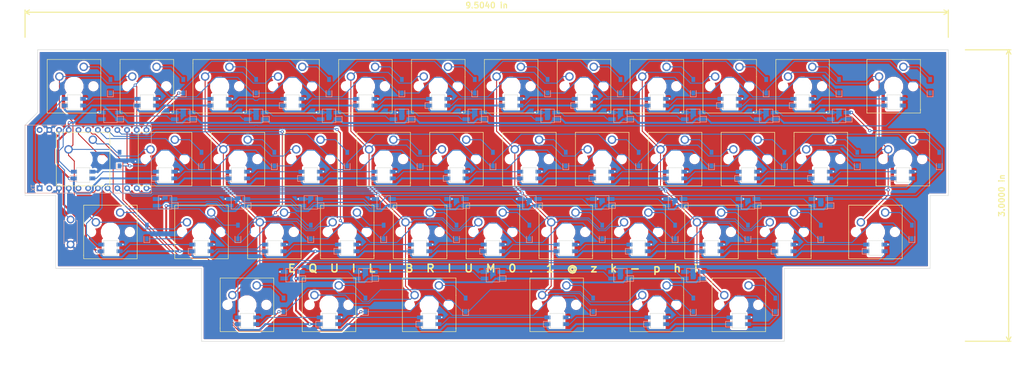
<source format=kicad_pcb>
(kicad_pcb (version 20171130) (host pcbnew "(5.0.1-3-g963ef8bb5)")
  (layers (0 F.Cu signal) (31 B.Cu signal) (34 B.Paste user) (35 F.Paste user) (36 B.SilkS user) (37 F.SilkS user) (38 B.Mask user) (39 F.Mask user) (44 Edge.Cuts user))
  (net 0 "")
  (net 1 "Net-(D1-Pad2)")
  (net 2 "Net-(D2-Pad2)")
  (net 3 "Net-(D3-Pad2)")
  (net 4 "Net-(D4-Pad2)")
  (net 5 "Net-(D5-Pad2)")
  (net 6 "Net-(D6-Pad2)")
  (net 7 "Net-(D7-Pad2)")
  (net 8 "Net-(D8-Pad2)")
  (net 9 "Net-(D9-Pad2)")
  (net 10 "Net-(D10-Pad2)")
  (net 11 "Net-(D11-Pad2)")
  (net 12 "Net-(D12-Pad2)")
  (net 13 "Net-(D14-Pad2)")
  (net 14 "Net-(D15-Pad2)")
  (net 15 "Net-(D16-Pad2)")
  (net 16 "Net-(D17-Pad2)")
  (net 17 "Net-(D18-Pad2)")
  (net 18 VCC)
  (net 19 GND)
  (net 20 reset)
  (net 21 "Net-(D19-Pad2)")
  (net 22 "Net-(D20-Pad2)")
  (net 23 "Net-(D21-Pad2)")
  (net 24 led)
  (net 25 "Net-(L1-Pad1)")
  (net 26 "Net-(L2-Pad1)")
  (net 27 "Net-(L18-Pad1)")
  (net 28 "Net-(L19-Pad1)")
  (net 29 "Net-(L3-Pad1)")
  (net 30 "Net-(L4-Pad1)")
  (net 31 "Net-(L5-Pad1)")
  (net 32 "Net-(L10-Pad3)")
  (net 33 "Net-(L11-Pad3)")
  (net 34 "Net-(L12-Pad3)")
  (net 35 "Net-(L10-Pad1)")
  (net 36 "Net-(L11-Pad1)")
  (net 37 "Net-(L12-Pad1)")
  (net 38 "Net-(L14-Pad1)")
  (net 39 "Net-(L15-Pad1)")
  (net 40 "Net-(L16-Pad1)")
  (net 41 "Net-(L17-Pad1)")
  (net 42 underglow)
  (net 43 "Net-(L22-Pad1)")
  (net 44 "Net-(L23-Pad1)")
  (net 45 "Net-(L24-Pad1)")
  (net 46 "Net-(L25-Pad1)")
  (net 47 "Net-(L26-Pad1)")
  (net 48 row0a)
  (net 49 row1a)
  (net 50 row2a)
  (net 51 row0b)
  (net 52 row1b)
  (net 53 row2b)
  (net 54 "Net-(D13-Pad2)")
  (net 55 row3b)
  (net 56 row3a)
  (net 57 "Net-(D22-Pad2)")
  (net 58 "Net-(D23-Pad2)")
  (net 59 "Net-(D24-Pad2)")
  (net 60 "Net-(D25-Pad2)")
  (net 61 "Net-(D26-Pad2)")
  (net 62 "Net-(D27-Pad2)")
  (net 63 "Net-(D28-Pad2)")
  (net 64 "Net-(D29-Pad2)")
  (net 65 "Net-(D30-Pad2)")
  (net 66 "Net-(D31-Pad2)")
  (net 67 "Net-(D32-Pad2)")
  (net 68 "Net-(D33-Pad2)")
  (net 69 "Net-(D34-Pad2)")
  (net 70 "Net-(D35-Pad2)")
  (net 71 "Net-(D36-Pad2)")
  (net 72 "Net-(D37-Pad2)")
  (net 73 "Net-(D38-Pad2)")
  (net 74 "Net-(D39-Pad2)")
  (net 75 "Net-(D40-Pad2)")
  (net 76 "Net-(D41-Pad2)")
  (net 77 "Net-(L52-Pad1)")
  (net 78 "Net-(L53-Pad1)")
  (net 79 "Net-(L13-Pad3)")
  (net 80 "Net-(L13-Pad1)")
  (net 81 "Net-(L20-Pad1)")
  (net 82 "Net-(L21-Pad1)")
  (net 83 "Net-(L22-Pad3)")
  (net 84 "Net-(L27-Pad1)")
  (net 85 "Net-(L28-Pad1)")
  (net 86 "Net-(L29-Pad1)")
  (net 87 "Net-(L30-Pad1)")
  (net 88 "Net-(L31-Pad1)")
  (net 89 "Net-(L32-Pad1)")
  (net 90 "Net-(L34-Pad1)")
  (net 91 "Net-(L35-Pad1)")
  (net 92 "Net-(L36-Pad1)")
  (net 93 "Net-(L37-Pad1)")
  (net 94 "Net-(L38-Pad1)")
  (net 95 "Net-(L39-Pad1)")
  (net 96 "Net-(L40-Pad1)")
  (net 97 "Net-(L41-Pad1)")
  (net 98 "Net-(L42-Pad1)")
  (net 99 "Net-(L43-Pad1)")
  (net 100 "Net-(L44-Pad1)")
  (net 101 "Net-(L46-Pad1)")
  (net 102 "Net-(L47-Pad1)")
  (net 103 "Net-(L48-Pad1)")
  (net 104 "Net-(L49-Pad1)")
  (net 105 "Net-(L50-Pad1)")
  (net 106 col01)
  (net 107 col23)
  (net 108 col45)
  (net 109 col67)
  (net 110 col89)
  (net 111 col1011)
  (net 112 "Net-(U1-Pad2)")
  (net 113 "Net-(U1-Pad5)")
  (net 114 "Net-(U1-Pad6)")
  (net 115 "Net-(U1-Pad24)")
  (net 116 "Net-(L33-Pad1)")
  (net 117 "Net-(L54-Pad1)")
  (net 118 "Net-(L55-Pad1)")
  (net 119 "Net-(L56-Pad1)")
  (net 120 "Net-(L57-Pad1)")
  (net 121 "Net-(L58-Pad1)")
  (net 122 "Net-(L59-Pad1)")
  (net 123 "Net-(L60-Pad1)")
  (net 124 "Net-(L61-Pad1)")
  (net 125 "Net-(L62-Pad1)")
  (net 126 "Net-(L1-Pad3)")
  (net 127 "Net-(L63-Pad1)")
  (net 128 "Net-(L64-Pad1)")
  (net 129 "Net-(L65-Pad1)")
  (net 130 "Net-(L66-Pad1)")
  (module phi-kbd-library:SK6812MINI_narrow-irreversible (layer B.Cu) (at 241.732864 96.369492 180)
    (fp_text reference L51 hide)
    (fp_text value SK6812MINI hide)
    (pad 4 smd rect (at 2.4 -0.875 180) (size 1.6 1) (layers B.Cu B.Paste B.Mask) (net 18 VCC))
    (pad 3 smd rect (at 2.4 0.875 180) (size 1.6 1) (layers B.Cu B.Paste B.Mask) (net 103 "Net-(L48-Pad1)"))
    (pad 2 smd rect (at -2.4 0.875 180) (size 1.6 1) (layers B.Cu B.Paste B.Mask) (net 19 GND))
    (pad 1 smd rect (at -2.4 -0.875 180) (size 1.6 1) (layers B.Cu B.Paste B.Mask) (net 83 "Net-(L22-Pad3)"))
  )
  (module phi-kbd-library:D_SMD-irreversible (layer F.Cu) (at 41.706688 54.102056 90)
    (fp_text reference D1 hide)
    (fp_text value D hide)
    (pad 1 smd rect (at -1.775 0 90) (size 1.3 0.95) (layers B.Cu B.Paste B.Mask) (net 48 row0a))
    (pad 2 smd rect (at 1.775 0 90) (size 1.3 0.95) (layers B.Cu B.Paste B.Mask) (net 1 "Net-(D1-Pad2)"))
  )
  (module phi-kbd-library:D_SMD-irreversible (layer F.Cu) (at 44.087952 73.152168 90)
    (fp_text reference D2 hide)
    (fp_text value D hide)
    (pad 1 smd rect (at -1.775 0 90) (size 1.3 0.95) (layers B.Cu B.Paste B.Mask) (net 49 row1a))
    (pad 2 smd rect (at 1.775 0 90) (size 1.3 0.95) (layers B.Cu B.Paste B.Mask) (net 2 "Net-(D2-Pad2)"))
  )
  (module phi-kbd-library:D_SMD-irreversible (layer F.Cu) (at 51.231744 92.20228 90)
    (fp_text reference D3 hide)
    (fp_text value D hide)
    (pad 1 smd rect (at -1.775 0 90) (size 1.3 0.95) (layers B.Cu B.Paste B.Mask) (net 50 row2a))
    (pad 2 smd rect (at 1.775 0 90) (size 1.3 0.95) (layers B.Cu B.Paste B.Mask) (net 3 "Net-(D3-Pad2)"))
  )
  (module phi-kbd-library:D_SMD-irreversible (layer F.Cu) (at 60.7568 54.102056 90)
    (fp_text reference D4 hide)
    (fp_text value D hide)
    (pad 2 smd rect (at 1.775 0 90) (size 1.3 0.95) (layers B.Cu B.Paste B.Mask) (net 4 "Net-(D4-Pad2)"))
    (pad 1 smd rect (at -1.775 0 90) (size 1.3 0.95) (layers B.Cu B.Paste B.Mask) (net 51 row0b))
  )
  (module phi-kbd-library:D_SMD-irreversible (layer F.Cu) (at 65.519328 73.152168 90)
    (fp_text reference D5 hide)
    (fp_text value D hide)
    (pad 2 smd rect (at 1.775 0 90) (size 1.3 0.95) (layers B.Cu B.Paste B.Mask) (net 5 "Net-(D5-Pad2)"))
    (pad 1 smd rect (at -1.775 0 90) (size 1.3 0.95) (layers B.Cu B.Paste B.Mask) (net 52 row1b))
  )
  (module phi-kbd-library:D_SMD-irreversible (layer F.Cu) (at 75.044384 92.20228 90)
    (fp_text reference D6 hide)
    (fp_text value D hide)
    (pad 2 smd rect (at 1.775 0 90) (size 1.3 0.95) (layers B.Cu B.Paste B.Mask) (net 6 "Net-(D6-Pad2)"))
    (pad 1 smd rect (at -1.775 0 90) (size 1.3 0.95) (layers B.Cu B.Paste B.Mask) (net 53 row2b))
  )
  (module phi-kbd-library:D_SMD-irreversible (layer F.Cu) (at 79.806912 54.102056 90)
    (fp_text reference D7 hide)
    (fp_text value D hide)
    (pad 1 smd rect (at -1.775 0 90) (size 1.3 0.95) (layers B.Cu B.Paste B.Mask) (net 48 row0a))
    (pad 2 smd rect (at 1.775 0 90) (size 1.3 0.95) (layers B.Cu B.Paste B.Mask) (net 7 "Net-(D7-Pad2)"))
  )
  (module phi-kbd-library:D_SMD-irreversible (layer F.Cu) (at 84.56944 73.152168 90)
    (fp_text reference D8 hide)
    (fp_text value D hide)
    (pad 1 smd rect (at -1.775 0 90) (size 1.3 0.95) (layers B.Cu B.Paste B.Mask) (net 49 row1a))
    (pad 2 smd rect (at 1.775 0 90) (size 1.3 0.95) (layers B.Cu B.Paste B.Mask) (net 8 "Net-(D8-Pad2)"))
  )
  (module phi-kbd-library:D_SMD-irreversible (layer F.Cu) (at 94.094496 92.20228 90)
    (fp_text reference D9 hide)
    (fp_text value D hide)
    (pad 1 smd rect (at -1.775 0 90) (size 1.3 0.95) (layers B.Cu B.Paste B.Mask) (net 50 row2a))
    (pad 2 smd rect (at 1.775 0 90) (size 1.3 0.95) (layers B.Cu B.Paste B.Mask) (net 9 "Net-(D9-Pad2)"))
  )
  (module phi-kbd-library:D_SMD-irreversible (layer F.Cu) (at 98.857024 54.102056 90)
    (fp_text reference D10 hide)
    (fp_text value D hide)
    (pad 2 smd rect (at 1.775 0 90) (size 1.3 0.95) (layers B.Cu B.Paste B.Mask) (net 10 "Net-(D10-Pad2)"))
    (pad 1 smd rect (at -1.775 0 90) (size 1.3 0.95) (layers B.Cu B.Paste B.Mask) (net 51 row0b))
  )
  (module phi-kbd-library:D_SMD-irreversible (layer F.Cu) (at 103.619552 73.152168 90)
    (fp_text reference D11 hide)
    (fp_text value D hide)
    (pad 2 smd rect (at 1.775 0 90) (size 1.3 0.95) (layers B.Cu B.Paste B.Mask) (net 11 "Net-(D11-Pad2)"))
    (pad 1 smd rect (at -1.775 0 90) (size 1.3 0.95) (layers B.Cu B.Paste B.Mask) (net 52 row1b))
  )
  (module phi-kbd-library:D_SMD-irreversible (layer F.Cu) (at 113.144608 92.20228 90)
    (fp_text reference D12 hide)
    (fp_text value D hide)
    (pad 2 smd rect (at 1.775 0 90) (size 1.3 0.95) (layers B.Cu B.Paste B.Mask) (net 12 "Net-(D12-Pad2)"))
    (pad 1 smd rect (at -1.775 0 90) (size 1.3 0.95) (layers B.Cu B.Paste B.Mask) (net 53 row2b))
  )
  (module phi-kbd-library:D_SMD-irreversible (layer F.Cu) (at 86.950704 111.252392 90)
    (fp_text reference D13 hide)
    (fp_text value D hide)
    (pad 2 smd rect (at 1.775 0 90) (size 1.3 0.95) (layers B.Cu B.Paste B.Mask) (net 54 "Net-(D13-Pad2)"))
    (pad 1 smd rect (at -1.775 0 90) (size 1.3 0.95) (layers B.Cu B.Paste B.Mask) (net 55 row3b))
  )
  (module phi-kbd-library:D_SMD-irreversible (layer F.Cu) (at 117.907136 54.102056 90)
    (fp_text reference D14 hide)
    (fp_text value D hide)
    (pad 1 smd rect (at -1.775 0 90) (size 1.3 0.95) (layers B.Cu B.Paste B.Mask) (net 48 row0a))
    (pad 2 smd rect (at 1.775 0 90) (size 1.3 0.95) (layers B.Cu B.Paste B.Mask) (net 13 "Net-(D14-Pad2)"))
  )
  (module phi-kbd-library:D_SMD-irreversible (layer F.Cu) (at 122.669664 73.152168 90)
    (fp_text reference D15 hide)
    (fp_text value D hide)
    (pad 1 smd rect (at -1.775 0 90) (size 1.3 0.95) (layers B.Cu B.Paste B.Mask) (net 49 row1a))
    (pad 2 smd rect (at 1.775 0 90) (size 1.3 0.95) (layers B.Cu B.Paste B.Mask) (net 14 "Net-(D15-Pad2)"))
  )
  (module phi-kbd-library:D_SMD-irreversible (layer F.Cu) (at 132.19472 92.20228 90)
    (fp_text reference D16 hide)
    (fp_text value D hide)
    (pad 1 smd rect (at -1.775 0 90) (size 1.3 0.95) (layers B.Cu B.Paste B.Mask) (net 50 row2a))
    (pad 2 smd rect (at 1.775 0 90) (size 1.3 0.95) (layers B.Cu B.Paste B.Mask) (net 15 "Net-(D16-Pad2)"))
  )
  (module phi-kbd-library:D_SMD-irreversible (layer F.Cu) (at 108.38208 111.252392 90)
    (fp_text reference D17 hide)
    (fp_text value D hide)
    (pad 2 smd rect (at 1.775 0 90) (size 1.3 0.95) (layers B.Cu B.Paste B.Mask) (net 16 "Net-(D17-Pad2)"))
    (pad 1 smd rect (at -1.775 0 90) (size 1.3 0.95) (layers B.Cu B.Paste B.Mask) (net 56 row3a))
  )
  (module phi-kbd-library:D_SMD-irreversible (layer F.Cu) (at 136.957248 54.102056 90)
    (fp_text reference D18 hide)
    (fp_text value D hide)
    (pad 2 smd rect (at 1.775 0 90) (size 1.3 0.95) (layers B.Cu B.Paste B.Mask) (net 17 "Net-(D18-Pad2)"))
    (pad 1 smd rect (at -1.775 0 90) (size 1.3 0.95) (layers B.Cu B.Paste B.Mask) (net 51 row0b))
  )
  (module phi-kbd-library:D_SMD-irreversible (layer F.Cu) (at 141.719776 73.152168 90)
    (fp_text reference D19 hide)
    (fp_text value D hide)
    (pad 2 smd rect (at 1.775 0 90) (size 1.3 0.95) (layers B.Cu B.Paste B.Mask) (net 21 "Net-(D19-Pad2)"))
    (pad 1 smd rect (at -1.775 0 90) (size 1.3 0.95) (layers B.Cu B.Paste B.Mask) (net 52 row1b))
  )
  (module phi-kbd-library:D_SMD-irreversible (layer F.Cu) (at 151.244832 92.20228 90)
    (fp_text reference D20 hide)
    (fp_text value D hide)
    (pad 2 smd rect (at 1.775 0 90) (size 1.3 0.95) (layers B.Cu B.Paste B.Mask) (net 22 "Net-(D20-Pad2)"))
    (pad 1 smd rect (at -1.775 0 90) (size 1.3 0.95) (layers B.Cu B.Paste B.Mask) (net 53 row2b))
  )
  (module phi-kbd-library:D_SMD-irreversible (layer F.Cu) (at 134.575984 111.252392 90)
    (fp_text reference D21 hide)
    (fp_text value D hide)
    (pad 1 smd rect (at -1.775 0 90) (size 1.3 0.95) (layers B.Cu B.Paste B.Mask) (net 55 row3b))
    (pad 2 smd rect (at 1.775 0 90) (size 1.3 0.95) (layers B.Cu B.Paste B.Mask) (net 23 "Net-(D21-Pad2)"))
  )
  (module phi-kbd-library:D_SMD-irreversible (layer F.Cu) (at 156.00736 54.102056 90)
    (fp_text reference D22 hide)
    (fp_text value D hide)
    (pad 2 smd rect (at 1.775 0 90) (size 1.3 0.95) (layers B.Cu B.Paste B.Mask) (net 57 "Net-(D22-Pad2)"))
    (pad 1 smd rect (at -1.775 0 90) (size 1.3 0.95) (layers B.Cu B.Paste B.Mask) (net 48 row0a))
  )
  (module phi-kbd-library:D_SMD-irreversible (layer F.Cu) (at 160.769888 73.152168 90)
    (fp_text reference D23 hide)
    (fp_text value D hide)
    (pad 2 smd rect (at 1.775 0 90) (size 1.3 0.95) (layers B.Cu B.Paste B.Mask) (net 58 "Net-(D23-Pad2)"))
    (pad 1 smd rect (at -1.775 0 90) (size 1.3 0.95) (layers B.Cu B.Paste B.Mask) (net 49 row1a))
  )
  (module phi-kbd-library:D_SMD-irreversible (layer F.Cu) (at 170.294944 92.20228 90)
    (fp_text reference D24 hide)
    (fp_text value D hide)
    (pad 1 smd rect (at -1.775 0 90) (size 1.3 0.95) (layers B.Cu B.Paste B.Mask) (net 50 row2a))
    (pad 2 smd rect (at 1.775 0 90) (size 1.3 0.95) (layers B.Cu B.Paste B.Mask) (net 59 "Net-(D24-Pad2)"))
  )
  (module phi-kbd-library:D_SMD-irreversible (layer F.Cu) (at 167.91368 111.252392 90)
    (fp_text reference D25 hide)
    (fp_text value D hide)
    (pad 1 smd rect (at -1.775 0 90) (size 1.3 0.95) (layers B.Cu B.Paste B.Mask) (net 56 row3a))
    (pad 2 smd rect (at 1.775 0 90) (size 1.3 0.95) (layers B.Cu B.Paste B.Mask) (net 60 "Net-(D25-Pad2)"))
  )
  (module phi-kbd-library:D_SMD-irreversible (layer F.Cu) (at 175.057472 54.102056 90)
    (fp_text reference D26 hide)
    (fp_text value D hide)
    (pad 1 smd rect (at -1.775 0 90) (size 1.3 0.95) (layers B.Cu B.Paste B.Mask) (net 51 row0b))
    (pad 2 smd rect (at 1.775 0 90) (size 1.3 0.95) (layers B.Cu B.Paste B.Mask) (net 61 "Net-(D26-Pad2)"))
  )
  (module phi-kbd-library:D_SMD-irreversible (layer F.Cu) (at 179.82 73.152168 90)
    (fp_text reference D27 hide)
    (fp_text value D hide)
    (pad 2 smd rect (at 1.775 0 90) (size 1.3 0.95) (layers B.Cu B.Paste B.Mask) (net 62 "Net-(D27-Pad2)"))
    (pad 1 smd rect (at -1.775 0 90) (size 1.3 0.95) (layers B.Cu B.Paste B.Mask) (net 52 row1b))
  )
  (module phi-kbd-library:D_SMD-irreversible (layer F.Cu) (at 189.345056 92.20228 90)
    (fp_text reference D28 hide)
    (fp_text value D hide)
    (pad 2 smd rect (at 1.775 0 90) (size 1.3 0.95) (layers B.Cu B.Paste B.Mask) (net 63 "Net-(D28-Pad2)"))
    (pad 1 smd rect (at -1.775 0 90) (size 1.3 0.95) (layers B.Cu B.Paste B.Mask) (net 53 row2b))
  )
  (module phi-kbd-library:D_SMD-irreversible (layer F.Cu) (at 194.107584 111.252392 90)
    (fp_text reference D29 hide)
    (fp_text value D hide)
    (pad 2 smd rect (at 1.775 0 90) (size 1.3 0.95) (layers B.Cu B.Paste B.Mask) (net 64 "Net-(D29-Pad2)"))
    (pad 1 smd rect (at -1.775 0 90) (size 1.3 0.95) (layers B.Cu B.Paste B.Mask) (net 55 row3b))
  )
  (module phi-kbd-library:D_SMD-irreversible (layer F.Cu) (at 194.107584 54.102056 90)
    (fp_text reference D30 hide)
    (fp_text value D hide)
    (pad 1 smd rect (at -1.775 0 90) (size 1.3 0.95) (layers B.Cu B.Paste B.Mask) (net 48 row0a))
    (pad 2 smd rect (at 1.775 0 90) (size 1.3 0.95) (layers B.Cu B.Paste B.Mask) (net 65 "Net-(D30-Pad2)"))
  )
  (module phi-kbd-library:D_SMD-irreversible (layer F.Cu) (at 198.870112 73.152168 90)
    (fp_text reference D31 hide)
    (fp_text value D hide)
    (pad 1 smd rect (at -1.775 0 90) (size 1.3 0.95) (layers B.Cu B.Paste B.Mask) (net 49 row1a))
    (pad 2 smd rect (at 1.775 0 90) (size 1.3 0.95) (layers B.Cu B.Paste B.Mask) (net 66 "Net-(D31-Pad2)"))
  )
  (module phi-kbd-library:D_SMD-irreversible (layer F.Cu) (at 208.395168 92.20228 90)
    (fp_text reference D32 hide)
    (fp_text value D hide)
    (pad 1 smd rect (at -1.775 0 90) (size 1.3 0.95) (layers B.Cu B.Paste B.Mask) (net 50 row2a))
    (pad 2 smd rect (at 1.775 0 90) (size 1.3 0.95) (layers B.Cu B.Paste B.Mask) (net 67 "Net-(D32-Pad2)"))
  )
  (module phi-kbd-library:D_SMD-irreversible (layer F.Cu) (at 215.53896 111.252392 90)
    (fp_text reference D33 hide)
    (fp_text value D hide)
    (pad 1 smd rect (at -1.775 0 90) (size 1.3 0.95) (layers B.Cu B.Paste B.Mask) (net 56 row3a))
    (pad 2 smd rect (at 1.775 0 90) (size 1.3 0.95) (layers B.Cu B.Paste B.Mask) (net 68 "Net-(D33-Pad2)"))
  )
  (module phi-kbd-library:D_SMD-irreversible (layer F.Cu) (at 213.157696 54.102056 90)
    (fp_text reference D34 hide)
    (fp_text value D hide)
    (pad 1 smd rect (at -1.775 0 90) (size 1.3 0.95) (layers B.Cu B.Paste B.Mask) (net 51 row0b))
    (pad 2 smd rect (at 1.775 0 90) (size 1.3 0.95) (layers B.Cu B.Paste B.Mask) (net 69 "Net-(D34-Pad2)"))
  )
  (module phi-kbd-library:D_SMD-irreversible (layer F.Cu) (at 217.920224 73.152168 90)
    (fp_text reference D35 hide)
    (fp_text value D hide)
    (pad 2 smd rect (at 1.775 0 90) (size 1.3 0.95) (layers B.Cu B.Paste B.Mask) (net 70 "Net-(D35-Pad2)"))
    (pad 1 smd rect (at -1.775 0 90) (size 1.3 0.95) (layers B.Cu B.Paste B.Mask) (net 52 row1b))
  )
  (module phi-kbd-library:D_SMD-irreversible (layer F.Cu) (at 227.44528 92.20228 90)
    (fp_text reference D36 hide)
    (fp_text value D hide)
    (pad 2 smd rect (at 1.775 0 90) (size 1.3 0.95) (layers B.Cu B.Paste B.Mask) (net 71 "Net-(D36-Pad2)"))
    (pad 1 smd rect (at -1.775 0 90) (size 1.3 0.95) (layers B.Cu B.Paste B.Mask) (net 53 row2b))
  )
  (module phi-kbd-library:D_SMD-irreversible (layer F.Cu) (at 232.207808 54.102056 90)
    (fp_text reference D37 hide)
    (fp_text value D hide)
    (pad 2 smd rect (at 1.775 0 90) (size 1.3 0.95) (layers B.Cu B.Paste B.Mask) (net 72 "Net-(D37-Pad2)"))
    (pad 1 smd rect (at -1.775 0 90) (size 1.3 0.95) (layers B.Cu B.Paste B.Mask) (net 48 row0a))
  )
  (module phi-kbd-library:D_SMD-irreversible (layer F.Cu) (at 236.970336 73.152168 90)
    (fp_text reference D38 hide)
    (fp_text value D hide)
    (pad 1 smd rect (at -1.775 0 90) (size 1.3 0.95) (layers B.Cu B.Paste B.Mask) (net 49 row1a))
    (pad 2 smd rect (at 1.775 0 90) (size 1.3 0.95) (layers B.Cu B.Paste B.Mask) (net 73 "Net-(D38-Pad2)"))
  )
  (module phi-kbd-library:D_SMD-irreversible (layer F.Cu) (at 251.25792 92.20228 90)
    (fp_text reference D39 hide)
    (fp_text value D hide)
    (pad 1 smd rect (at -1.775 0 90) (size 1.3 0.95) (layers B.Cu B.Paste B.Mask) (net 50 row2a))
    (pad 2 smd rect (at 1.775 0 90) (size 1.3 0.95) (layers B.Cu B.Paste B.Mask) (net 74 "Net-(D39-Pad2)"))
  )
  (module phi-kbd-library:D_SMD-irreversible (layer F.Cu) (at 256.020448 54.102056 90)
    (fp_text reference D40 hide)
    (fp_text value D hide)
    (pad 1 smd rect (at -1.775 0 90) (size 1.3 0.95) (layers B.Cu B.Paste B.Mask) (net 51 row0b))
    (pad 2 smd rect (at 1.775 0 90) (size 1.3 0.95) (layers B.Cu B.Paste B.Mask) (net 75 "Net-(D40-Pad2)"))
  )
  (module phi-kbd-library:D_SMD-irreversible (layer F.Cu) (at 258.401712 73.152168 90)
    (fp_text reference D41 hide)
    (fp_text value D hide)
    (pad 2 smd rect (at 1.775 0 90) (size 1.3 0.95) (layers B.Cu B.Paste B.Mask) (net 76 "Net-(D41-Pad2)"))
    (pad 1 smd rect (at -1.775 0 90) (size 1.3 0.95) (layers B.Cu B.Paste B.Mask) (net 52 row1b))
  )
  (module phi-kbd-library:SK6812MINI-underglow-irreversible (layer B.Cu) (at 227.44528 84.463172)
    (fp_text reference L1 hide)
    (fp_text value SK6812MINI hide)
    (pad 2 smd rect (at -2.2 -0.875) (size 2 1) (layers B.Cu B.Paste B.Mask) (net 19 GND))
    (pad 1 smd rect (at -2.2 0.875) (size 2 1) (layers B.Cu B.Paste B.Mask) (net 25 "Net-(L1-Pad1)"))
    (pad 3 smd rect (at 2.2 -0.875) (size 2 1) (layers B.Cu B.Paste B.Mask) (net 126 "Net-(L1-Pad3)"))
    (pad 4 smd rect (at 2.2 0.875) (size 2 1) (layers B.Cu B.Paste B.Mask) (net 18 VCC))
  )
  (module phi-kbd-library:SK6812MINI-underglow-irreversible (layer B.Cu) (at 208.395168 84.463172)
    (fp_text reference L2 hide)
    (fp_text value SK6812MINI hide)
    (pad 4 smd rect (at 2.2 0.875) (size 2 1) (layers B.Cu B.Paste B.Mask) (net 18 VCC))
    (pad 3 smd rect (at 2.2 -0.875) (size 2 1) (layers B.Cu B.Paste B.Mask) (net 25 "Net-(L1-Pad1)"))
    (pad 1 smd rect (at -2.2 0.875) (size 2 1) (layers B.Cu B.Paste B.Mask) (net 26 "Net-(L2-Pad1)"))
    (pad 2 smd rect (at -2.2 -0.875) (size 2 1) (layers B.Cu B.Paste B.Mask) (net 19 GND))
  )
  (module phi-kbd-library:SK6812MINI-underglow-irreversible (layer B.Cu) (at 189.345056 84.463172)
    (fp_text reference L3 hide)
    (fp_text value SK6812MINI hide)
    (pad 2 smd rect (at -2.2 -0.875) (size 2 1) (layers B.Cu B.Paste B.Mask) (net 19 GND))
    (pad 1 smd rect (at -2.2 0.875) (size 2 1) (layers B.Cu B.Paste B.Mask) (net 29 "Net-(L3-Pad1)"))
    (pad 3 smd rect (at 2.2 -0.875) (size 2 1) (layers B.Cu B.Paste B.Mask) (net 26 "Net-(L2-Pad1)"))
    (pad 4 smd rect (at 2.2 0.875) (size 2 1) (layers B.Cu B.Paste B.Mask) (net 18 VCC))
  )
  (module phi-kbd-library:SK6812MINI-underglow-irreversible (layer B.Cu) (at 170.294944 84.463172)
    (fp_text reference L4 hide)
    (fp_text value SK6812MINI hide)
    (pad 4 smd rect (at 2.2 0.875) (size 2 1) (layers B.Cu B.Paste B.Mask) (net 18 VCC))
    (pad 3 smd rect (at 2.2 -0.875) (size 2 1) (layers B.Cu B.Paste B.Mask) (net 29 "Net-(L3-Pad1)"))
    (pad 1 smd rect (at -2.2 0.875) (size 2 1) (layers B.Cu B.Paste B.Mask) (net 30 "Net-(L4-Pad1)"))
    (pad 2 smd rect (at -2.2 -0.875) (size 2 1) (layers B.Cu B.Paste B.Mask) (net 19 GND))
  )
  (module phi-kbd-library:SK6812MINI-underglow-irreversible (layer B.Cu) (at 151.244832 84.463172)
    (fp_text reference L5 hide)
    (fp_text value SK6812MINI hide)
    (pad 2 smd rect (at -2.2 -0.875) (size 2 1) (layers B.Cu B.Paste B.Mask) (net 19 GND))
    (pad 1 smd rect (at -2.2 0.875) (size 2 1) (layers B.Cu B.Paste B.Mask) (net 31 "Net-(L5-Pad1)"))
    (pad 3 smd rect (at 2.2 -0.875) (size 2 1) (layers B.Cu B.Paste B.Mask) (net 30 "Net-(L4-Pad1)"))
    (pad 4 smd rect (at 2.2 0.875) (size 2 1) (layers B.Cu B.Paste B.Mask) (net 18 VCC))
  )
  (module phi-kbd-library:SK6812MINI-underglow-irreversible (layer B.Cu) (at 132.19472 84.463172)
    (fp_text reference L6 hide)
    (fp_text value SK6812MINI hide)
    (pad 4 smd rect (at 2.2 0.875) (size 2 1) (layers B.Cu B.Paste B.Mask) (net 18 VCC))
    (pad 3 smd rect (at 2.2 -0.875) (size 2 1) (layers B.Cu B.Paste B.Mask) (net 31 "Net-(L5-Pad1)"))
    (pad 1 smd rect (at -2.2 0.875) (size 2 1) (layers B.Cu B.Paste B.Mask) (net 32 "Net-(L10-Pad3)"))
    (pad 2 smd rect (at -2.2 -0.875) (size 2 1) (layers B.Cu B.Paste B.Mask) (net 19 GND))
  )
  (module phi-kbd-library:SK6812MINI-underglow-irreversible (layer B.Cu) (at 113.144608 84.463172)
    (fp_text reference L10 hide)
    (fp_text value SK6812MINI hide)
    (pad 4 smd rect (at 2.2 0.875) (size 2 1) (layers B.Cu B.Paste B.Mask) (net 18 VCC))
    (pad 3 smd rect (at 2.2 -0.875) (size 2 1) (layers B.Cu B.Paste B.Mask) (net 32 "Net-(L10-Pad3)"))
    (pad 1 smd rect (at -2.2 0.875) (size 2 1) (layers B.Cu B.Paste B.Mask) (net 35 "Net-(L10-Pad1)"))
    (pad 2 smd rect (at -2.2 -0.875) (size 2 1) (layers B.Cu B.Paste B.Mask) (net 19 GND))
  )
  (module phi-kbd-library:SK6812MINI-underglow-irreversible (layer B.Cu) (at 94.094496 84.463172)
    (fp_text reference L14 hide)
    (fp_text value SK6812MINI hide)
    (pad 2 smd rect (at -2.2 -0.875) (size 2 1) (layers B.Cu B.Paste B.Mask) (net 19 GND))
    (pad 1 smd rect (at -2.2 0.875) (size 2 1) (layers B.Cu B.Paste B.Mask) (net 38 "Net-(L14-Pad1)"))
    (pad 3 smd rect (at 2.2 -0.875) (size 2 1) (layers B.Cu B.Paste B.Mask) (net 35 "Net-(L10-Pad1)"))
    (pad 4 smd rect (at 2.2 0.875) (size 2 1) (layers B.Cu B.Paste B.Mask) (net 18 VCC))
  )
  (module phi-kbd-library:SK6812MINI-underglow-irreversible (layer B.Cu) (at 75.044384 84.463172)
    (fp_text reference L18 hide)
    (fp_text value SK6812MINI hide)
    (pad 4 smd rect (at 2.2 0.875) (size 2 1) (layers B.Cu B.Paste B.Mask) (net 18 VCC))
    (pad 3 smd rect (at 2.2 -0.875) (size 2 1) (layers B.Cu B.Paste B.Mask) (net 38 "Net-(L14-Pad1)"))
    (pad 1 smd rect (at -2.2 0.875) (size 2 1) (layers B.Cu B.Paste B.Mask) (net 27 "Net-(L18-Pad1)"))
    (pad 2 smd rect (at -2.2 -0.875) (size 2 1) (layers B.Cu B.Paste B.Mask) (net 19 GND))
  )
  (module phi-kbd-library:SK6812MINI-underglow-irreversible (layer B.Cu) (at 55.994272 84.463172)
    (fp_text reference L23 hide)
    (fp_text value SK6812MINI hide)
    (pad 2 smd rect (at -2.2 -0.875) (size 2 1) (layers B.Cu B.Paste B.Mask) (net 19 GND))
    (pad 1 smd rect (at -2.2 0.875) (size 2 1) (layers B.Cu B.Paste B.Mask) (net 44 "Net-(L23-Pad1)"))
    (pad 3 smd rect (at 2.2 -0.875) (size 2 1) (layers B.Cu B.Paste B.Mask) (net 27 "Net-(L18-Pad1)"))
    (pad 4 smd rect (at 2.2 0.875) (size 2 1) (layers B.Cu B.Paste B.Mask) (net 18 VCC))
  )
  (module phi-kbd-library:SK6812MINI-underglow-irreversible (layer B.Cu) (at 232.207808 61.841164)
    (fp_text reference L28 hide)
    (fp_text value SK6812MINI hide)
    (pad 2 smd rect (at -2.2 -0.875) (size 2 1) (layers B.Cu B.Paste B.Mask) (net 19 GND))
    (pad 1 smd rect (at -2.2 0.875) (size 2 1) (layers B.Cu B.Paste B.Mask) (net 85 "Net-(L28-Pad1)"))
    (pad 3 smd rect (at 2.2 -0.875) (size 2 1) (layers B.Cu B.Paste B.Mask) (net 44 "Net-(L23-Pad1)"))
    (pad 4 smd rect (at 2.2 0.875) (size 2 1) (layers B.Cu B.Paste B.Mask) (net 18 VCC))
  )
  (module phi-kbd-library:ResetSW-irreversible (layer B.Cu) (at 31.288658 92.20228 270)
    (fp_text reference SW10 hide)
    (fp_text value SW_PUSH)
    (pad 2 thru_hole circle (at 3.25 0 270) (size 2 2) (drill 1.3) (layers *.Cu *.Mask) (net 19 GND))
    (pad 1 thru_hole circle (at -3.25 0 270) (size 2 2) (drill 1.3) (layers *.Cu *.Mask) (net 20 reset))
  )
  (module phi-kbd-library:SK6812MINI_narrow-irreversible (layer B.Cu) (at 32.181632 58.269268 180)
    (fp_text reference L7 hide)
    (fp_text value SK6812MINI hide)
    (pad 4 smd rect (at 2.4 -0.875 180) (size 1.6 1) (layers B.Cu B.Paste B.Mask) (net 18 VCC))
    (pad 3 smd rect (at 2.4 0.875 180) (size 1.6 1) (layers B.Cu B.Paste B.Mask) (net 24 led))
    (pad 2 smd rect (at -2.4 0.875 180) (size 1.6 1) (layers B.Cu B.Paste B.Mask) (net 19 GND))
    (pad 1 smd rect (at -2.4 -0.875 180) (size 1.6 1) (layers B.Cu B.Paste B.Mask) (net 33 "Net-(L11-Pad3)"))
  )
  (module phi-kbd-library:SK6812MINI_narrow-irreversible (layer B.Cu) (at 34.562896 77.31938 180)
    (fp_text reference L8 hide)
    (fp_text value SK6812MINI hide)
    (pad 4 smd rect (at 2.4 -0.875 180) (size 1.6 1) (layers B.Cu B.Paste B.Mask) (net 18 VCC))
    (pad 3 smd rect (at 2.4 0.875 180) (size 1.6 1) (layers B.Cu B.Paste B.Mask) (net 77 "Net-(L52-Pad1)"))
    (pad 2 smd rect (at -2.4 0.875 180) (size 1.6 1) (layers B.Cu B.Paste B.Mask) (net 19 GND))
    (pad 1 smd rect (at -2.4 -0.875 180) (size 1.6 1) (layers B.Cu B.Paste B.Mask) (net 34 "Net-(L12-Pad3)"))
  )
  (module phi-kbd-library:SK6812MINI_narrow-irreversible (layer B.Cu) (at 41.706688 96.369492 180)
    (fp_text reference L9 hide)
    (fp_text value SK6812MINI hide)
    (pad 1 smd rect (at -2.4 -0.875 180) (size 1.6 1) (layers B.Cu B.Paste B.Mask) (net 79 "Net-(L13-Pad3)"))
    (pad 2 smd rect (at -2.4 0.875 180) (size 1.6 1) (layers B.Cu B.Paste B.Mask) (net 19 GND))
    (pad 3 smd rect (at 2.4 0.875 180) (size 1.6 1) (layers B.Cu B.Paste B.Mask) (net 78 "Net-(L53-Pad1)"))
    (pad 4 smd rect (at 2.4 -0.875 180) (size 1.6 1) (layers B.Cu B.Paste B.Mask) (net 18 VCC))
  )
  (module phi-kbd-library:SK6812MINI_narrow-irreversible (layer B.Cu) (at 51.231744 58.269268 180)
    (fp_text reference L11 hide)
    (fp_text value SK6812MINI hide)
    (pad 4 smd rect (at 2.4 -0.875 180) (size 1.6 1) (layers B.Cu B.Paste B.Mask) (net 18 VCC))
    (pad 3 smd rect (at 2.4 0.875 180) (size 1.6 1) (layers B.Cu B.Paste B.Mask) (net 33 "Net-(L11-Pad3)"))
    (pad 2 smd rect (at -2.4 0.875 180) (size 1.6 1) (layers B.Cu B.Paste B.Mask) (net 19 GND))
    (pad 1 smd rect (at -2.4 -0.875 180) (size 1.6 1) (layers B.Cu B.Paste B.Mask) (net 36 "Net-(L11-Pad1)"))
  )
  (module phi-kbd-library:SK6812MINI_narrow-irreversible (layer B.Cu) (at 55.994272 77.31938 180)
    (fp_text reference L12 hide)
    (fp_text value SK6812MINI hide)
    (pad 1 smd rect (at -2.4 -0.875 180) (size 1.6 1) (layers B.Cu B.Paste B.Mask) (net 37 "Net-(L12-Pad1)"))
    (pad 2 smd rect (at -2.4 0.875 180) (size 1.6 1) (layers B.Cu B.Paste B.Mask) (net 19 GND))
    (pad 3 smd rect (at 2.4 0.875 180) (size 1.6 1) (layers B.Cu B.Paste B.Mask) (net 34 "Net-(L12-Pad3)"))
    (pad 4 smd rect (at 2.4 -0.875 180) (size 1.6 1) (layers B.Cu B.Paste B.Mask) (net 18 VCC))
  )
  (module phi-kbd-library:SK6812MINI_narrow-irreversible (layer B.Cu) (at 65.519328 96.369492 180)
    (fp_text reference L13 hide)
    (fp_text value SK6812MINI hide)
    (pad 4 smd rect (at 2.4 -0.875 180) (size 1.6 1) (layers B.Cu B.Paste B.Mask) (net 18 VCC))
    (pad 3 smd rect (at 2.4 0.875 180) (size 1.6 1) (layers B.Cu B.Paste B.Mask) (net 79 "Net-(L13-Pad3)"))
    (pad 2 smd rect (at -2.4 0.875 180) (size 1.6 1) (layers B.Cu B.Paste B.Mask) (net 19 GND))
    (pad 1 smd rect (at -2.4 -0.875 180) (size 1.6 1) (layers B.Cu B.Paste B.Mask) (net 80 "Net-(L13-Pad1)"))
  )
  (module phi-kbd-library:SK6812MINI_narrow-irreversible (layer B.Cu) (at 70.281856 58.269268 180)
    (fp_text reference L15 hide)
    (fp_text value SK6812MINI hide)
    (pad 1 smd rect (at -2.4 -0.875 180) (size 1.6 1) (layers B.Cu B.Paste B.Mask) (net 39 "Net-(L15-Pad1)"))
    (pad 2 smd rect (at -2.4 0.875 180) (size 1.6 1) (layers B.Cu B.Paste B.Mask) (net 19 GND))
    (pad 3 smd rect (at 2.4 0.875 180) (size 1.6 1) (layers B.Cu B.Paste B.Mask) (net 36 "Net-(L11-Pad1)"))
    (pad 4 smd rect (at 2.4 -0.875 180) (size 1.6 1) (layers B.Cu B.Paste B.Mask) (net 18 VCC))
  )
  (module phi-kbd-library:SK6812MINI_narrow-irreversible (layer B.Cu) (at 75.044384 77.31938 180)
    (fp_text reference L16 hide)
    (fp_text value SK6812MINI hide)
    (pad 4 smd rect (at 2.4 -0.875 180) (size 1.6 1) (layers B.Cu B.Paste B.Mask) (net 18 VCC))
    (pad 3 smd rect (at 2.4 0.875 180) (size 1.6 1) (layers B.Cu B.Paste B.Mask) (net 37 "Net-(L12-Pad1)"))
    (pad 2 smd rect (at -2.4 0.875 180) (size 1.6 1) (layers B.Cu B.Paste B.Mask) (net 19 GND))
    (pad 1 smd rect (at -2.4 -0.875 180) (size 1.6 1) (layers B.Cu B.Paste B.Mask) (net 40 "Net-(L16-Pad1)"))
  )
  (module phi-kbd-library:SK6812MINI_narrow-irreversible (layer B.Cu) (at 84.56944 96.369492 180)
    (fp_text reference L17 hide)
    (fp_text value SK6812MINI hide)
    (pad 1 smd rect (at -2.4 -0.875 180) (size 1.6 1) (layers B.Cu B.Paste B.Mask) (net 41 "Net-(L17-Pad1)"))
    (pad 2 smd rect (at -2.4 0.875 180) (size 1.6 1) (layers B.Cu B.Paste B.Mask) (net 19 GND))
    (pad 3 smd rect (at 2.4 0.875 180) (size 1.6 1) (layers B.Cu B.Paste B.Mask) (net 80 "Net-(L13-Pad1)"))
    (pad 4 smd rect (at 2.4 -0.875 180) (size 1.6 1) (layers B.Cu B.Paste B.Mask) (net 18 VCC))
  )
  (module phi-kbd-library:SK6812MINI_narrow-irreversible (layer B.Cu) (at 89.331968 58.269268 180)
    (fp_text reference L19 hide)
    (fp_text value SK6812MINI hide)
    (pad 4 smd rect (at 2.4 -0.875 180) (size 1.6 1) (layers B.Cu B.Paste B.Mask) (net 18 VCC))
    (pad 3 smd rect (at 2.4 0.875 180) (size 1.6 1) (layers B.Cu B.Paste B.Mask) (net 39 "Net-(L15-Pad1)"))
    (pad 2 smd rect (at -2.4 0.875 180) (size 1.6 1) (layers B.Cu B.Paste B.Mask) (net 19 GND))
    (pad 1 smd rect (at -2.4 -0.875 180) (size 1.6 1) (layers B.Cu B.Paste B.Mask) (net 28 "Net-(L19-Pad1)"))
  )
  (module phi-kbd-library:SK6812MINI_narrow-irreversible (layer B.Cu) (at 94.094496 77.31938 180)
    (fp_text reference L20 hide)
    (fp_text value SK6812MINI hide)
    (pad 1 smd rect (at -2.4 -0.875 180) (size 1.6 1) (layers B.Cu B.Paste B.Mask) (net 81 "Net-(L20-Pad1)"))
    (pad 2 smd rect (at -2.4 0.875 180) (size 1.6 1) (layers B.Cu B.Paste B.Mask) (net 19 GND))
    (pad 3 smd rect (at 2.4 0.875 180) (size 1.6 1) (layers B.Cu B.Paste B.Mask) (net 40 "Net-(L16-Pad1)"))
    (pad 4 smd rect (at 2.4 -0.875 180) (size 1.6 1) (layers B.Cu B.Paste B.Mask) (net 18 VCC))
  )
  (module phi-kbd-library:SK6812MINI_narrow-irreversible (layer B.Cu) (at 103.619552 96.369492 180)
    (fp_text reference L21 hide)
    (fp_text value SK6812MINI hide)
    (pad 4 smd rect (at 2.4 -0.875 180) (size 1.6 1) (layers B.Cu B.Paste B.Mask) (net 18 VCC))
    (pad 3 smd rect (at 2.4 0.875 180) (size 1.6 1) (layers B.Cu B.Paste B.Mask) (net 41 "Net-(L17-Pad1)"))
    (pad 2 smd rect (at -2.4 0.875 180) (size 1.6 1) (layers B.Cu B.Paste B.Mask) (net 19 GND))
    (pad 1 smd rect (at -2.4 -0.875 180) (size 1.6 1) (layers B.Cu B.Paste B.Mask) (net 82 "Net-(L21-Pad1)"))
  )
  (module phi-kbd-library:SK6812MINI_narrow-irreversible (layer B.Cu) (at 77.425648 115.419604 180)
    (fp_text reference L22 hide)
    (fp_text value SK6812MINI hide)
    (pad 4 smd rect (at 2.4 -0.875 180) (size 1.6 1) (layers B.Cu B.Paste B.Mask) (net 18 VCC))
    (pad 3 smd rect (at 2.4 0.875 180) (size 1.6 1) (layers B.Cu B.Paste B.Mask) (net 83 "Net-(L22-Pad3)"))
    (pad 2 smd rect (at -2.4 0.875 180) (size 1.6 1) (layers B.Cu B.Paste B.Mask) (net 19 GND))
    (pad 1 smd rect (at -2.4 -0.875 180) (size 1.6 1) (layers B.Cu B.Paste B.Mask) (net 43 "Net-(L22-Pad1)"))
  )
  (module phi-kbd-library:SK6812MINI_narrow-irreversible (layer B.Cu) (at 108.38208 58.269268 180)
    (fp_text reference L24 hide)
    (fp_text value SK6812MINI hide)
    (pad 4 smd rect (at 2.4 -0.875 180) (size 1.6 1) (layers B.Cu B.Paste B.Mask) (net 18 VCC))
    (pad 3 smd rect (at 2.4 0.875 180) (size 1.6 1) (layers B.Cu B.Paste B.Mask) (net 28 "Net-(L19-Pad1)"))
    (pad 2 smd rect (at -2.4 0.875 180) (size 1.6 1) (layers B.Cu B.Paste B.Mask) (net 19 GND))
    (pad 1 smd rect (at -2.4 -0.875 180) (size 1.6 1) (layers B.Cu B.Paste B.Mask) (net 45 "Net-(L24-Pad1)"))
  )
  (module phi-kbd-library:SK6812MINI_narrow-irreversible (layer B.Cu) (at 113.144608 77.31938 180)
    (fp_text reference L25 hide)
    (fp_text value SK6812MINI hide)
    (pad 1 smd rect (at -2.4 -0.875 180) (size 1.6 1) (layers B.Cu B.Paste B.Mask) (net 46 "Net-(L25-Pad1)"))
    (pad 2 smd rect (at -2.4 0.875 180) (size 1.6 1) (layers B.Cu B.Paste B.Mask) (net 19 GND))
    (pad 3 smd rect (at 2.4 0.875 180) (size 1.6 1) (layers B.Cu B.Paste B.Mask) (net 81 "Net-(L20-Pad1)"))
    (pad 4 smd rect (at 2.4 -0.875 180) (size 1.6 1) (layers B.Cu B.Paste B.Mask) (net 18 VCC))
  )
  (module phi-kbd-library:SK6812MINI_narrow-irreversible (layer B.Cu) (at 122.669664 96.369492 180)
    (fp_text reference L26 hide)
    (fp_text value SK6812MINI hide)
    (pad 4 smd rect (at 2.4 -0.875 180) (size 1.6 1) (layers B.Cu B.Paste B.Mask) (net 18 VCC))
    (pad 3 smd rect (at 2.4 0.875 180) (size 1.6 1) (layers B.Cu B.Paste B.Mask) (net 82 "Net-(L21-Pad1)"))
    (pad 2 smd rect (at -2.4 0.875 180) (size 1.6 1) (layers B.Cu B.Paste B.Mask) (net 19 GND))
    (pad 1 smd rect (at -2.4 -0.875 180) (size 1.6 1) (layers B.Cu B.Paste B.Mask) (net 47 "Net-(L26-Pad1)"))
  )
  (module phi-kbd-library:SK6812MINI_narrow-irreversible (layer B.Cu) (at 98.857024 115.419604 180)
    (fp_text reference L27 hide)
    (fp_text value SK6812MINI hide)
    (pad 4 smd rect (at 2.4 -0.875 180) (size 1.6 1) (layers B.Cu B.Paste B.Mask) (net 18 VCC))
    (pad 3 smd rect (at 2.4 0.875 180) (size 1.6 1) (layers B.Cu B.Paste B.Mask) (net 43 "Net-(L22-Pad1)"))
    (pad 2 smd rect (at -2.4 0.875 180) (size 1.6 1) (layers B.Cu B.Paste B.Mask) (net 19 GND))
    (pad 1 smd rect (at -2.4 -0.875 180) (size 1.6 1) (layers B.Cu B.Paste B.Mask) (net 84 "Net-(L27-Pad1)"))
  )
  (module phi-kbd-library:SK6812MINI_narrow-irreversible (layer B.Cu) (at 127.432192 58.269268 180)
    (fp_text reference L29 hide)
    (fp_text value SK6812MINI hide)
    (pad 1 smd rect (at -2.4 -0.875 180) (size 1.6 1) (layers B.Cu B.Paste B.Mask) (net 86 "Net-(L29-Pad1)"))
    (pad 2 smd rect (at -2.4 0.875 180) (size 1.6 1) (layers B.Cu B.Paste B.Mask) (net 19 GND))
    (pad 3 smd rect (at 2.4 0.875 180) (size 1.6 1) (layers B.Cu B.Paste B.Mask) (net 45 "Net-(L24-Pad1)"))
    (pad 4 smd rect (at 2.4 -0.875 180) (size 1.6 1) (layers B.Cu B.Paste B.Mask) (net 18 VCC))
  )
  (module phi-kbd-library:SK6812MINI_narrow-irreversible (layer B.Cu) (at 132.19472 77.31938 180)
    (fp_text reference L30 hide)
    (fp_text value SK6812MINI hide)
    (pad 1 smd rect (at -2.4 -0.875 180) (size 1.6 1) (layers B.Cu B.Paste B.Mask) (net 87 "Net-(L30-Pad1)"))
    (pad 2 smd rect (at -2.4 0.875 180) (size 1.6 1) (layers B.Cu B.Paste B.Mask) (net 19 GND))
    (pad 3 smd rect (at 2.4 0.875 180) (size 1.6 1) (layers B.Cu B.Paste B.Mask) (net 46 "Net-(L25-Pad1)"))
    (pad 4 smd rect (at 2.4 -0.875 180) (size 1.6 1) (layers B.Cu B.Paste B.Mask) (net 18 VCC))
  )
  (module phi-kbd-library:SK6812MINI_narrow-irreversible (layer B.Cu) (at 141.719776 96.369492 180)
    (fp_text reference L31 hide)
    (fp_text value SK6812MINI hide)
    (pad 1 smd rect (at -2.4 -0.875 180) (size 1.6 1) (layers B.Cu B.Paste B.Mask) (net 88 "Net-(L31-Pad1)"))
    (pad 2 smd rect (at -2.4 0.875 180) (size 1.6 1) (layers B.Cu B.Paste B.Mask) (net 19 GND))
    (pad 3 smd rect (at 2.4 0.875 180) (size 1.6 1) (layers B.Cu B.Paste B.Mask) (net 47 "Net-(L26-Pad1)"))
    (pad 4 smd rect (at 2.4 -0.875 180) (size 1.6 1) (layers B.Cu B.Paste B.Mask) (net 18 VCC))
  )
  (module phi-kbd-library:SK6812MINI_narrow-irreversible (layer B.Cu) (at 125.050928 115.419604 180)
    (fp_text reference L32 hide)
    (fp_text value SK6812MINI hide)
    (pad 1 smd rect (at -2.4 -0.875 180) (size 1.6 1) (layers B.Cu B.Paste B.Mask) (net 89 "Net-(L32-Pad1)"))
    (pad 2 smd rect (at -2.4 0.875 180) (size 1.6 1) (layers B.Cu B.Paste B.Mask) (net 19 GND))
    (pad 3 smd rect (at 2.4 0.875 180) (size 1.6 1) (layers B.Cu B.Paste B.Mask) (net 84 "Net-(L27-Pad1)"))
    (pad 4 smd rect (at 2.4 -0.875 180) (size 1.6 1) (layers B.Cu B.Paste B.Mask) (net 18 VCC))
  )
  (module phi-kbd-library:SK6812MINI_narrow-irreversible (layer B.Cu) (at 146.482304 58.269268 180)
    (fp_text reference L34 hide)
    (fp_text value SK6812MINI hide)
    (pad 1 smd rect (at -2.4 -0.875 180) (size 1.6 1) (layers B.Cu B.Paste B.Mask) (net 90 "Net-(L34-Pad1)"))
    (pad 2 smd rect (at -2.4 0.875 180) (size 1.6 1) (layers B.Cu B.Paste B.Mask) (net 19 GND))
    (pad 3 smd rect (at 2.4 0.875 180) (size 1.6 1) (layers B.Cu B.Paste B.Mask) (net 86 "Net-(L29-Pad1)"))
    (pad 4 smd rect (at 2.4 -0.875 180) (size 1.6 1) (layers B.Cu B.Paste B.Mask) (net 18 VCC))
  )
  (module phi-kbd-library:SK6812MINI_narrow-irreversible (layer B.Cu) (at 151.244832 77.31938 180)
    (fp_text reference L35 hide)
    (fp_text value SK6812MINI hide)
    (pad 4 smd rect (at 2.4 -0.875 180) (size 1.6 1) (layers B.Cu B.Paste B.Mask) (net 18 VCC))
    (pad 3 smd rect (at 2.4 0.875 180) (size 1.6 1) (layers B.Cu B.Paste B.Mask) (net 87 "Net-(L30-Pad1)"))
    (pad 2 smd rect (at -2.4 0.875 180) (size 1.6 1) (layers B.Cu B.Paste B.Mask) (net 19 GND))
    (pad 1 smd rect (at -2.4 -0.875 180) (size 1.6 1) (layers B.Cu B.Paste B.Mask) (net 91 "Net-(L35-Pad1)"))
  )
  (module phi-kbd-library:SK6812MINI_narrow-irreversible (layer B.Cu) (at 160.769888 96.369492 180)
    (fp_text reference L36 hide)
    (fp_text value SK6812MINI hide)
    (pad 1 smd rect (at -2.4 -0.875 180) (size 1.6 1) (layers B.Cu B.Paste B.Mask) (net 92 "Net-(L36-Pad1)"))
    (pad 2 smd rect (at -2.4 0.875 180) (size 1.6 1) (layers B.Cu B.Paste B.Mask) (net 19 GND))
    (pad 3 smd rect (at 2.4 0.875 180) (size 1.6 1) (layers B.Cu B.Paste B.Mask) (net 88 "Net-(L31-Pad1)"))
    (pad 4 smd rect (at 2.4 -0.875 180) (size 1.6 1) (layers B.Cu B.Paste B.Mask) (net 18 VCC))
  )
  (module phi-kbd-library:SK6812MINI_narrow-irreversible (layer B.Cu) (at 158.388624 115.419604 180)
    (fp_text reference L37 hide)
    (fp_text value SK6812MINI hide)
    (pad 4 smd rect (at 2.4 -0.875 180) (size 1.6 1) (layers B.Cu B.Paste B.Mask) (net 18 VCC))
    (pad 3 smd rect (at 2.4 0.875 180) (size 1.6 1) (layers B.Cu B.Paste B.Mask) (net 89 "Net-(L32-Pad1)"))
    (pad 2 smd rect (at -2.4 0.875 180) (size 1.6 1) (layers B.Cu B.Paste B.Mask) (net 19 GND))
    (pad 1 smd rect (at -2.4 -0.875 180) (size 1.6 1) (layers B.Cu B.Paste B.Mask) (net 93 "Net-(L37-Pad1)"))
  )
  (module phi-kbd-library:SK6812MINI_narrow-irreversible (layer B.Cu) (at 165.532416 58.269268 180)
    (fp_text reference L38 hide)
    (fp_text value SK6812MINI hide)
    (pad 1 smd rect (at -2.4 -0.875 180) (size 1.6 1) (layers B.Cu B.Paste B.Mask) (net 94 "Net-(L38-Pad1)"))
    (pad 2 smd rect (at -2.4 0.875 180) (size 1.6 1) (layers B.Cu B.Paste B.Mask) (net 19 GND))
    (pad 3 smd rect (at 2.4 0.875 180) (size 1.6 1) (layers B.Cu B.Paste B.Mask) (net 90 "Net-(L34-Pad1)"))
    (pad 4 smd rect (at 2.4 -0.875 180) (size 1.6 1) (layers B.Cu B.Paste B.Mask) (net 18 VCC))
  )
  (module phi-kbd-library:SK6812MINI_narrow-irreversible (layer B.Cu) (at 170.294944 77.31938 180)
    (fp_text reference L39 hide)
    (fp_text value SK6812MINI hide)
    (pad 4 smd rect (at 2.4 -0.875 180) (size 1.6 1) (layers B.Cu B.Paste B.Mask) (net 18 VCC))
    (pad 3 smd rect (at 2.4 0.875 180) (size 1.6 1) (layers B.Cu B.Paste B.Mask) (net 91 "Net-(L35-Pad1)"))
    (pad 2 smd rect (at -2.4 0.875 180) (size 1.6 1) (layers B.Cu B.Paste B.Mask) (net 19 GND))
    (pad 1 smd rect (at -2.4 -0.875 180) (size 1.6 1) (layers B.Cu B.Paste B.Mask) (net 95 "Net-(L39-Pad1)"))
  )
  (module phi-kbd-library:SK6812MINI_narrow-irreversible (layer B.Cu) (at 179.82 96.369492 180)
    (fp_text reference L40 hide)
    (fp_text value SK6812MINI hide)
    (pad 1 smd rect (at -2.4 -0.875 180) (size 1.6 1) (layers B.Cu B.Paste B.Mask) (net 96 "Net-(L40-Pad1)"))
    (pad 2 smd rect (at -2.4 0.875 180) (size 1.6 1) (layers B.Cu B.Paste B.Mask) (net 19 GND))
    (pad 3 smd rect (at 2.4 0.875 180) (size 1.6 1) (layers B.Cu B.Paste B.Mask) (net 92 "Net-(L36-Pad1)"))
    (pad 4 smd rect (at 2.4 -0.875 180) (size 1.6 1) (layers B.Cu B.Paste B.Mask) (net 18 VCC))
  )
  (module phi-kbd-library:SK6812MINI_narrow-irreversible (layer B.Cu) (at 184.582528 115.419604 180)
    (fp_text reference L41 hide)
    (fp_text value SK6812MINI hide)
    (pad 4 smd rect (at 2.4 -0.875 180) (size 1.6 1) (layers B.Cu B.Paste B.Mask) (net 18 VCC))
    (pad 3 smd rect (at 2.4 0.875 180) (size 1.6 1) (layers B.Cu B.Paste B.Mask) (net 93 "Net-(L37-Pad1)"))
    (pad 2 smd rect (at -2.4 0.875 180) (size 1.6 1) (layers B.Cu B.Paste B.Mask) (net 19 GND))
    (pad 1 smd rect (at -2.4 -0.875 180) (size 1.6 1) (layers B.Cu B.Paste B.Mask) (net 97 "Net-(L41-Pad1)"))
  )
  (module phi-kbd-library:SK6812MINI_narrow-irreversible (layer B.Cu) (at 184.582528 58.269268 180)
    (fp_text reference L42 hide)
    (fp_text value SK6812MINI hide)
    (pad 1 smd rect (at -2.4 -0.875 180) (size 1.6 1) (layers B.Cu B.Paste B.Mask) (net 98 "Net-(L42-Pad1)"))
    (pad 2 smd rect (at -2.4 0.875 180) (size 1.6 1) (layers B.Cu B.Paste B.Mask) (net 19 GND))
    (pad 3 smd rect (at 2.4 0.875 180) (size 1.6 1) (layers B.Cu B.Paste B.Mask) (net 94 "Net-(L38-Pad1)"))
    (pad 4 smd rect (at 2.4 -0.875 180) (size 1.6 1) (layers B.Cu B.Paste B.Mask) (net 18 VCC))
  )
  (module phi-kbd-library:SK6812MINI_narrow-irreversible (layer B.Cu) (at 189.345056 77.31938 180)
    (fp_text reference L43 hide)
    (fp_text value SK6812MINI hide)
    (pad 4 smd rect (at 2.4 -0.875 180) (size 1.6 1) (layers B.Cu B.Paste B.Mask) (net 18 VCC))
    (pad 3 smd rect (at 2.4 0.875 180) (size 1.6 1) (layers B.Cu B.Paste B.Mask) (net 95 "Net-(L39-Pad1)"))
    (pad 2 smd rect (at -2.4 0.875 180) (size 1.6 1) (layers B.Cu B.Paste B.Mask) (net 19 GND))
    (pad 1 smd rect (at -2.4 -0.875 180) (size 1.6 1) (layers B.Cu B.Paste B.Mask) (net 99 "Net-(L43-Pad1)"))
  )
  (module phi-kbd-library:SK6812MINI_narrow-irreversible (layer B.Cu) (at 198.870112 96.369492 180)
    (fp_text reference L44 hide)
    (fp_text value SK6812MINI hide)
    (pad 1 smd rect (at -2.4 -0.875 180) (size 1.6 1) (layers B.Cu B.Paste B.Mask) (net 100 "Net-(L44-Pad1)"))
    (pad 2 smd rect (at -2.4 0.875 180) (size 1.6 1) (layers B.Cu B.Paste B.Mask) (net 19 GND))
    (pad 3 smd rect (at 2.4 0.875 180) (size 1.6 1) (layers B.Cu B.Paste B.Mask) (net 96 "Net-(L40-Pad1)"))
    (pad 4 smd rect (at 2.4 -0.875 180) (size 1.6 1) (layers B.Cu B.Paste B.Mask) (net 18 VCC))
  )
  (module phi-kbd-library:SK6812MINI_narrow-irreversible (layer B.Cu) (at 206.013904 115.419604 180)
    (fp_text reference L45 hide)
    (fp_text value SK6812MINI hide)
    (pad 4 smd rect (at 2.4 -0.875 180) (size 1.6 1) (layers B.Cu B.Paste B.Mask) (net 18 VCC))
    (pad 3 smd rect (at 2.4 0.875 180) (size 1.6 1) (layers B.Cu B.Paste B.Mask) (net 97 "Net-(L41-Pad1)"))
    (pad 2 smd rect (at -2.4 0.875 180) (size 1.6 1) (layers B.Cu B.Paste B.Mask) (net 19 GND))
    (pad 1 smd rect (at -2.4 -0.875 180) (size 1.6 1) (layers B.Cu B.Paste B.Mask) (net 42 underglow))
  )
  (module phi-kbd-library:SK6812MINI_narrow-irreversible (layer B.Cu) (at 203.63264 58.269268 180)
    (fp_text reference L46 hide)
    (fp_text value SK6812MINI hide)
    (pad 1 smd rect (at -2.4 -0.875 180) (size 1.6 1) (layers B.Cu B.Paste B.Mask) (net 101 "Net-(L46-Pad1)"))
    (pad 2 smd rect (at -2.4 0.875 180) (size 1.6 1) (layers B.Cu B.Paste B.Mask) (net 19 GND))
    (pad 3 smd rect (at 2.4 0.875 180) (size 1.6 1) (layers B.Cu B.Paste B.Mask) (net 98 "Net-(L42-Pad1)"))
    (pad 4 smd rect (at 2.4 -0.875 180) (size 1.6 1) (layers B.Cu B.Paste B.Mask) (net 18 VCC))
  )
  (module phi-kbd-library:SK6812MINI_narrow-irreversible (layer B.Cu) (at 208.395168 77.31938 180)
    (fp_text reference L47 hide)
    (fp_text value SK6812MINI hide)
    (pad 4 smd rect (at 2.4 -0.875 180) (size 1.6 1) (layers B.Cu B.Paste B.Mask) (net 18 VCC))
    (pad 3 smd rect (at 2.4 0.875 180) (size 1.6 1) (layers B.Cu B.Paste B.Mask) (net 99 "Net-(L43-Pad1)"))
    (pad 2 smd rect (at -2.4 0.875 180) (size 1.6 1) (layers B.Cu B.Paste B.Mask) (net 19 GND))
    (pad 1 smd rect (at -2.4 -0.875 180) (size 1.6 1) (layers B.Cu B.Paste B.Mask) (net 102 "Net-(L47-Pad1)"))
  )
  (module phi-kbd-library:SK6812MINI_narrow-irreversible (layer B.Cu) (at 217.920224 96.369492 180)
    (fp_text reference L48 hide)
    (fp_text value SK6812MINI hide)
    (pad 1 smd rect (at -2.4 -0.875 180) (size 1.6 1) (layers B.Cu B.Paste B.Mask) (net 103 "Net-(L48-Pad1)"))
    (pad 2 smd rect (at -2.4 0.875 180) (size 1.6 1) (layers B.Cu B.Paste B.Mask) (net 19 GND))
    (pad 3 smd rect (at 2.4 0.875 180) (size 1.6 1) (layers B.Cu B.Paste B.Mask) (net 100 "Net-(L44-Pad1)"))
    (pad 4 smd rect (at 2.4 -0.875 180) (size 1.6 1) (layers B.Cu B.Paste B.Mask) (net 18 VCC))
  )
  (module phi-kbd-library:SK6812MINI_narrow-irreversible (layer B.Cu) (at 222.682752 58.269268 180)
    (fp_text reference L49 hide)
    (fp_text value SK6812MINI hide)
    (pad 4 smd rect (at 2.4 -0.875 180) (size 1.6 1) (layers B.Cu B.Paste B.Mask) (net 18 VCC))
    (pad 3 smd rect (at 2.4 0.875 180) (size 1.6 1) (layers B.Cu B.Paste B.Mask) (net 101 "Net-(L46-Pad1)"))
    (pad 2 smd rect (at -2.4 0.875 180) (size 1.6 1) (layers B.Cu B.Paste B.Mask) (net 19 GND))
    (pad 1 smd rect (at -2.4 -0.875 180) (size 1.6 1) (layers B.Cu B.Paste B.Mask) (net 104 "Net-(L49-Pad1)"))
  )
  (module phi-kbd-library:SK6812MINI_narrow-irreversible (layer B.Cu) (at 227.44528 77.31938 180)
    (fp_text reference L50 hide)
    (fp_text value SK6812MINI hide)
    (pad 1 smd rect (at -2.4 -0.875 180) (size 1.6 1) (layers B.Cu B.Paste B.Mask) (net 105 "Net-(L50-Pad1)"))
    (pad 2 smd rect (at -2.4 0.875 180) (size 1.6 1) (layers B.Cu B.Paste B.Mask) (net 19 GND))
    (pad 3 smd rect (at 2.4 0.875 180) (size 1.6 1) (layers B.Cu B.Paste B.Mask) (net 102 "Net-(L47-Pad1)"))
    (pad 4 smd rect (at 2.4 -0.875 180) (size 1.6 1) (layers B.Cu B.Paste B.Mask) (net 18 VCC))
  )
  (module phi-kbd-library:SK6812MINI_narrow-irreversible (layer B.Cu) (at 246.495392 58.269268 180)
    (fp_text reference L52 hide)
    (fp_text value SK6812MINI hide)
    (pad 1 smd rect (at -2.4 -0.875 180) (size 1.6 1) (layers B.Cu B.Paste B.Mask) (net 77 "Net-(L52-Pad1)"))
    (pad 2 smd rect (at -2.4 0.875 180) (size 1.6 1) (layers B.Cu B.Paste B.Mask) (net 19 GND))
    (pad 3 smd rect (at 2.4 0.875 180) (size 1.6 1) (layers B.Cu B.Paste B.Mask) (net 104 "Net-(L49-Pad1)"))
    (pad 4 smd rect (at 2.4 -0.875 180) (size 1.6 1) (layers B.Cu B.Paste B.Mask) (net 18 VCC))
  )
  (module phi-kbd-library:SK6812MINI_narrow-irreversible (layer B.Cu) (at 248.876656 77.31938 180)
    (fp_text reference L53 hide)
    (fp_text value SK6812MINI hide)
    (pad 4 smd rect (at 2.4 -0.875 180) (size 1.6 1) (layers B.Cu B.Paste B.Mask) (net 18 VCC))
    (pad 3 smd rect (at 2.4 0.875 180) (size 1.6 1) (layers B.Cu B.Paste B.Mask) (net 105 "Net-(L50-Pad1)"))
    (pad 2 smd rect (at -2.4 0.875 180) (size 1.6 1) (layers B.Cu B.Paste B.Mask) (net 19 GND))
    (pad 1 smd rect (at -2.4 -0.875 180) (size 1.6 1) (layers B.Cu B.Paste B.Mask) (net 78 "Net-(L53-Pad1)"))
  )
  (module phi-kbd-library:MX_1.00u-irreversible (layer F.Cu) (at 32.181632 54.102056)
    (fp_text reference SW1)
    (fp_text value SW_PUSH hide)
    (pad 2 thru_hole circle (at 2.54 -5.08) (size 2.2 2.2) (drill 1.5) (layers *.Cu *.Mask) (net 1 "Net-(D1-Pad2)"))
    (pad 1 thru_hole circle (at -3.81 -2.54) (size 2.2 2.2) (drill 1.5) (layers *.Cu *.Mask) (net 106 col01))
    (pad "" np_thru_hole circle (at 0 0) (size 4 4) (drill 4) (layers *.Cu *.Mask))
    (pad "" np_thru_hole circle (at -5.08 0) (size 1.7 1.7) (drill 1.7) (layers *.Cu *.Mask))
    (pad "" np_thru_hole circle (at 5.08 0) (size 1.7 1.7) (drill 1.7) (layers *.Cu *.Mask))
  )
  (module phi-kbd-library:MX_1.25u-irreversible (layer F.Cu) (at 34.562896 73.152168)
    (fp_text reference SW2)
    (fp_text value SW_PUSH hide)
    (pad 2 thru_hole circle (at 2.54 -5.08) (size 2.2 2.2) (drill 1.5) (layers *.Cu *.Mask) (net 2 "Net-(D2-Pad2)"))
    (pad 1 thru_hole circle (at -3.81 -2.54) (size 2.2 2.2) (drill 1.5) (layers *.Cu *.Mask) (net 106 col01))
    (pad "" np_thru_hole circle (at 0 0) (size 4 4) (drill 4) (layers *.Cu *.Mask))
    (pad "" np_thru_hole circle (at -5.08 0) (size 1.7 1.7) (drill 1.7) (layers *.Cu *.Mask))
    (pad "" np_thru_hole circle (at 5.08 0) (size 1.7 1.7) (drill 1.7) (layers *.Cu *.Mask))
  )
  (module phi-kbd-library:MX_1.50u-irreversible (layer F.Cu) (at 41.706688 92.20228)
    (fp_text reference SW3)
    (fp_text value SW_PUSH hide)
    (pad "" np_thru_hole circle (at 5.08 0) (size 1.7 1.7) (drill 1.7) (layers *.Cu *.Mask))
    (pad "" np_thru_hole circle (at -5.08 0) (size 1.7 1.7) (drill 1.7) (layers *.Cu *.Mask))
    (pad "" np_thru_hole circle (at 0 0) (size 4 4) (drill 4) (layers *.Cu *.Mask))
    (pad 1 thru_hole circle (at -3.81 -2.54) (size 2.2 2.2) (drill 1.5) (layers *.Cu *.Mask) (net 106 col01))
    (pad 2 thru_hole circle (at 2.54 -5.08) (size 2.2 2.2) (drill 1.5) (layers *.Cu *.Mask) (net 3 "Net-(D3-Pad2)"))
  )
  (module phi-kbd-library:MX_1.00u-irreversible (layer F.Cu) (at 51.231744 54.102056)
    (fp_text reference SW4)
    (fp_text value SW_PUSH hide)
    (pad 2 thru_hole circle (at 2.54 -5.08) (size 2.2 2.2) (drill 1.5) (layers *.Cu *.Mask) (net 4 "Net-(D4-Pad2)"))
    (pad 1 thru_hole circle (at -3.81 -2.54) (size 2.2 2.2) (drill 1.5) (layers *.Cu *.Mask) (net 106 col01))
    (pad "" np_thru_hole circle (at 0 0) (size 4 4) (drill 4) (layers *.Cu *.Mask))
    (pad "" np_thru_hole circle (at -5.08 0) (size 1.7 1.7) (drill 1.7) (layers *.Cu *.Mask))
    (pad "" np_thru_hole circle (at 5.08 0) (size 1.7 1.7) (drill 1.7) (layers *.Cu *.Mask))
  )
  (module phi-kbd-library:MX_1.00u-irreversible (layer F.Cu) (at 55.994272 73.152168)
    (fp_text reference SW5)
    (fp_text value SW_PUSH hide)
    (pad 2 thru_hole circle (at 2.54 -5.08) (size 2.2 2.2) (drill 1.5) (layers *.Cu *.Mask) (net 5 "Net-(D5-Pad2)"))
    (pad 1 thru_hole circle (at -3.81 -2.54) (size 2.2 2.2) (drill 1.5) (layers *.Cu *.Mask) (net 106 col01))
    (pad "" np_thru_hole circle (at 0 0) (size 4 4) (drill 4) (layers *.Cu *.Mask))
    (pad "" np_thru_hole circle (at -5.08 0) (size 1.7 1.7) (drill 1.7) (layers *.Cu *.Mask))
    (pad "" np_thru_hole circle (at 5.08 0) (size 1.7 1.7) (drill 1.7) (layers *.Cu *.Mask))
  )
  (module phi-kbd-library:MX_1.00u-irreversible (layer F.Cu) (at 65.519328 92.20228)
    (fp_text reference SW6)
    (fp_text value SW_PUSH hide)
    (pad 2 thru_hole circle (at 2.54 -5.08) (size 2.2 2.2) (drill 1.5) (layers *.Cu *.Mask) (net 6 "Net-(D6-Pad2)"))
    (pad 1 thru_hole circle (at -3.81 -2.54) (size 2.2 2.2) (drill 1.5) (layers *.Cu *.Mask) (net 106 col01))
    (pad "" np_thru_hole circle (at 0 0) (size 4 4) (drill 4) (layers *.Cu *.Mask))
    (pad "" np_thru_hole circle (at -5.08 0) (size 1.7 1.7) (drill 1.7) (layers *.Cu *.Mask))
    (pad "" np_thru_hole circle (at 5.08 0) (size 1.7 1.7) (drill 1.7) (layers *.Cu *.Mask))
  )
  (module phi-kbd-library:MX_1.00u-irreversible (layer F.Cu) (at 70.281856 54.102056)
    (fp_text reference SW7)
    (fp_text value SW_PUSH hide)
    (pad "" np_thru_hole circle (at 5.08 0) (size 1.7 1.7) (drill 1.7) (layers *.Cu *.Mask))
    (pad "" np_thru_hole circle (at -5.08 0) (size 1.7 1.7) (drill 1.7) (layers *.Cu *.Mask))
    (pad "" np_thru_hole circle (at 0 0) (size 4 4) (drill 4) (layers *.Cu *.Mask))
    (pad 1 thru_hole circle (at -3.81 -2.54) (size 2.2 2.2) (drill 1.5) (layers *.Cu *.Mask) (net 107 col23))
    (pad 2 thru_hole circle (at 2.54 -5.08) (size 2.2 2.2) (drill 1.5) (layers *.Cu *.Mask) (net 7 "Net-(D7-Pad2)"))
  )
  (module phi-kbd-library:MX_1.00u-irreversible (layer F.Cu) (at 75.044384 73.152168)
    (fp_text reference SW8)
    (fp_text value SW_PUSH hide)
    (pad "" np_thru_hole circle (at 5.08 0) (size 1.7 1.7) (drill 1.7) (layers *.Cu *.Mask))
    (pad "" np_thru_hole circle (at -5.08 0) (size 1.7 1.7) (drill 1.7) (layers *.Cu *.Mask))
    (pad "" np_thru_hole circle (at 0 0) (size 4 4) (drill 4) (layers *.Cu *.Mask))
    (pad 1 thru_hole circle (at -3.81 -2.54) (size 2.2 2.2) (drill 1.5) (layers *.Cu *.Mask) (net 107 col23))
    (pad 2 thru_hole circle (at 2.54 -5.08) (size 2.2 2.2) (drill 1.5) (layers *.Cu *.Mask) (net 8 "Net-(D8-Pad2)"))
  )
  (module phi-kbd-library:MX_1.00u-irreversible (layer F.Cu) (at 84.56944 92.20228)
    (fp_text reference SW9)
    (fp_text value SW_PUSH hide)
    (pad "" np_thru_hole circle (at 5.08 0) (size 1.7 1.7) (drill 1.7) (layers *.Cu *.Mask))
    (pad "" np_thru_hole circle (at -5.08 0) (size 1.7 1.7) (drill 1.7) (layers *.Cu *.Mask))
    (pad "" np_thru_hole circle (at 0 0) (size 4 4) (drill 4) (layers *.Cu *.Mask))
    (pad 1 thru_hole circle (at -3.81 -2.54) (size 2.2 2.2) (drill 1.5) (layers *.Cu *.Mask) (net 107 col23))
    (pad 2 thru_hole circle (at 2.54 -5.08) (size 2.2 2.2) (drill 1.5) (layers *.Cu *.Mask) (net 9 "Net-(D9-Pad2)"))
  )
  (module phi-kbd-library:MX_1.00u-irreversible (layer F.Cu) (at 89.331968 54.102056)
    (fp_text reference SW11)
    (fp_text value SW_PUSH hide)
    (pad "" np_thru_hole circle (at 5.08 0) (size 1.7 1.7) (drill 1.7) (layers *.Cu *.Mask))
    (pad "" np_thru_hole circle (at -5.08 0) (size 1.7 1.7) (drill 1.7) (layers *.Cu *.Mask))
    (pad "" np_thru_hole circle (at 0 0) (size 4 4) (drill 4) (layers *.Cu *.Mask))
    (pad 1 thru_hole circle (at -3.81 -2.54) (size 2.2 2.2) (drill 1.5) (layers *.Cu *.Mask) (net 107 col23))
    (pad 2 thru_hole circle (at 2.54 -5.08) (size 2.2 2.2) (drill 1.5) (layers *.Cu *.Mask) (net 10 "Net-(D10-Pad2)"))
  )
  (module phi-kbd-library:MX_1.00u-irreversible (layer F.Cu) (at 94.094496 73.152168)
    (fp_text reference SW12)
    (fp_text value SW_PUSH hide)
    (pad 2 thru_hole circle (at 2.54 -5.08) (size 2.2 2.2) (drill 1.5) (layers *.Cu *.Mask) (net 11 "Net-(D11-Pad2)"))
    (pad 1 thru_hole circle (at -3.81 -2.54) (size 2.2 2.2) (drill 1.5) (layers *.Cu *.Mask) (net 107 col23))
    (pad "" np_thru_hole circle (at 0 0) (size 4 4) (drill 4) (layers *.Cu *.Mask))
    (pad "" np_thru_hole circle (at -5.08 0) (size 1.7 1.7) (drill 1.7) (layers *.Cu *.Mask))
    (pad "" np_thru_hole circle (at 5.08 0) (size 1.7 1.7) (drill 1.7) (layers *.Cu *.Mask))
  )
  (module phi-kbd-library:MX_1.00u-irreversible (layer F.Cu) (at 103.619552 92.20228)
    (fp_text reference SW13)
    (fp_text value SW_PUSH hide)
    (pad 2 thru_hole circle (at 2.54 -5.08) (size 2.2 2.2) (drill 1.5) (layers *.Cu *.Mask) (net 12 "Net-(D12-Pad2)"))
    (pad 1 thru_hole circle (at -3.81 -2.54) (size 2.2 2.2) (drill 1.5) (layers *.Cu *.Mask) (net 107 col23))
    (pad "" np_thru_hole circle (at 0 0) (size 4 4) (drill 4) (layers *.Cu *.Mask))
    (pad "" np_thru_hole circle (at -5.08 0) (size 1.7 1.7) (drill 1.7) (layers *.Cu *.Mask))
    (pad "" np_thru_hole circle (at 5.08 0) (size 1.7 1.7) (drill 1.7) (layers *.Cu *.Mask))
  )
  (module phi-kbd-library:MX_1.25u-irreversible (layer F.Cu) (at 77.405834 111.252392)
    (fp_text reference SW14)
    (fp_text value SW_PUSH hide)
    (pad "" np_thru_hole circle (at 5.08 0) (size 1.7 1.7) (drill 1.7) (layers *.Cu *.Mask))
    (pad "" np_thru_hole circle (at -5.08 0) (size 1.7 1.7) (drill 1.7) (layers *.Cu *.Mask))
    (pad "" np_thru_hole circle (at 0 0) (size 4 4) (drill 4) (layers *.Cu *.Mask))
    (pad 1 thru_hole circle (at -3.81 -2.54) (size 2.2 2.2) (drill 1.5) (layers *.Cu *.Mask) (net 107 col23))
    (pad 2 thru_hole circle (at 2.54 -5.08) (size 2.2 2.2) (drill 1.5) (layers *.Cu *.Mask) (net 54 "Net-(D13-Pad2)"))
  )
  (module phi-kbd-library:MX_1.00u-irreversible (layer F.Cu) (at 108.38208 54.102056)
    (fp_text reference SW15)
    (fp_text value SW_PUSH hide)
    (pad "" np_thru_hole circle (at 5.08 0) (size 1.7 1.7) (drill 1.7) (layers *.Cu *.Mask))
    (pad "" np_thru_hole circle (at -5.08 0) (size 1.7 1.7) (drill 1.7) (layers *.Cu *.Mask))
    (pad "" np_thru_hole circle (at 0 0) (size 4 4) (drill 4) (layers *.Cu *.Mask))
    (pad 1 thru_hole circle (at -3.81 -2.54) (size 2.2 2.2) (drill 1.5) (layers *.Cu *.Mask) (net 108 col45))
    (pad 2 thru_hole circle (at 2.54 -5.08) (size 2.2 2.2) (drill 1.5) (layers *.Cu *.Mask) (net 13 "Net-(D14-Pad2)"))
  )
  (module phi-kbd-library:MX_1.00u-irreversible (layer F.Cu) (at 113.144608 73.152168)
    (fp_text reference SW16)
    (fp_text value SW_PUSH hide)
    (pad "" np_thru_hole circle (at 5.08 0) (size 1.7 1.7) (drill 1.7) (layers *.Cu *.Mask))
    (pad "" np_thru_hole circle (at -5.08 0) (size 1.7 1.7) (drill 1.7) (layers *.Cu *.Mask))
    (pad "" np_thru_hole circle (at 0 0) (size 4 4) (drill 4) (layers *.Cu *.Mask))
    (pad 1 thru_hole circle (at -3.81 -2.54) (size 2.2 2.2) (drill 1.5) (layers *.Cu *.Mask) (net 108 col45))
    (pad 2 thru_hole circle (at 2.54 -5.08) (size 2.2 2.2) (drill 1.5) (layers *.Cu *.Mask) (net 14 "Net-(D15-Pad2)"))
  )
  (module phi-kbd-library:MX_1.00u-irreversible (layer F.Cu) (at 122.669664 92.20228)
    (fp_text reference SW17)
    (fp_text value SW_PUSH hide)
    (pad "" np_thru_hole circle (at 5.08 0) (size 1.7 1.7) (drill 1.7) (layers *.Cu *.Mask))
    (pad "" np_thru_hole circle (at -5.08 0) (size 1.7 1.7) (drill 1.7) (layers *.Cu *.Mask))
    (pad "" np_thru_hole circle (at 0 0) (size 4 4) (drill 4) (layers *.Cu *.Mask))
    (pad 1 thru_hole circle (at -3.81 -2.54) (size 2.2 2.2) (drill 1.5) (layers *.Cu *.Mask) (net 108 col45))
    (pad 2 thru_hole circle (at 2.54 -5.08) (size 2.2 2.2) (drill 1.5) (layers *.Cu *.Mask) (net 15 "Net-(D16-Pad2)"))
  )
  (module phi-kbd-library:MX_1.00u-irreversible (layer F.Cu) (at 98.857024 111.252392)
    (fp_text reference SW18)
    (fp_text value SW_PUSH hide)
    (pad 2 thru_hole circle (at 2.54 -5.08) (size 2.2 2.2) (drill 1.5) (layers *.Cu *.Mask) (net 16 "Net-(D17-Pad2)"))
    (pad 1 thru_hole circle (at -3.81 -2.54) (size 2.2 2.2) (drill 1.5) (layers *.Cu *.Mask) (net 108 col45))
    (pad "" np_thru_hole circle (at 0 0) (size 4 4) (drill 4) (layers *.Cu *.Mask))
    (pad "" np_thru_hole circle (at -5.08 0) (size 1.7 1.7) (drill 1.7) (layers *.Cu *.Mask))
    (pad "" np_thru_hole circle (at 5.08 0) (size 1.7 1.7) (drill 1.7) (layers *.Cu *.Mask))
  )
  (module phi-kbd-library:MX_1.00u-irreversible (layer F.Cu) (at 127.432192 54.102056)
    (fp_text reference SW19)
    (fp_text value SW_PUSH hide)
    (pad "" np_thru_hole circle (at 5.08 0) (size 1.7 1.7) (drill 1.7) (layers *.Cu *.Mask))
    (pad "" np_thru_hole circle (at -5.08 0) (size 1.7 1.7) (drill 1.7) (layers *.Cu *.Mask))
    (pad "" np_thru_hole circle (at 0 0) (size 4 4) (drill 4) (layers *.Cu *.Mask))
    (pad 1 thru_hole circle (at -3.81 -2.54) (size 2.2 2.2) (drill 1.5) (layers *.Cu *.Mask) (net 108 col45))
    (pad 2 thru_hole circle (at 2.54 -5.08) (size 2.2 2.2) (drill 1.5) (layers *.Cu *.Mask) (net 17 "Net-(D18-Pad2)"))
  )
  (module phi-kbd-library:MX_1.00u-irreversible (layer F.Cu) (at 132.19472 73.152168)
    (fp_text reference SW20)
    (fp_text value SW_PUSH hide)
    (pad 2 thru_hole circle (at 2.54 -5.08) (size 2.2 2.2) (drill 1.5) (layers *.Cu *.Mask) (net 21 "Net-(D19-Pad2)"))
    (pad 1 thru_hole circle (at -3.81 -2.54) (size 2.2 2.2) (drill 1.5) (layers *.Cu *.Mask) (net 108 col45))
    (pad "" np_thru_hole circle (at 0 0) (size 4 4) (drill 4) (layers *.Cu *.Mask))
    (pad "" np_thru_hole circle (at -5.08 0) (size 1.7 1.7) (drill 1.7) (layers *.Cu *.Mask))
    (pad "" np_thru_hole circle (at 5.08 0) (size 1.7 1.7) (drill 1.7) (layers *.Cu *.Mask))
  )
  (module phi-kbd-library:MX_1.00u-irreversible (layer F.Cu) (at 141.719776 92.20228)
    (fp_text reference SW21)
    (fp_text value SW_PUSH hide)
    (pad 2 thru_hole circle (at 2.54 -5.08) (size 2.2 2.2) (drill 1.5) (layers *.Cu *.Mask) (net 22 "Net-(D20-Pad2)"))
    (pad 1 thru_hole circle (at -3.81 -2.54) (size 2.2 2.2) (drill 1.5) (layers *.Cu *.Mask) (net 108 col45))
    (pad "" np_thru_hole circle (at 0 0) (size 4 4) (drill 4) (layers *.Cu *.Mask))
    (pad "" np_thru_hole circle (at -5.08 0) (size 1.7 1.7) (drill 1.7) (layers *.Cu *.Mask))
    (pad "" np_thru_hole circle (at 5.08 0) (size 1.7 1.7) (drill 1.7) (layers *.Cu *.Mask))
  )
  (module phi-kbd-library:MX_1.75u-irreversible (layer F.Cu) (at 125.050928 111.252392)
    (fp_text reference SW22)
    (fp_text value SW_PUSH hide)
    (pad "" np_thru_hole circle (at 5.08 0) (size 1.7 1.7) (drill 1.7) (layers *.Cu *.Mask))
    (pad "" np_thru_hole circle (at -5.08 0) (size 1.7 1.7) (drill 1.7) (layers *.Cu *.Mask))
    (pad "" np_thru_hole circle (at 0 0) (size 4 4) (drill 4) (layers *.Cu *.Mask))
    (pad 1 thru_hole circle (at -3.81 -2.54) (size 2.2 2.2) (drill 1.5) (layers *.Cu *.Mask) (net 108 col45))
    (pad 2 thru_hole circle (at 2.54 -5.08) (size 2.2 2.2) (drill 1.5) (layers *.Cu *.Mask) (net 23 "Net-(D21-Pad2)"))
  )
  (module phi-kbd-library:MX_1.00u-irreversible (layer F.Cu) (at 146.482304 54.102056)
    (fp_text reference SW23)
    (fp_text value SW_PUSH hide)
    (pad 2 thru_hole circle (at 2.54 -5.08) (size 2.2 2.2) (drill 1.5) (layers *.Cu *.Mask) (net 57 "Net-(D22-Pad2)"))
    (pad 1 thru_hole circle (at -3.81 -2.54) (size 2.2 2.2) (drill 1.5) (layers *.Cu *.Mask) (net 109 col67))
    (pad "" np_thru_hole circle (at 0 0) (size 4 4) (drill 4) (layers *.Cu *.Mask))
    (pad "" np_thru_hole circle (at -5.08 0) (size 1.7 1.7) (drill 1.7) (layers *.Cu *.Mask))
    (pad "" np_thru_hole circle (at 5.08 0) (size 1.7 1.7) (drill 1.7) (layers *.Cu *.Mask))
  )
  (module phi-kbd-library:MX_1.00u-irreversible (layer F.Cu) (at 151.244832 73.152168)
    (fp_text reference SW24)
    (fp_text value SW_PUSH hide)
    (pad 2 thru_hole circle (at 2.54 -5.08) (size 2.2 2.2) (drill 1.5) (layers *.Cu *.Mask) (net 58 "Net-(D23-Pad2)"))
    (pad 1 thru_hole circle (at -3.81 -2.54) (size 2.2 2.2) (drill 1.5) (layers *.Cu *.Mask) (net 109 col67))
    (pad "" np_thru_hole circle (at 0 0) (size 4 4) (drill 4) (layers *.Cu *.Mask))
    (pad "" np_thru_hole circle (at -5.08 0) (size 1.7 1.7) (drill 1.7) (layers *.Cu *.Mask))
    (pad "" np_thru_hole circle (at 5.08 0) (size 1.7 1.7) (drill 1.7) (layers *.Cu *.Mask))
  )
  (module phi-kbd-library:MX_1.00u-irreversible (layer F.Cu) (at 160.769888 92.20228)
    (fp_text reference SW25)
    (fp_text value SW_PUSH hide)
    (pad "" np_thru_hole circle (at 5.08 0) (size 1.7 1.7) (drill 1.7) (layers *.Cu *.Mask))
    (pad "" np_thru_hole circle (at -5.08 0) (size 1.7 1.7) (drill 1.7) (layers *.Cu *.Mask))
    (pad "" np_thru_hole circle (at 0 0) (size 4 4) (drill 4) (layers *.Cu *.Mask))
    (pad 1 thru_hole circle (at -3.81 -2.54) (size 2.2 2.2) (drill 1.5) (layers *.Cu *.Mask) (net 109 col67))
    (pad 2 thru_hole circle (at 2.54 -5.08) (size 2.2 2.2) (drill 1.5) (layers *.Cu *.Mask) (net 59 "Net-(D24-Pad2)"))
  )
  (module phi-kbd-library:MX_1.75u-irreversible (layer F.Cu) (at 158.388624 111.252392)
    (fp_text reference SW26)
    (fp_text value SW_PUSH hide)
    (pad 2 thru_hole circle (at 2.54 -5.08) (size 2.2 2.2) (drill 1.5) (layers *.Cu *.Mask) (net 60 "Net-(D25-Pad2)"))
    (pad 1 thru_hole circle (at -3.81 -2.54) (size 2.2 2.2) (drill 1.5) (layers *.Cu *.Mask) (net 109 col67))
    (pad "" np_thru_hole circle (at 0 0) (size 4 4) (drill 4) (layers *.Cu *.Mask))
    (pad "" np_thru_hole circle (at -5.08 0) (size 1.7 1.7) (drill 1.7) (layers *.Cu *.Mask))
    (pad "" np_thru_hole circle (at 5.08 0) (size 1.7 1.7) (drill 1.7) (layers *.Cu *.Mask))
  )
  (module phi-kbd-library:MX_1.00u-irreversible (layer F.Cu) (at 165.532416 54.102056)
    (fp_text reference SW27)
    (fp_text value SW_PUSH hide)
    (pad "" np_thru_hole circle (at 5.08 0) (size 1.7 1.7) (drill 1.7) (layers *.Cu *.Mask))
    (pad "" np_thru_hole circle (at -5.08 0) (size 1.7 1.7) (drill 1.7) (layers *.Cu *.Mask))
    (pad "" np_thru_hole circle (at 0 0) (size 4 4) (drill 4) (layers *.Cu *.Mask))
    (pad 1 thru_hole circle (at -3.81 -2.54) (size 2.2 2.2) (drill 1.5) (layers *.Cu *.Mask) (net 109 col67))
    (pad 2 thru_hole circle (at 2.54 -5.08) (size 2.2 2.2) (drill 1.5) (layers *.Cu *.Mask) (net 61 "Net-(D26-Pad2)"))
  )
  (module phi-kbd-library:MX_1.00u-irreversible (layer F.Cu) (at 170.294944 73.152168)
    (fp_text reference SW28)
    (fp_text value SW_PUSH hide)
    (pad "" np_thru_hole circle (at 5.08 0) (size 1.7 1.7) (drill 1.7) (layers *.Cu *.Mask))
    (pad "" np_thru_hole circle (at -5.08 0) (size 1.7 1.7) (drill 1.7) (layers *.Cu *.Mask))
    (pad "" np_thru_hole circle (at 0 0) (size 4 4) (drill 4) (layers *.Cu *.Mask))
    (pad 1 thru_hole circle (at -3.81 -2.54) (size 2.2 2.2) (drill 1.5) (layers *.Cu *.Mask) (net 109 col67))
    (pad 2 thru_hole circle (at 2.54 -5.08) (size 2.2 2.2) (drill 1.5) (layers *.Cu *.Mask) (net 62 "Net-(D27-Pad2)"))
  )
  (module phi-kbd-library:MX_1.00u-irreversible (layer F.Cu) (at 179.82 92.20228)
    (fp_text reference SW29)
    (fp_text value SW_PUSH hide)
    (pad 2 thru_hole circle (at 2.54 -5.08) (size 2.2 2.2) (drill 1.5) (layers *.Cu *.Mask) (net 63 "Net-(D28-Pad2)"))
    (pad 1 thru_hole circle (at -3.81 -2.54) (size 2.2 2.2) (drill 1.5) (layers *.Cu *.Mask) (net 109 col67))
    (pad "" np_thru_hole circle (at 0 0) (size 4 4) (drill 4) (layers *.Cu *.Mask))
    (pad "" np_thru_hole circle (at -5.08 0) (size 1.7 1.7) (drill 1.7) (layers *.Cu *.Mask))
    (pad "" np_thru_hole circle (at 5.08 0) (size 1.7 1.7) (drill 1.7) (layers *.Cu *.Mask))
  )
  (module phi-kbd-library:MX_1.00u-irreversible (layer F.Cu) (at 184.582528 111.252392)
    (fp_text reference SW30)
    (fp_text value SW_PUSH hide)
    (pad 2 thru_hole circle (at 2.54 -5.08) (size 2.2 2.2) (drill 1.5) (layers *.Cu *.Mask) (net 64 "Net-(D29-Pad2)"))
    (pad 1 thru_hole circle (at -3.81 -2.54) (size 2.2 2.2) (drill 1.5) (layers *.Cu *.Mask) (net 109 col67))
    (pad "" np_thru_hole circle (at 0 0) (size 4 4) (drill 4) (layers *.Cu *.Mask))
    (pad "" np_thru_hole circle (at -5.08 0) (size 1.7 1.7) (drill 1.7) (layers *.Cu *.Mask))
    (pad "" np_thru_hole circle (at 5.08 0) (size 1.7 1.7) (drill 1.7) (layers *.Cu *.Mask))
  )
  (module phi-kbd-library:MX_1.00u-irreversible (layer F.Cu) (at 184.582528 54.102056)
    (fp_text reference SW31)
    (fp_text value SW_PUSH hide)
    (pad 2 thru_hole circle (at 2.54 -5.08) (size 2.2 2.2) (drill 1.5) (layers *.Cu *.Mask) (net 65 "Net-(D30-Pad2)"))
    (pad 1 thru_hole circle (at -3.81 -2.54) (size 2.2 2.2) (drill 1.5) (layers *.Cu *.Mask) (net 110 col89))
    (pad "" np_thru_hole circle (at 0 0) (size 4 4) (drill 4) (layers *.Cu *.Mask))
    (pad "" np_thru_hole circle (at -5.08 0) (size 1.7 1.7) (drill 1.7) (layers *.Cu *.Mask))
    (pad "" np_thru_hole circle (at 5.08 0) (size 1.7 1.7) (drill 1.7) (layers *.Cu *.Mask))
  )
  (module phi-kbd-library:MX_1.00u-irreversible (layer F.Cu) (at 189.345056 73.152168)
    (fp_text reference SW32)
    (fp_text value SW_PUSH hide)
    (pad 2 thru_hole circle (at 2.54 -5.08) (size 2.2 2.2) (drill 1.5) (layers *.Cu *.Mask) (net 66 "Net-(D31-Pad2)"))
    (pad 1 thru_hole circle (at -3.81 -2.54) (size 2.2 2.2) (drill 1.5) (layers *.Cu *.Mask) (net 110 col89))
    (pad "" np_thru_hole circle (at 0 0) (size 4 4) (drill 4) (layers *.Cu *.Mask))
    (pad "" np_thru_hole circle (at -5.08 0) (size 1.7 1.7) (drill 1.7) (layers *.Cu *.Mask))
    (pad "" np_thru_hole circle (at 5.08 0) (size 1.7 1.7) (drill 1.7) (layers *.Cu *.Mask))
  )
  (module phi-kbd-library:MX_1.00u-irreversible (layer F.Cu) (at 198.870112 92.20228)
    (fp_text reference SW33)
    (fp_text value SW_PUSH hide)
    (pad "" np_thru_hole circle (at 5.08 0) (size 1.7 1.7) (drill 1.7) (layers *.Cu *.Mask))
    (pad "" np_thru_hole circle (at -5.08 0) (size 1.7 1.7) (drill 1.7) (layers *.Cu *.Mask))
    (pad "" np_thru_hole circle (at 0 0) (size 4 4) (drill 4) (layers *.Cu *.Mask))
    (pad 1 thru_hole circle (at -3.81 -2.54) (size 2.2 2.2) (drill 1.5) (layers *.Cu *.Mask) (net 110 col89))
    (pad 2 thru_hole circle (at 2.54 -5.08) (size 2.2 2.2) (drill 1.5) (layers *.Cu *.Mask) (net 67 "Net-(D32-Pad2)"))
  )
  (module phi-kbd-library:MX_1.25u-irreversible (layer F.Cu) (at 206.013904 111.252392)
    (fp_text reference SW34)
    (fp_text value SW_PUSH hide)
    (pad 2 thru_hole circle (at 2.54 -5.08) (size 2.2 2.2) (drill 1.5) (layers *.Cu *.Mask) (net 68 "Net-(D33-Pad2)"))
    (pad 1 thru_hole circle (at -3.81 -2.54) (size 2.2 2.2) (drill 1.5) (layers *.Cu *.Mask) (net 110 col89))
    (pad "" np_thru_hole circle (at 0 0) (size 4 4) (drill 4) (layers *.Cu *.Mask))
    (pad "" np_thru_hole circle (at -5.08 0) (size 1.7 1.7) (drill 1.7) (layers *.Cu *.Mask))
    (pad "" np_thru_hole circle (at 5.08 0) (size 1.7 1.7) (drill 1.7) (layers *.Cu *.Mask))
  )
  (module phi-kbd-library:MX_1.00u-irreversible (layer F.Cu) (at 203.63264 54.102056)
    (fp_text reference SW35)
    (fp_text value SW_PUSH hide)
    (pad "" np_thru_hole circle (at 5.08 0) (size 1.7 1.7) (drill 1.7) (layers *.Cu *.Mask))
    (pad "" np_thru_hole circle (at -5.08 0) (size 1.7 1.7) (drill 1.7) (layers *.Cu *.Mask))
    (pad "" np_thru_hole circle (at 0 0) (size 4 4) (drill 4) (layers *.Cu *.Mask))
    (pad 1 thru_hole circle (at -3.81 -2.54) (size 2.2 2.2) (drill 1.5) (layers *.Cu *.Mask) (net 110 col89))
    (pad 2 thru_hole circle (at 2.54 -5.08) (size 2.2 2.2) (drill 1.5) (layers *.Cu *.Mask) (net 69 "Net-(D34-Pad2)"))
  )
  (module phi-kbd-library:MX_1.00u-irreversible (layer F.Cu) (at 208.395168 73.152168)
    (fp_text reference SW36)
    (fp_text value SW_PUSH hide)
    (pad "" np_thru_hole circle (at 5.08 0) (size 1.7 1.7) (drill 1.7) (layers *.Cu *.Mask))
    (pad "" np_thru_hole circle (at -5.08 0) (size 1.7 1.7) (drill 1.7) (layers *.Cu *.Mask))
    (pad "" np_thru_hole circle (at 0 0) (size 4 4) (drill 4) (layers *.Cu *.Mask))
    (pad 1 thru_hole circle (at -3.81 -2.54) (size 2.2 2.2) (drill 1.5) (layers *.Cu *.Mask) (net 110 col89))
    (pad 2 thru_hole circle (at 2.54 -5.08) (size 2.2 2.2) (drill 1.5) (layers *.Cu *.Mask) (net 70 "Net-(D35-Pad2)"))
  )
  (module phi-kbd-library:MX_1.00u-irreversible (layer F.Cu) (at 217.920224 92.20228)
    (fp_text reference SW37)
    (fp_text value SW_PUSH hide)
    (pad 2 thru_hole circle (at 2.54 -5.08) (size 2.2 2.2) (drill 1.5) (layers *.Cu *.Mask) (net 71 "Net-(D36-Pad2)"))
    (pad 1 thru_hole circle (at -3.81 -2.54) (size 2.2 2.2) (drill 1.5) (layers *.Cu *.Mask) (net 110 col89))
    (pad "" np_thru_hole circle (at 0 0) (size 4 4) (drill 4) (layers *.Cu *.Mask))
    (pad "" np_thru_hole circle (at -5.08 0) (size 1.7 1.7) (drill 1.7) (layers *.Cu *.Mask))
    (pad "" np_thru_hole circle (at 5.08 0) (size 1.7 1.7) (drill 1.7) (layers *.Cu *.Mask))
  )
  (module phi-kbd-library:MX_1.00u-irreversible (layer F.Cu) (at 222.682752 54.102056)
    (fp_text reference SW38)
    (fp_text value SW_PUSH hide)
    (pad "" np_thru_hole circle (at 5.08 0) (size 1.7 1.7) (drill 1.7) (layers *.Cu *.Mask))
    (pad "" np_thru_hole circle (at -5.08 0) (size 1.7 1.7) (drill 1.7) (layers *.Cu *.Mask))
    (pad "" np_thru_hole circle (at 0 0) (size 4 4) (drill 4) (layers *.Cu *.Mask))
    (pad 1 thru_hole circle (at -3.81 -2.54) (size 2.2 2.2) (drill 1.5) (layers *.Cu *.Mask) (net 111 col1011))
    (pad 2 thru_hole circle (at 2.54 -5.08) (size 2.2 2.2) (drill 1.5) (layers *.Cu *.Mask) (net 72 "Net-(D37-Pad2)"))
  )
  (module phi-kbd-library:MX_1.00u-irreversible (layer F.Cu) (at 227.44528 73.152168)
    (fp_text reference SW39)
    (fp_text value SW_PUSH hide)
    (pad "" np_thru_hole circle (at 5.08 0) (size 1.7 1.7) (drill 1.7) (layers *.Cu *.Mask))
    (pad "" np_thru_hole circle (at -5.08 0) (size 1.7 1.7) (drill 1.7) (layers *.Cu *.Mask))
    (pad "" np_thru_hole circle (at 0 0) (size 4 4) (drill 4) (layers *.Cu *.Mask))
    (pad 1 thru_hole circle (at -3.81 -2.54) (size 2.2 2.2) (drill 1.5) (layers *.Cu *.Mask) (net 111 col1011))
    (pad 2 thru_hole circle (at 2.54 -5.08) (size 2.2 2.2) (drill 1.5) (layers *.Cu *.Mask) (net 73 "Net-(D38-Pad2)"))
  )
  (module phi-kbd-library:MX_1.50u-irreversible (layer F.Cu) (at 241.732864 92.20228)
    (fp_text reference SW40)
    (fp_text value SW_PUSH hide)
    (pad 2 thru_hole circle (at 2.54 -5.08) (size 2.2 2.2) (drill 1.5) (layers *.Cu *.Mask) (net 74 "Net-(D39-Pad2)"))
    (pad 1 thru_hole circle (at -3.81 -2.54) (size 2.2 2.2) (drill 1.5) (layers *.Cu *.Mask) (net 111 col1011))
    (pad "" np_thru_hole circle (at 0 0) (size 4 4) (drill 4) (layers *.Cu *.Mask))
    (pad "" np_thru_hole circle (at -5.08 0) (size 1.7 1.7) (drill 1.7) (layers *.Cu *.Mask))
    (pad "" np_thru_hole circle (at 5.08 0) (size 1.7 1.7) (drill 1.7) (layers *.Cu *.Mask))
  )
  (module phi-kbd-library:MX_1.50u-irreversible (layer F.Cu) (at 246.495392 54.102056)
    (fp_text reference SW41)
    (fp_text value SW_PUSH hide)
    (pad "" np_thru_hole circle (at 5.08 0) (size 1.7 1.7) (drill 1.7) (layers *.Cu *.Mask))
    (pad "" np_thru_hole circle (at -5.08 0) (size 1.7 1.7) (drill 1.7) (layers *.Cu *.Mask))
    (pad "" np_thru_hole circle (at 0 0) (size 4 4) (drill 4) (layers *.Cu *.Mask))
    (pad 1 thru_hole circle (at -3.81 -2.54) (size 2.2 2.2) (drill 1.5) (layers *.Cu *.Mask) (net 111 col1011))
    (pad 2 thru_hole circle (at 2.54 -5.08) (size 2.2 2.2) (drill 1.5) (layers *.Cu *.Mask) (net 75 "Net-(D40-Pad2)"))
  )
  (module phi-kbd-library:MX_1.25u-irreversible (layer F.Cu) (at 248.876656 73.152168)
    (fp_text reference SW42)
    (fp_text value SW_PUSH hide)
    (pad "" np_thru_hole circle (at 5.08 0) (size 1.7 1.7) (drill 1.7) (layers *.Cu *.Mask))
    (pad "" np_thru_hole circle (at -5.08 0) (size 1.7 1.7) (drill 1.7) (layers *.Cu *.Mask))
    (pad "" np_thru_hole circle (at 0 0) (size 4 4) (drill 4) (layers *.Cu *.Mask))
    (pad 1 thru_hole circle (at -3.81 -2.54) (size 2.2 2.2) (drill 1.5) (layers *.Cu *.Mask) (net 111 col1011))
    (pad 2 thru_hole circle (at 2.54 -5.08) (size 2.2 2.2) (drill 1.5) (layers *.Cu *.Mask) (net 76 "Net-(D41-Pad2)"))
  )
  (module phi-kbd-library:ProMicro_Reversed_Conthrough-irreversible (layer B.Cu) (at 19.382338 73.152168)
    (fp_text reference U1)
    (fp_text value ProMicro hide)
    (fp_text user TX (at 2.1336 7.5184 90 unlocked) (layer B.SilkS) (effects (justify mirror)))
    (pad 1 thru_hole rect (at 3.81 7.62) (size 1.524 1.524) (drill 0.8128) (layers *.Cu *.Mask) (net 24 led))
    (pad 2 thru_hole circle (at 6.35 7.62) (size 1.524 1.524) (drill 0.8128) (layers *.Cu *.Mask) (net 112 "Net-(U1-Pad2)"))
    (pad 3 thru_hole circle (at 8.89 7.62) (size 1.524 1.524) (drill 0.8128) (layers *.Cu *.Mask) (net 19 GND))
    (pad 4 thru_hole circle (at 11.43 7.62) (size 1.524 1.524) (drill 0.8128) (layers *.Cu *.Mask) (net 19 GND))
    (pad 5 thru_hole circle (at 13.97 7.62) (size 1.524 1.524) (drill 0.8128) (layers *.Cu *.Mask) (net 113 "Net-(U1-Pad5)"))
    (pad 6 thru_hole circle (at 16.51 7.62) (size 1.524 1.524) (drill 0.8128) (layers *.Cu *.Mask) (net 114 "Net-(U1-Pad6)"))
    (pad 7 thru_hole circle (at 19.05 7.62) (size 1.524 1.524) (drill 0.8128) (layers *.Cu *.Mask) (net 106 col01))
    (pad 8 thru_hole circle (at 21.59 7.62) (size 1.524 1.524) (drill 0.8128) (layers *.Cu *.Mask) (net 107 col23))
    (pad 9 thru_hole circle (at 24.13 7.62) (size 1.524 1.524) (drill 0.8128) (layers *.Cu *.Mask) (net 108 col45))
    (pad 10 thru_hole circle (at 26.67 7.62) (size 1.524 1.524) (drill 0.8128) (layers *.Cu *.Mask) (net 109 col67))
    (pad 11 thru_hole circle (at 29.21 7.62) (size 1.524 1.524) (drill 0.8128) (layers *.Cu *.Mask) (net 110 col89))
    (pad 12 thru_hole circle (at 31.75 7.62) (size 1.524 1.524) (drill 0.8128) (layers *.Cu *.Mask) (net 111 col1011))
    (pad 24 thru_hole circle (at 3.81 -7.62) (size 1.524 1.524) (drill 0.8128) (layers *.Cu *.Mask) (net 115 "Net-(U1-Pad24)"))
    (pad 23 thru_hole circle (at 6.35 -7.62) (size 1.524 1.524) (drill 0.8128) (layers *.Cu *.Mask) (net 19 GND))
    (pad 22 thru_hole circle (at 8.89 -7.62) (size 1.524 1.524) (drill 0.8128) (layers *.Cu *.Mask) (net 20 reset))
    (pad 21 thru_hole circle (at 11.43 -7.62) (size 1.524 1.524) (drill 0.8128) (layers *.Cu *.Mask) (net 18 VCC))
    (pad 20 thru_hole circle (at 13.97 -7.62) (size 1.524 1.524) (drill 0.8128) (layers *.Cu *.Mask) (net 56 row3a))
    (pad 19 thru_hole circle (at 16.51 -7.62) (size 1.524 1.524) (drill 0.8128) (layers *.Cu *.Mask) (net 55 row3b))
    (pad 18 thru_hole circle (at 19.05 -7.62) (size 1.524 1.524) (drill 0.8128) (layers *.Cu *.Mask) (net 52 row1b))
    (pad 17 thru_hole circle (at 21.59 -7.62) (size 1.524 1.524) (drill 0.8128) (layers *.Cu *.Mask) (net 53 row2b))
    (pad 16 thru_hole circle (at 24.13 -7.62) (size 1.524 1.524) (drill 0.8128) (layers *.Cu *.Mask) (net 50 row2a))
    (pad 15 thru_hole circle (at 26.67 -7.62) (size 1.524 1.524) (drill 0.8128) (layers *.Cu *.Mask) (net 49 row1a))
    (pad 14 thru_hole circle (at 29.21 -7.62) (size 1.524 1.524) (drill 0.8128) (layers *.Cu *.Mask) (net 48 row0a))
    (pad 13 thru_hole circle (at 31.75 -7.62) (size 1.524 1.524) (drill 0.8128) (layers *.Cu *.Mask) (net 51 row0b))
  )
  (module phi-kbd-library:SK6812MINI-underglow-irreversible (layer B.Cu) (at 213.157696 61.841164)
    (fp_text reference L33 hide)
    (fp_text value SK6812MINI hide)
    (pad 2 smd rect (at -2.2 -0.875) (size 2 1) (layers B.Cu B.Paste B.Mask) (net 19 GND))
    (pad 1 smd rect (at -2.2 0.875) (size 2 1) (layers B.Cu B.Paste B.Mask) (net 116 "Net-(L33-Pad1)"))
    (pad 3 smd rect (at 2.2 -0.875) (size 2 1) (layers B.Cu B.Paste B.Mask) (net 85 "Net-(L28-Pad1)"))
    (pad 4 smd rect (at 2.2 0.875) (size 2 1) (layers B.Cu B.Paste B.Mask) (net 18 VCC))
  )
  (module phi-kbd-library:SK6812MINI-underglow-irreversible (layer B.Cu) (at 194.107584 61.841164)
    (fp_text reference L54 hide)
    (fp_text value SK6812MINI hide)
    (pad 2 smd rect (at -2.2 -0.875) (size 2 1) (layers B.Cu B.Paste B.Mask) (net 19 GND))
    (pad 1 smd rect (at -2.2 0.875) (size 2 1) (layers B.Cu B.Paste B.Mask) (net 117 "Net-(L54-Pad1)"))
    (pad 3 smd rect (at 2.2 -0.875) (size 2 1) (layers B.Cu B.Paste B.Mask) (net 116 "Net-(L33-Pad1)"))
    (pad 4 smd rect (at 2.2 0.875) (size 2 1) (layers B.Cu B.Paste B.Mask) (net 18 VCC))
  )
  (module phi-kbd-library:SK6812MINI-underglow-irreversible (layer B.Cu) (at 175.057472 61.841164)
    (fp_text reference L55 hide)
    (fp_text value SK6812MINI hide)
    (pad 4 smd rect (at 2.2 0.875) (size 2 1) (layers B.Cu B.Paste B.Mask) (net 18 VCC))
    (pad 3 smd rect (at 2.2 -0.875) (size 2 1) (layers B.Cu B.Paste B.Mask) (net 117 "Net-(L54-Pad1)"))
    (pad 1 smd rect (at -2.2 0.875) (size 2 1) (layers B.Cu B.Paste B.Mask) (net 118 "Net-(L55-Pad1)"))
    (pad 2 smd rect (at -2.2 -0.875) (size 2 1) (layers B.Cu B.Paste B.Mask) (net 19 GND))
  )
  (module phi-kbd-library:SK6812MINI-underglow-irreversible (layer B.Cu) (at 156.00736 61.841164)
    (fp_text reference L56 hide)
    (fp_text value SK6812MINI hide)
    (pad 2 smd rect (at -2.2 -0.875) (size 2 1) (layers B.Cu B.Paste B.Mask) (net 19 GND))
    (pad 1 smd rect (at -2.2 0.875) (size 2 1) (layers B.Cu B.Paste B.Mask) (net 119 "Net-(L56-Pad1)"))
    (pad 3 smd rect (at 2.2 -0.875) (size 2 1) (layers B.Cu B.Paste B.Mask) (net 118 "Net-(L55-Pad1)"))
    (pad 4 smd rect (at 2.2 0.875) (size 2 1) (layers B.Cu B.Paste B.Mask) (net 18 VCC))
  )
  (module phi-kbd-library:SK6812MINI-underglow-irreversible (layer B.Cu) (at 136.957248 61.841164)
    (fp_text reference L57 hide)
    (fp_text value SK6812MINI hide)
    (pad 2 smd rect (at -2.2 -0.875) (size 2 1) (layers B.Cu B.Paste B.Mask) (net 19 GND))
    (pad 1 smd rect (at -2.2 0.875) (size 2 1) (layers B.Cu B.Paste B.Mask) (net 120 "Net-(L57-Pad1)"))
    (pad 3 smd rect (at 2.2 -0.875) (size 2 1) (layers B.Cu B.Paste B.Mask) (net 119 "Net-(L56-Pad1)"))
    (pad 4 smd rect (at 2.2 0.875) (size 2 1) (layers B.Cu B.Paste B.Mask) (net 18 VCC))
  )
  (module phi-kbd-library:SK6812MINI-underglow-irreversible (layer B.Cu) (at 117.907136 61.841164)
    (fp_text reference L58 hide)
    (fp_text value SK6812MINI hide)
    (pad 2 smd rect (at -2.2 -0.875) (size 2 1) (layers B.Cu B.Paste B.Mask) (net 19 GND))
    (pad 1 smd rect (at -2.2 0.875) (size 2 1) (layers B.Cu B.Paste B.Mask) (net 121 "Net-(L58-Pad1)"))
    (pad 3 smd rect (at 2.2 -0.875) (size 2 1) (layers B.Cu B.Paste B.Mask) (net 120 "Net-(L57-Pad1)"))
    (pad 4 smd rect (at 2.2 0.875) (size 2 1) (layers B.Cu B.Paste B.Mask) (net 18 VCC))
  )
  (module phi-kbd-library:SK6812MINI-underglow-irreversible (layer B.Cu) (at 98.857024 61.841164)
    (fp_text reference L59 hide)
    (fp_text value SK6812MINI hide)
    (pad 2 smd rect (at -2.2 -0.875) (size 2 1) (layers B.Cu B.Paste B.Mask) (net 19 GND))
    (pad 1 smd rect (at -2.2 0.875) (size 2 1) (layers B.Cu B.Paste B.Mask) (net 122 "Net-(L59-Pad1)"))
    (pad 3 smd rect (at 2.2 -0.875) (size 2 1) (layers B.Cu B.Paste B.Mask) (net 121 "Net-(L58-Pad1)"))
    (pad 4 smd rect (at 2.2 0.875) (size 2 1) (layers B.Cu B.Paste B.Mask) (net 18 VCC))
  )
  (module phi-kbd-library:SK6812MINI-underglow-irreversible (layer B.Cu) (at 79.806912 61.841164)
    (fp_text reference L60 hide)
    (fp_text value SK6812MINI hide)
    (pad 4 smd rect (at 2.2 0.875) (size 2 1) (layers B.Cu B.Paste B.Mask) (net 18 VCC))
    (pad 3 smd rect (at 2.2 -0.875) (size 2 1) (layers B.Cu B.Paste B.Mask) (net 122 "Net-(L59-Pad1)"))
    (pad 1 smd rect (at -2.2 0.875) (size 2 1) (layers B.Cu B.Paste B.Mask) (net 123 "Net-(L60-Pad1)"))
    (pad 2 smd rect (at -2.2 -0.875) (size 2 1) (layers B.Cu B.Paste B.Mask) (net 19 GND))
  )
  (module phi-kbd-library:SK6812MINI-underglow-irreversible (layer B.Cu) (at 60.7568 61.841164)
    (fp_text reference L61 hide)
    (fp_text value SK6812MINI hide)
    (pad 2 smd rect (at -2.2 -0.875) (size 2 1) (layers B.Cu B.Paste B.Mask) (net 19 GND))
    (pad 1 smd rect (at -2.2 0.875) (size 2 1) (layers B.Cu B.Paste B.Mask) (net 124 "Net-(L61-Pad1)"))
    (pad 3 smd rect (at 2.2 -0.875) (size 2 1) (layers B.Cu B.Paste B.Mask) (net 123 "Net-(L60-Pad1)"))
    (pad 4 smd rect (at 2.2 0.875) (size 2 1) (layers B.Cu B.Paste B.Mask) (net 18 VCC))
  )
  (module phi-kbd-library:SK6812MINI-underglow-irreversible (layer B.Cu) (at 41.706688 61.841164)
    (fp_text reference L62 hide)
    (fp_text value SK6812MINI hide)
    (pad 4 smd rect (at 2.2 0.875) (size 2 1) (layers B.Cu B.Paste B.Mask) (net 18 VCC))
    (pad 3 smd rect (at 2.2 -0.875) (size 2 1) (layers B.Cu B.Paste B.Mask) (net 124 "Net-(L61-Pad1)"))
    (pad 1 smd rect (at -2.2 0.875) (size 2 1) (layers B.Cu B.Paste B.Mask) (net 125 "Net-(L62-Pad1)"))
    (pad 2 smd rect (at -2.2 -0.875) (size 2 1) (layers B.Cu B.Paste B.Mask) (net 19 GND))
  )
  (module phi-kbd-library:SK6812MINI-underglow-irreversible (layer B.Cu) (at 194.107584 103.513284)
    (fp_text reference L63 hide)
    (fp_text value SK6812MINI hide)
    (pad 4 smd rect (at 2.2 0.875) (size 2 1) (layers B.Cu B.Paste B.Mask) (net 18 VCC))
    (pad 3 smd rect (at 2.2 -0.875) (size 2 1) (layers B.Cu B.Paste B.Mask) (net 42 underglow))
    (pad 1 smd rect (at -2.2 0.875) (size 2 1) (layers B.Cu B.Paste B.Mask) (net 127 "Net-(L63-Pad1)"))
    (pad 2 smd rect (at -2.2 -0.875) (size 2 1) (layers B.Cu B.Paste B.Mask) (net 19 GND))
  )
  (module phi-kbd-library:SK6812MINI-underglow-irreversible (layer B.Cu) (at 175.057472 103.513284)
    (fp_text reference L64 hide)
    (fp_text value SK6812MINI hide)
    (pad 2 smd rect (at -2.2 -0.875) (size 2 1) (layers B.Cu B.Paste B.Mask) (net 19 GND))
    (pad 1 smd rect (at -2.2 0.875) (size 2 1) (layers B.Cu B.Paste B.Mask) (net 128 "Net-(L64-Pad1)"))
    (pad 3 smd rect (at 2.2 -0.875) (size 2 1) (layers B.Cu B.Paste B.Mask) (net 127 "Net-(L63-Pad1)"))
    (pad 4 smd rect (at 2.2 0.875) (size 2 1) (layers B.Cu B.Paste B.Mask) (net 18 VCC))
  )
  (module phi-kbd-library:SK6812MINI-underglow-irreversible (layer B.Cu) (at 141.719776 103.513284)
    (fp_text reference L65 hide)
    (fp_text value SK6812MINI hide)
    (pad 4 smd rect (at 2.2 0.875) (size 2 1) (layers B.Cu B.Paste B.Mask) (net 18 VCC))
    (pad 3 smd rect (at 2.2 -0.875) (size 2 1) (layers B.Cu B.Paste B.Mask) (net 128 "Net-(L64-Pad1)"))
    (pad 1 smd rect (at -2.2 0.875) (size 2 1) (layers B.Cu B.Paste B.Mask) (net 129 "Net-(L65-Pad1)"))
    (pad 2 smd rect (at -2.2 -0.875) (size 2 1) (layers B.Cu B.Paste B.Mask) (net 19 GND))
  )
  (module phi-kbd-library:SK6812MINI-underglow-irreversible (layer B.Cu) (at 108.38208 103.513284)
    (fp_text reference L66 hide)
    (fp_text value SK6812MINI hide)
    (pad 2 smd rect (at -2.2 -0.875) (size 2 1) (layers B.Cu B.Paste B.Mask) (net 19 GND))
    (pad 1 smd rect (at -2.2 0.875) (size 2 1) (layers B.Cu B.Paste B.Mask) (net 130 "Net-(L66-Pad1)"))
    (pad 3 smd rect (at 2.2 -0.875) (size 2 1) (layers B.Cu B.Paste B.Mask) (net 129 "Net-(L65-Pad1)"))
    (pad 4 smd rect (at 2.2 0.875) (size 2 1) (layers B.Cu B.Paste B.Mask) (net 18 VCC))
  )
  (module phi-kbd-library:SK6812MINI-underglow-irreversible (layer B.Cu) (at 89.331968 103.513284)
    (fp_text reference L67 hide)
    (fp_text value SK6812MINI hide)
    (pad 2 smd rect (at -2.2 -0.875) (size 2 1) (layers B.Cu B.Paste B.Mask) (net 19 GND))
    (pad 1 smd rect (at -2.2 0.875) (size 2 1) (layers B.Cu B.Paste B.Mask) (net 126 "Net-(L1-Pad3)"))
    (pad 3 smd rect (at 2.2 -0.875) (size 2 1) (layers B.Cu B.Paste B.Mask) (net 130 "Net-(L66-Pad1)"))
    (pad 4 smd rect (at 2.2 0.875) (size 2 1) (layers B.Cu B.Paste B.Mask) (net 18 VCC))
  )
  (dimension 76.200448 (width 0.3) (layer F.SilkS) (gr_text "76.200 mm" (at 278.65885 82.677224 270) (layer F.SilkS) (effects (font (size 1.5 1.5) (thickness 0.3)))) (feature1 (pts (xy 265.247846 120.777448) (xy 277.145271 120.777448))) (feature2 (pts (xy 265.247846 44.577) (xy 277.145271 44.577))) (crossbar (pts (xy 276.55885 44.577) (xy 276.55885 120.777448))) (arrow1a (pts (xy 276.55885 120.777448) (xy 275.972429 119.650944))) (arrow1b (pts (xy 276.55885 120.777448) (xy 277.145271 119.650944))) (arrow2a (pts (xy 276.55885 44.577) (xy 275.972429 45.703504))) (arrow2b (pts (xy 276.55885 44.577) (xy 277.145271 45.703504))))
  (dimension 241.400638 (width 0.3) (layer F.SilkS) (gr_text "241.401 mm" (at 140.082657 32.654286) (layer F.SilkS) (effects (font (size 1.5 1.5) (thickness 0.3)))) (feature1 (pts (xy 260.782976 41.302762) (xy 260.782976 34.167865))) (feature2 (pts (xy 19.382338 41.302762) (xy 19.382338 34.167865))) (crossbar (pts (xy 19.382338 34.754286) (xy 260.782976 34.754286))) (arrow1a (pts (xy 260.782976 34.754286) (xy 259.656472 35.340707))) (arrow1b (pts (xy 260.782976 34.754286) (xy 259.656472 34.167865))) (arrow2a (pts (xy 19.382338 34.754286) (xy 20.508842 35.340707))) (arrow2b (pts (xy 19.382338 34.754286) (xy 20.508842 34.167865))))
  (gr_line (start 19.382338 64.222428) (end 19.382338 82.677224) (layer Edge.Cuts) (width 0.1))
  (gr_line (start 19.382338 64.222428) (end 22.656576 60.94819) (layer Edge.Cuts) (width 0.1))
  (gr_line (start 204.266576 117.3226) (end 204.266576 113.5126) (layer Edge.Cuts) (width 0.1))
  (gr_line (start 207.771776 117.3226) (end 204.266576 117.3226) (layer Edge.Cuts) (width 0.1))
  (gr_line (start 207.771776 113.5126) (end 207.771776 117.3226) (layer Edge.Cuts) (width 0.1))
  (gr_line (start 204.266576 113.5126) (end 207.771776 113.5126) (layer Edge.Cuts) (width 0.1))
  (gr_line (start 182.828976 117.3226) (end 182.828976 113.5126) (layer Edge.Cuts) (width 0.1))
  (gr_line (start 186.334176 117.3226) (end 182.828976 117.3226) (layer Edge.Cuts) (width 0.1))
  (gr_line (start 186.334176 113.5126) (end 186.334176 117.3226) (layer Edge.Cuts) (width 0.1))
  (gr_line (start 182.828976 113.5126) (end 186.334176 113.5126) (layer Edge.Cuts) (width 0.1))
  (gr_line (start 156.616176 117.3226) (end 156.616176 113.5126) (layer Edge.Cuts) (width 0.1))
  (gr_line (start 160.121376 117.3226) (end 156.616176 117.3226) (layer Edge.Cuts) (width 0.1))
  (gr_line (start 160.121376 113.5126) (end 160.121376 117.3226) (layer Edge.Cuts) (width 0.1))
  (gr_line (start 156.616176 113.5126) (end 160.121376 113.5126) (layer Edge.Cuts) (width 0.1))
  (gr_line (start 123.291376 117.3226) (end 123.291376 113.5126) (layer Edge.Cuts) (width 0.1))
  (gr_line (start 126.796576 117.3226) (end 123.291376 117.3226) (layer Edge.Cuts) (width 0.1))
  (gr_line (start 126.796576 113.5126) (end 126.796576 117.3226) (layer Edge.Cuts) (width 0.1))
  (gr_line (start 123.291376 113.5126) (end 126.796576 113.5126) (layer Edge.Cuts) (width 0.1))
  (gr_line (start 97.129376 117.3226) (end 97.129376 113.5126) (layer Edge.Cuts) (width 0.1))
  (gr_line (start 100.634576 117.3226) (end 97.129376 117.3226) (layer Edge.Cuts) (width 0.1))
  (gr_line (start 100.634576 113.5126) (end 100.634576 117.3226) (layer Edge.Cuts) (width 0.1))
  (gr_line (start 97.129376 113.5126) (end 100.634576 113.5126) (layer Edge.Cuts) (width 0.1))
  (gr_line (start 75.691776 117.3226) (end 75.691776 113.5126) (layer Edge.Cuts) (width 0.1))
  (gr_line (start 79.196976 117.3226) (end 75.691776 117.3226) (layer Edge.Cuts) (width 0.1))
  (gr_line (start 79.196976 113.5126) (end 79.196976 117.3226) (layer Edge.Cuts) (width 0.1))
  (gr_line (start 75.691776 113.5126) (end 79.196976 113.5126) (layer Edge.Cuts) (width 0.1))
  (gr_line (start 239.978976 98.2726) (end 239.978976 94.4626) (layer Edge.Cuts) (width 0.1))
  (gr_line (start 243.484176 98.2726) (end 239.978976 98.2726) (layer Edge.Cuts) (width 0.1))
  (gr_line (start 243.484176 94.4626) (end 243.484176 98.2726) (layer Edge.Cuts) (width 0.1))
  (gr_line (start 239.978976 94.4626) (end 243.484176 94.4626) (layer Edge.Cuts) (width 0.1))
  (gr_line (start 216.153776 98.2726) (end 216.153776 94.4626) (layer Edge.Cuts) (width 0.1))
  (gr_line (start 219.658976 98.2726) (end 216.153776 98.2726) (layer Edge.Cuts) (width 0.1))
  (gr_line (start 219.658976 94.4626) (end 219.658976 98.2726) (layer Edge.Cuts) (width 0.1))
  (gr_line (start 216.153776 94.4626) (end 219.658976 94.4626) (layer Edge.Cuts) (width 0.1))
  (gr_line (start 197.103776 98.2726) (end 197.103776 94.4626) (layer Edge.Cuts) (width 0.1))
  (gr_line (start 200.608976 98.2726) (end 197.103776 98.2726) (layer Edge.Cuts) (width 0.1))
  (gr_line (start 200.608976 94.4626) (end 200.608976 98.2726) (layer Edge.Cuts) (width 0.1))
  (gr_line (start 197.103776 94.4626) (end 200.608976 94.4626) (layer Edge.Cuts) (width 0.1))
  (gr_line (start 178.053776 98.2726) (end 178.053776 94.4626) (layer Edge.Cuts) (width 0.1))
  (gr_line (start 181.558976 98.2726) (end 178.053776 98.2726) (layer Edge.Cuts) (width 0.1))
  (gr_line (start 181.558976 94.4626) (end 181.558976 98.2726) (layer Edge.Cuts) (width 0.1))
  (gr_line (start 178.053776 94.4626) (end 181.558976 94.4626) (layer Edge.Cuts) (width 0.1))
  (gr_line (start 159.003776 98.2726) (end 159.003776 94.4626) (layer Edge.Cuts) (width 0.1))
  (gr_line (start 162.508976 98.2726) (end 159.003776 98.2726) (layer Edge.Cuts) (width 0.1))
  (gr_line (start 162.508976 94.4626) (end 162.508976 98.2726) (layer Edge.Cuts) (width 0.1))
  (gr_line (start 159.003776 94.4626) (end 162.508976 94.4626) (layer Edge.Cuts) (width 0.1))
  (gr_line (start 139.953776 98.2726) (end 139.953776 94.4626) (layer Edge.Cuts) (width 0.1))
  (gr_line (start 143.458976 98.2726) (end 139.953776 98.2726) (layer Edge.Cuts) (width 0.1))
  (gr_line (start 143.458976 94.4626) (end 143.458976 98.2726) (layer Edge.Cuts) (width 0.1))
  (gr_line (start 139.953776 94.4626) (end 143.458976 94.4626) (layer Edge.Cuts) (width 0.1))
  (gr_line (start 120.903776 98.2726) (end 120.903776 94.4626) (layer Edge.Cuts) (width 0.1))
  (gr_line (start 124.408976 98.2726) (end 120.903776 98.2726) (layer Edge.Cuts) (width 0.1))
  (gr_line (start 124.408976 94.4626) (end 124.408976 98.2726) (layer Edge.Cuts) (width 0.1))
  (gr_line (start 120.903776 94.4626) (end 124.408976 94.4626) (layer Edge.Cuts) (width 0.1))
  (gr_line (start 101.853776 98.2726) (end 101.853776 94.4626) (layer Edge.Cuts) (width 0.1))
  (gr_line (start 105.358976 98.2726) (end 101.853776 98.2726) (layer Edge.Cuts) (width 0.1))
  (gr_line (start 105.358976 94.4626) (end 105.358976 98.2726) (layer Edge.Cuts) (width 0.1))
  (gr_line (start 101.853776 94.4626) (end 105.358976 94.4626) (layer Edge.Cuts) (width 0.1))
  (gr_line (start 82.803776 98.2726) (end 82.803776 94.4626) (layer Edge.Cuts) (width 0.1))
  (gr_line (start 86.308976 98.2726) (end 82.803776 98.2726) (layer Edge.Cuts) (width 0.1))
  (gr_line (start 86.308976 94.4626) (end 86.308976 98.2726) (layer Edge.Cuts) (width 0.1))
  (gr_line (start 82.803776 94.4626) (end 86.308976 94.4626) (layer Edge.Cuts) (width 0.1))
  (gr_line (start 63.753776 98.2726) (end 63.753776 94.4626) (layer Edge.Cuts) (width 0.1))
  (gr_line (start 67.258976 98.2726) (end 63.753776 98.2726) (layer Edge.Cuts) (width 0.1))
  (gr_line (start 67.258976 94.4626) (end 67.258976 98.2726) (layer Edge.Cuts) (width 0.1))
  (gr_line (start 63.753776 94.4626) (end 67.258976 94.4626) (layer Edge.Cuts) (width 0.1))
  (gr_line (start 39.979376 98.2726) (end 39.979376 94.4626) (layer Edge.Cuts) (width 0.1))
  (gr_line (start 43.484576 98.2726) (end 39.979376 98.2726) (layer Edge.Cuts) (width 0.1))
  (gr_line (start 43.484576 94.4626) (end 43.484576 98.2726) (layer Edge.Cuts) (width 0.1))
  (gr_line (start 39.979376 94.4626) (end 43.484576 94.4626) (layer Edge.Cuts) (width 0.1))
  (gr_line (start 247.141776 79.2226) (end 247.141776 75.4126) (layer Edge.Cuts) (width 0.1))
  (gr_line (start 250.646976 79.2226) (end 247.141776 79.2226) (layer Edge.Cuts) (width 0.1))
  (gr_line (start 250.646976 75.4126) (end 250.646976 79.2226) (layer Edge.Cuts) (width 0.1))
  (gr_line (start 247.141776 75.4126) (end 250.646976 75.4126) (layer Edge.Cuts) (width 0.1))
  (gr_line (start 225.704176 79.2226) (end 225.704176 75.4126) (layer Edge.Cuts) (width 0.1))
  (gr_line (start 229.209376 79.2226) (end 225.704176 79.2226) (layer Edge.Cuts) (width 0.1))
  (gr_line (start 229.209376 75.4126) (end 229.209376 79.2226) (layer Edge.Cuts) (width 0.1))
  (gr_line (start 225.704176 75.4126) (end 229.209376 75.4126) (layer Edge.Cuts) (width 0.1))
  (gr_line (start 206.654176 79.2226) (end 206.654176 75.4126) (layer Edge.Cuts) (width 0.1))
  (gr_line (start 210.159376 79.2226) (end 206.654176 79.2226) (layer Edge.Cuts) (width 0.1))
  (gr_line (start 210.159376 75.4126) (end 210.159376 79.2226) (layer Edge.Cuts) (width 0.1))
  (gr_line (start 206.654176 75.4126) (end 210.159376 75.4126) (layer Edge.Cuts) (width 0.1))
  (gr_line (start 187.604176 79.2226) (end 187.604176 75.4126) (layer Edge.Cuts) (width 0.1))
  (gr_line (start 191.109376 79.2226) (end 187.604176 79.2226) (layer Edge.Cuts) (width 0.1))
  (gr_line (start 191.109376 75.4126) (end 191.109376 79.2226) (layer Edge.Cuts) (width 0.1))
  (gr_line (start 187.604176 75.4126) (end 191.109376 75.4126) (layer Edge.Cuts) (width 0.1))
  (gr_line (start 168.554176 79.2226) (end 168.554176 75.4126) (layer Edge.Cuts) (width 0.1))
  (gr_line (start 172.059376 79.2226) (end 168.554176 79.2226) (layer Edge.Cuts) (width 0.1))
  (gr_line (start 172.059376 75.4126) (end 172.059376 79.2226) (layer Edge.Cuts) (width 0.1))
  (gr_line (start 168.554176 75.4126) (end 172.059376 75.4126) (layer Edge.Cuts) (width 0.1))
  (gr_line (start 149.504176 79.2226) (end 149.504176 75.4126) (layer Edge.Cuts) (width 0.1))
  (gr_line (start 153.009376 79.2226) (end 149.504176 79.2226) (layer Edge.Cuts) (width 0.1))
  (gr_line (start 153.009376 75.4126) (end 153.009376 79.2226) (layer Edge.Cuts) (width 0.1))
  (gr_line (start 149.504176 75.4126) (end 153.009376 75.4126) (layer Edge.Cuts) (width 0.1))
  (gr_line (start 130.454176 79.2226) (end 130.454176 75.4126) (layer Edge.Cuts) (width 0.1))
  (gr_line (start 133.959376 79.2226) (end 130.454176 79.2226) (layer Edge.Cuts) (width 0.1))
  (gr_line (start 133.959376 75.4126) (end 133.959376 79.2226) (layer Edge.Cuts) (width 0.1))
  (gr_line (start 130.454176 75.4126) (end 133.959376 75.4126) (layer Edge.Cuts) (width 0.1))
  (gr_line (start 111.404176 79.2226) (end 111.404176 75.4126) (layer Edge.Cuts) (width 0.1))
  (gr_line (start 114.909376 79.2226) (end 111.404176 79.2226) (layer Edge.Cuts) (width 0.1))
  (gr_line (start 114.909376 75.4126) (end 114.909376 79.2226) (layer Edge.Cuts) (width 0.1))
  (gr_line (start 111.404176 75.4126) (end 114.909376 75.4126) (layer Edge.Cuts) (width 0.1))
  (gr_line (start 92.354176 79.2226) (end 92.354176 75.4126) (layer Edge.Cuts) (width 0.1))
  (gr_line (start 95.859376 79.2226) (end 92.354176 79.2226) (layer Edge.Cuts) (width 0.1))
  (gr_line (start 95.859376 75.4126) (end 95.859376 79.2226) (layer Edge.Cuts) (width 0.1))
  (gr_line (start 92.354176 75.4126) (end 95.859376 75.4126) (layer Edge.Cuts) (width 0.1))
  (gr_line (start 73.304176 79.2226) (end 73.304176 75.4126) (layer Edge.Cuts) (width 0.1))
  (gr_line (start 76.809376 79.2226) (end 73.304176 79.2226) (layer Edge.Cuts) (width 0.1))
  (gr_line (start 76.809376 75.4126) (end 76.809376 79.2226) (layer Edge.Cuts) (width 0.1))
  (gr_line (start 73.304176 75.4126) (end 76.809376 75.4126) (layer Edge.Cuts) (width 0.1))
  (gr_line (start 54.254176 79.2226) (end 54.254176 75.4126) (layer Edge.Cuts) (width 0.1))
  (gr_line (start 57.759376 79.2226) (end 54.254176 79.2226) (layer Edge.Cuts) (width 0.1))
  (gr_line (start 57.759376 75.4126) (end 57.759376 79.2226) (layer Edge.Cuts) (width 0.1))
  (gr_line (start 54.254176 75.4126) (end 57.759376 75.4126) (layer Edge.Cuts) (width 0.1))
  (gr_line (start 32.816576 79.2226) (end 32.816576 75.4126) (layer Edge.Cuts) (width 0.1))
  (gr_line (start 36.321776 79.2226) (end 32.816576 79.2226) (layer Edge.Cuts) (width 0.1))
  (gr_line (start 36.321776 75.4126) (end 36.321776 79.2226) (layer Edge.Cuts) (width 0.1))
  (gr_line (start 32.816576 75.4126) (end 36.321776 75.4126) (layer Edge.Cuts) (width 0.1))
  (gr_line (start 244.754176 60.1726) (end 244.754176 56.3626) (layer Edge.Cuts) (width 0.1))
  (gr_line (start 248.259376 60.1726) (end 244.754176 60.1726) (layer Edge.Cuts) (width 0.1))
  (gr_line (start 248.259376 56.3626) (end 248.259376 60.1726) (layer Edge.Cuts) (width 0.1))
  (gr_line (start 244.754176 56.3626) (end 248.259376 56.3626) (layer Edge.Cuts) (width 0.1))
  (gr_line (start 220.928976 60.1726) (end 220.928976 56.3626) (layer Edge.Cuts) (width 0.1))
  (gr_line (start 224.434176 60.1726) (end 220.928976 60.1726) (layer Edge.Cuts) (width 0.1))
  (gr_line (start 224.434176 56.3626) (end 224.434176 60.1726) (layer Edge.Cuts) (width 0.1))
  (gr_line (start 220.928976 56.3626) (end 224.434176 56.3626) (layer Edge.Cuts) (width 0.1))
  (gr_line (start 201.878976 60.1726) (end 201.878976 56.3626) (layer Edge.Cuts) (width 0.1))
  (gr_line (start 205.384176 60.1726) (end 201.878976 60.1726) (layer Edge.Cuts) (width 0.1))
  (gr_line (start 205.384176 56.3626) (end 205.384176 60.1726) (layer Edge.Cuts) (width 0.1))
  (gr_line (start 201.878976 56.3626) (end 205.384176 56.3626) (layer Edge.Cuts) (width 0.1))
  (gr_line (start 182.828976 60.1726) (end 182.828976 56.3626) (layer Edge.Cuts) (width 0.1))
  (gr_line (start 186.334176 60.1726) (end 182.828976 60.1726) (layer Edge.Cuts) (width 0.1))
  (gr_line (start 186.334176 56.3626) (end 186.334176 60.1726) (layer Edge.Cuts) (width 0.1))
  (gr_line (start 182.828976 56.3626) (end 186.334176 56.3626) (layer Edge.Cuts) (width 0.1))
  (gr_line (start 163.778976 60.1726) (end 163.778976 56.3626) (layer Edge.Cuts) (width 0.1))
  (gr_line (start 167.284176 60.1726) (end 163.778976 60.1726) (layer Edge.Cuts) (width 0.1))
  (gr_line (start 167.284176 56.3626) (end 167.284176 60.1726) (layer Edge.Cuts) (width 0.1))
  (gr_line (start 163.778976 56.3626) (end 167.284176 56.3626) (layer Edge.Cuts) (width 0.1))
  (gr_line (start 144.728976 60.1726) (end 144.728976 56.3626) (layer Edge.Cuts) (width 0.1))
  (gr_line (start 148.234176 60.1726) (end 144.728976 60.1726) (layer Edge.Cuts) (width 0.1))
  (gr_line (start 148.234176 56.3626) (end 148.234176 60.1726) (layer Edge.Cuts) (width 0.1))
  (gr_line (start 144.728976 56.3626) (end 148.234176 56.3626) (layer Edge.Cuts) (width 0.1))
  (gr_line (start 125.678976 60.1726) (end 125.678976 56.3626) (layer Edge.Cuts) (width 0.1))
  (gr_line (start 129.184176 60.1726) (end 125.678976 60.1726) (layer Edge.Cuts) (width 0.1))
  (gr_line (start 129.184176 56.3626) (end 129.184176 60.1726) (layer Edge.Cuts) (width 0.1))
  (gr_line (start 125.678976 56.3626) (end 129.184176 56.3626) (layer Edge.Cuts) (width 0.1))
  (gr_line (start 106.628976 60.1726) (end 106.628976 56.3626) (layer Edge.Cuts) (width 0.1))
  (gr_line (start 110.134176 60.1726) (end 106.628976 60.1726) (layer Edge.Cuts) (width 0.1))
  (gr_line (start 110.134176 56.3626) (end 110.134176 60.1726) (layer Edge.Cuts) (width 0.1))
  (gr_line (start 106.628976 56.3626) (end 110.134176 56.3626) (layer Edge.Cuts) (width 0.1))
  (gr_line (start 87.578976 60.1726) (end 87.578976 56.3626) (layer Edge.Cuts) (width 0.1))
  (gr_line (start 91.084176 60.1726) (end 87.578976 60.1726) (layer Edge.Cuts) (width 0.1))
  (gr_line (start 91.084176 56.3626) (end 91.084176 60.1726) (layer Edge.Cuts) (width 0.1))
  (gr_line (start 87.578976 56.3626) (end 91.084176 56.3626) (layer Edge.Cuts) (width 0.1))
  (gr_line (start 68.528976 60.1726) (end 68.528976 56.3626) (layer Edge.Cuts) (width 0.1))
  (gr_line (start 72.034176 60.1726) (end 68.528976 60.1726) (layer Edge.Cuts) (width 0.1))
  (gr_line (start 72.034176 56.3626) (end 72.034176 60.1726) (layer Edge.Cuts) (width 0.1))
  (gr_line (start 68.528976 56.3626) (end 72.034176 56.3626) (layer Edge.Cuts) (width 0.1))
  (gr_line (start 49.478976 60.1726) (end 49.478976 56.3626) (layer Edge.Cuts) (width 0.1))
  (gr_line (start 52.984176 60.1726) (end 49.478976 60.1726) (layer Edge.Cuts) (width 0.1))
  (gr_line (start 52.984176 56.3626) (end 52.984176 60.1726) (layer Edge.Cuts) (width 0.1))
  (gr_line (start 49.478976 56.3626) (end 52.984176 56.3626) (layer Edge.Cuts) (width 0.1))
  (gr_line (start 30.428976 60.1726) (end 30.428976 56.3626) (layer Edge.Cuts) (width 0.1))
  (gr_line (start 33.934176 60.1726) (end 30.428976 60.1726) (layer Edge.Cuts) (width 0.1))
  (gr_line (start 33.934176 56.3626) (end 33.934176 60.1726) (layer Edge.Cuts) (width 0.1))
  (gr_line (start 30.428976 56.3626) (end 33.934176 56.3626) (layer Edge.Cuts) (width 0.1))
  (gr_line (start 27.419104 82.677224) (end 27.419104 101.727336) (layer Edge.Cuts) (width 0.1))
  (gr_line (start 19.382338 82.677224) (end 27.419104 82.677224) (layer Edge.Cuts) (width 0.1))
  (gr_line (start 256.020448 82.677224) (end 256.020448 101.727336) (layer Edge.Cuts) (width 0.1))
  (gr_line (start 260.782976 82.677224) (end 256.020448 82.677224) (layer Edge.Cuts) (width 0.1))
  (gr_text "E  Q  U  I  L  I  B  R  I  U  M  0  .  1  @  z  k  -  p  h  i" (at 141.719776 101.727336) (layer F.SilkS) (effects (font (size 2 2.2) (thickness 0.4))))
  (gr_line (start 22.656576 60.94819) (end 22.656576 44.577) (layer Edge.Cuts) (width 0.12))
  (gr_line (start 65.519328 101.727336) (end 27.419104 101.727336) (layer Edge.Cuts) (width 0.12))
  (gr_line (start 65.519328 120.777448) (end 65.519328 101.727336) (layer Edge.Cuts) (width 0.12))
  (gr_line (start 217.920224 120.777448) (end 65.519328 120.777448) (layer Edge.Cuts) (width 0.12))
  (gr_line (start 217.920224 101.727336) (end 217.920224 120.777448) (layer Edge.Cuts) (width 0.12))
  (gr_line (start 256.020448 101.727336) (end 217.920224 101.727336) (layer Edge.Cuts) (width 0.12))
  (gr_line (start 260.782976 44.577) (end 260.782976 82.677224) (layer Edge.Cuts) (width 0.12))
  (gr_line (start 22.656576 44.577) (end 260.782976 44.577) (layer Edge.Cuts) (width 0.12))
  (segment (start 41.706688 52.152056) (end 41.706688 52.327056) (width 0.25) (layer B.Cu) (net 1))
  (segment (start 38.576688 49.022056) (end 41.706688 52.152056) (width 0.25) (layer B.Cu) (net 1))
  (segment (start 34.721632 49.022056) (end 38.576688 49.022056) (width 0.25) (layer B.Cu) (net 1))
  (segment (start 44.087952 71.202168) (end 44.087952 71.377168) (width 0.25) (layer B.Cu) (net 2))
  (segment (start 41.157951 69.172167) (end 43.362952 71.377168) (width 0.25) (layer B.Cu) (net 2))
  (segment (start 43.362952 71.377168) (end 44.087952 71.377168) (width 0.25) (layer B.Cu) (net 2))
  (segment (start 38.202895 69.172167) (end 41.157951 69.172167) (width 0.25) (layer B.Cu) (net 2))
  (segment (start 37.102896 68.072168) (end 38.202895 69.172167) (width 0.25) (layer B.Cu) (net 2))
  (segment (start 51.231744 90.25228) (end 51.231744 90.42728) (width 0.25) (layer B.Cu) (net 3))
  (segment (start 48.101744 87.12228) (end 51.231744 90.25228) (width 0.25) (layer B.Cu) (net 3))
  (segment (start 44.246688 87.12228) (end 48.101744 87.12228) (width 0.25) (layer B.Cu) (net 3))
  (segment (start 60.7568 52.152056) (end 60.7568 52.327056) (width 0.25) (layer B.Cu) (net 4))
  (segment (start 57.6268 49.022056) (end 60.7568 52.152056) (width 0.25) (layer B.Cu) (net 4))
  (segment (start 53.771744 49.022056) (end 57.6268 49.022056) (width 0.25) (layer B.Cu) (net 4))
  (segment (start 65.519328 71.202168) (end 65.519328 71.377168) (width 0.25) (layer B.Cu) (net 5))
  (segment (start 62.389328 68.072168) (end 65.519328 71.202168) (width 0.25) (layer B.Cu) (net 5))
  (segment (start 58.534272 68.072168) (end 62.389328 68.072168) (width 0.25) (layer B.Cu) (net 5))
  (segment (start 68.059328 87.12228) (end 71.364328 90.42728) (width 0.25) (layer B.Cu) (net 6))
  (segment (start 71.364328 90.42728) (end 75.044384 90.42728) (width 0.25) (layer B.Cu) (net 6))
  (segment (start 79.806912 52.152056) (end 79.806912 52.327056) (width 0.25) (layer B.Cu) (net 7))
  (segment (start 76.676912 49.022056) (end 79.806912 52.152056) (width 0.25) (layer B.Cu) (net 7))
  (segment (start 72.821856 49.022056) (end 76.676912 49.022056) (width 0.25) (layer B.Cu) (net 7))
  (segment (start 84.56944 71.202168) (end 84.56944 71.377168) (width 0.25) (layer B.Cu) (net 8))
  (segment (start 81.43944 68.072168) (end 84.56944 71.202168) (width 0.25) (layer B.Cu) (net 8))
  (segment (start 77.584384 68.072168) (end 81.43944 68.072168) (width 0.25) (layer B.Cu) (net 8))
  (segment (start 93.272226 90.42728) (end 94.094496 90.42728) (width 0.25) (layer B.Cu) (net 9))
  (segment (start 87.10944 87.12228) (end 89.967226 87.12228) (width 0.25) (layer B.Cu) (net 9))
  (segment (start 89.967226 87.12228) (end 93.272226 90.42728) (width 0.25) (layer B.Cu) (net 9))
  (segment (start 98.857024 52.152056) (end 98.857024 52.327056) (width 0.25) (layer B.Cu) (net 10))
  (segment (start 95.727024 49.022056) (end 98.857024 52.152056) (width 0.25) (layer B.Cu) (net 10))
  (segment (start 91.871968 49.022056) (end 95.727024 49.022056) (width 0.25) (layer B.Cu) (net 10))
  (segment (start 103.619552 71.202168) (end 103.619552 71.377168) (width 0.25) (layer B.Cu) (net 11))
  (segment (start 100.489552 68.072168) (end 103.619552 71.202168) (width 0.25) (layer B.Cu) (net 11))
  (segment (start 96.634496 68.072168) (end 100.489552 68.072168) (width 0.25) (layer B.Cu) (net 11))
  (segment (start 106.159552 87.12228) (end 109.464552 90.42728) (width 0.25) (layer B.Cu) (net 12))
  (segment (start 109.464552 90.42728) (end 113.144608 90.42728) (width 0.25) (layer B.Cu) (net 12))
  (segment (start 117.907136 52.152056) (end 117.907136 52.327056) (width 0.25) (layer B.Cu) (net 13))
  (segment (start 114.777136 49.022056) (end 117.907136 52.152056) (width 0.25) (layer B.Cu) (net 13))
  (segment (start 110.92208 49.022056) (end 114.777136 49.022056) (width 0.25) (layer B.Cu) (net 13))
  (segment (start 122.669664 71.202168) (end 122.669664 71.377168) (width 0.25) (layer B.Cu) (net 14))
  (segment (start 119.539664 68.072168) (end 122.669664 71.202168) (width 0.25) (layer B.Cu) (net 14))
  (segment (start 115.684608 68.072168) (end 119.539664 68.072168) (width 0.25) (layer B.Cu) (net 14))
  (segment (start 129.236887 87.294447) (end 132.19472 90.25228) (width 0.25) (layer B.Cu) (net 15))
  (segment (start 129.057415 87.12228) (end 129.229582 87.294447) (width 0.25) (layer B.Cu) (net 15))
  (segment (start 132.19472 90.25228) (end 132.19472 90.42728) (width 0.25) (layer B.Cu) (net 15))
  (segment (start 125.209664 87.12228) (end 129.057415 87.12228) (width 0.25) (layer B.Cu) (net 15))
  (segment (start 129.229582 87.294447) (end 129.236887 87.294447) (width 0.25) (layer B.Cu) (net 15))
  (segment (start 101.397024 106.172392) (end 105.244775 106.172392) (width 0.25) (layer B.Cu) (net 16))
  (segment (start 105.244775 106.172392) (end 105.416942 106.344559) (width 0.25) (layer B.Cu) (net 16))
  (segment (start 105.416942 106.344559) (end 105.424247 106.344559) (width 0.25) (layer B.Cu) (net 16))
  (segment (start 108.38208 109.302392) (end 108.38208 109.477392) (width 0.25) (layer B.Cu) (net 16))
  (segment (start 105.424247 106.344559) (end 108.38208 109.302392) (width 0.25) (layer B.Cu) (net 16))
  (segment (start 136.957248 52.152056) (end 136.957248 52.327056) (width 0.25) (layer B.Cu) (net 17))
  (segment (start 133.827248 49.022056) (end 136.957248 52.152056) (width 0.25) (layer B.Cu) (net 17))
  (segment (start 129.972192 49.022056) (end 133.827248 49.022056) (width 0.25) (layer B.Cu) (net 17))
  (segment (start 29.781632 60.232376) (end 29.781632 59.144268) (width 0.5) (layer B.Cu) (net 18))
  (segment (start 30.221866 60.67261) (end 29.781632 60.232376) (width 0.5) (layer B.Cu) (net 18))
  (segment (start 48.831744 60.232488) (end 48.831744 59.144268) (width 0.5) (layer B.Cu) (net 18))
  (segment (start 49.271866 60.67261) (end 48.831744 60.232488) (width 0.5) (layer B.Cu) (net 18))
  (segment (start 54.213404 60.67261) (end 49.271866 60.67261) (width 0.5) (layer B.Cu) (net 18))
  (segment (start 55.741746 59.144268) (end 54.213404 60.67261) (width 0.5) (layer B.Cu) (net 18))
  (segment (start 67.881856 59.144268) (end 55.741746 59.144268) (width 0.5) (layer B.Cu) (net 18))
  (segment (start 67.881856 60.2326) (end 67.881856 59.144268) (width 0.5) (layer B.Cu) (net 18))
  (segment (start 68.321866 60.67261) (end 67.881856 60.2326) (width 0.5) (layer B.Cu) (net 18))
  (segment (start 73.263516 60.67261) (end 68.321866 60.67261) (width 0.5) (layer B.Cu) (net 18))
  (segment (start 74.791858 59.144268) (end 73.263516 60.67261) (width 0.5) (layer B.Cu) (net 18))
  (segment (start 86.931968 59.144268) (end 74.791858 59.144268) (width 0.5) (layer B.Cu) (net 18))
  (segment (start 86.931968 60.232712) (end 86.931968 59.144268) (width 0.5) (layer B.Cu) (net 18))
  (segment (start 87.371866 60.67261) (end 86.931968 60.232712) (width 0.5) (layer B.Cu) (net 18))
  (segment (start 92.313628 60.67261) (end 87.371866 60.67261) (width 0.5) (layer B.Cu) (net 18))
  (segment (start 93.84197 59.144268) (end 92.313628 60.67261) (width 0.5) (layer B.Cu) (net 18))
  (segment (start 105.98208 59.144268) (end 93.84197 59.144268) (width 0.5) (layer B.Cu) (net 18))
  (segment (start 106.421866 60.67261) (end 105.98208 60.232824) (width 0.5) (layer B.Cu) (net 18))
  (segment (start 111.36374 60.67261) (end 106.421866 60.67261) (width 0.5) (layer B.Cu) (net 18))
  (segment (start 105.98208 60.232824) (end 105.98208 59.144268) (width 0.5) (layer B.Cu) (net 18))
  (segment (start 112.892082 59.144268) (end 111.36374 60.67261) (width 0.5) (layer B.Cu) (net 18))
  (segment (start 125.032192 59.144268) (end 112.892082 59.144268) (width 0.5) (layer B.Cu) (net 18))
  (segment (start 125.032192 60.232936) (end 125.032192 59.144268) (width 0.5) (layer B.Cu) (net 18))
  (segment (start 130.413852 60.67261) (end 125.471866 60.67261) (width 0.5) (layer B.Cu) (net 18))
  (segment (start 131.942194 59.144268) (end 130.413852 60.67261) (width 0.5) (layer B.Cu) (net 18))
  (segment (start 125.471866 60.67261) (end 125.032192 60.232936) (width 0.5) (layer B.Cu) (net 18))
  (segment (start 144.082304 59.144268) (end 131.942194 59.144268) (width 0.5) (layer B.Cu) (net 18))
  (segment (start 144.082304 60.233048) (end 144.082304 59.144268) (width 0.5) (layer B.Cu) (net 18))
  (segment (start 144.521866 60.67261) (end 144.082304 60.233048) (width 0.5) (layer B.Cu) (net 18))
  (segment (start 149.463964 60.67261) (end 144.521866 60.67261) (width 0.5) (layer B.Cu) (net 18))
  (segment (start 150.992306 59.144268) (end 149.463964 60.67261) (width 0.5) (layer B.Cu) (net 18))
  (segment (start 163.132416 59.144268) (end 150.992306 59.144268) (width 0.5) (layer B.Cu) (net 18))
  (segment (start 163.132416 60.23316) (end 163.132416 59.144268) (width 0.5) (layer B.Cu) (net 18))
  (segment (start 163.571866 60.67261) (end 163.132416 60.23316) (width 0.5) (layer B.Cu) (net 18))
  (segment (start 168.514076 60.67261) (end 163.571866 60.67261) (width 0.5) (layer B.Cu) (net 18))
  (segment (start 170.042418 59.144268) (end 168.514076 60.67261) (width 0.5) (layer B.Cu) (net 18))
  (segment (start 182.182528 59.144268) (end 170.042418 59.144268) (width 0.5) (layer B.Cu) (net 18))
  (segment (start 182.182528 60.233272) (end 182.182528 59.144268) (width 0.5) (layer B.Cu) (net 18))
  (segment (start 182.621866 60.67261) (end 182.182528 60.233272) (width 0.5) (layer B.Cu) (net 18))
  (segment (start 187.564188 60.67261) (end 182.621866 60.67261) (width 0.5) (layer B.Cu) (net 18))
  (segment (start 189.09253 59.144268) (end 187.564188 60.67261) (width 0.5) (layer B.Cu) (net 18))
  (segment (start 201.23264 59.144268) (end 189.09253 59.144268) (width 0.5) (layer B.Cu) (net 18))
  (segment (start 201.23264 60.233384) (end 201.23264 59.144268) (width 0.5) (layer B.Cu) (net 18))
  (segment (start 201.671866 60.67261) (end 201.23264 60.233384) (width 0.5) (layer B.Cu) (net 18))
  (segment (start 206.6143 60.67261) (end 201.671866 60.67261) (width 0.5) (layer B.Cu) (net 18))
  (segment (start 208.142642 59.144268) (end 206.6143 60.67261) (width 0.5) (layer B.Cu) (net 18))
  (segment (start 220.282752 59.144268) (end 208.142642 59.144268) (width 0.5) (layer B.Cu) (net 18))
  (segment (start 220.282752 60.233496) (end 220.282752 59.144268) (width 0.5) (layer B.Cu) (net 18))
  (segment (start 220.721866 60.67261) (end 220.282752 60.233496) (width 0.5) (layer B.Cu) (net 18))
  (segment (start 225.664412 60.67261) (end 220.721866 60.67261) (width 0.5) (layer B.Cu) (net 18))
  (segment (start 227.192754 59.144268) (end 225.664412 60.67261) (width 0.5) (layer B.Cu) (net 18))
  (segment (start 244.095392 59.144268) (end 227.192754 59.144268) (width 0.5) (layer B.Cu) (net 18))
  (segment (start 45.406688 62.716164) (end 43.906688 62.716164) (width 0.5) (layer B.Cu) (net 18))
  (segment (start 60.506799 63.666165) (end 46.356689 63.666165) (width 0.5) (layer B.Cu) (net 18))
  (segment (start 61.4568 62.716164) (end 60.506799 63.666165) (width 0.5) (layer B.Cu) (net 18))
  (segment (start 46.356689 63.666165) (end 45.406688 62.716164) (width 0.5) (layer B.Cu) (net 18))
  (segment (start 62.9568 62.716164) (end 61.4568 62.716164) (width 0.5) (layer B.Cu) (net 18))
  (segment (start 64.4568 62.716164) (end 62.9568 62.716164) (width 0.5) (layer B.Cu) (net 18))
  (segment (start 65.406801 63.666165) (end 64.4568 62.716164) (width 0.5) (layer B.Cu) (net 18))
  (segment (start 81.056911 63.666165) (end 65.406801 63.666165) (width 0.5) (layer B.Cu) (net 18))
  (segment (start 82.006912 62.716164) (end 81.056911 63.666165) (width 0.5) (layer B.Cu) (net 18))
  (segment (start 82.506912 62.716164) (end 82.006912 62.716164) (width 0.5) (layer B.Cu) (net 18))
  (segment (start 99.557024 63.716164) (end 83.506912 63.716164) (width 0.5) (layer B.Cu) (net 18))
  (segment (start 100.557024 62.716164) (end 99.557024 63.716164) (width 0.5) (layer B.Cu) (net 18))
  (segment (start 83.506912 63.716164) (end 82.506912 62.716164) (width 0.5) (layer B.Cu) (net 18))
  (segment (start 101.057024 62.716164) (end 100.557024 62.716164) (width 0.5) (layer B.Cu) (net 18))
  (segment (start 101.557024 62.716164) (end 101.057024 62.716164) (width 0.5) (layer B.Cu) (net 18))
  (segment (start 102.557024 63.716164) (end 101.557024 62.716164) (width 0.5) (layer B.Cu) (net 18))
  (segment (start 119.607136 62.716164) (end 118.607136 63.716164) (width 0.5) (layer B.Cu) (net 18))
  (segment (start 118.607136 63.716164) (end 102.557024 63.716164) (width 0.5) (layer B.Cu) (net 18))
  (segment (start 120.107136 62.716164) (end 119.607136 62.716164) (width 0.5) (layer B.Cu) (net 18))
  (segment (start 122.557137 63.666165) (end 121.607136 62.716164) (width 0.5) (layer B.Cu) (net 18))
  (segment (start 136.707247 63.666165) (end 122.557137 63.666165) (width 0.5) (layer B.Cu) (net 18))
  (segment (start 121.607136 62.716164) (end 120.107136 62.716164) (width 0.5) (layer B.Cu) (net 18))
  (segment (start 137.657248 62.716164) (end 136.707247 63.666165) (width 0.5) (layer B.Cu) (net 18))
  (segment (start 139.157248 62.716164) (end 137.657248 62.716164) (width 0.5) (layer B.Cu) (net 18))
  (segment (start 140.657248 63.716164) (end 139.657248 62.716164) (width 0.5) (layer B.Cu) (net 18))
  (segment (start 156.70736 63.716164) (end 140.657248 63.716164) (width 0.5) (layer B.Cu) (net 18))
  (segment (start 157.70736 62.716164) (end 156.70736 63.716164) (width 0.5) (layer B.Cu) (net 18))
  (segment (start 139.657248 62.716164) (end 139.157248 62.716164) (width 0.5) (layer B.Cu) (net 18))
  (segment (start 158.20736 62.716164) (end 157.70736 62.716164) (width 0.5) (layer B.Cu) (net 18))
  (segment (start 159.70736 62.716164) (end 158.20736 62.716164) (width 0.5) (layer B.Cu) (net 18))
  (segment (start 160.657361 63.666165) (end 159.70736 62.716164) (width 0.5) (layer B.Cu) (net 18))
  (segment (start 174.807471 63.666165) (end 160.657361 63.666165) (width 0.5) (layer B.Cu) (net 18))
  (segment (start 175.757472 62.716164) (end 174.807471 63.666165) (width 0.5) (layer B.Cu) (net 18))
  (segment (start 177.257472 62.716164) (end 175.757472 62.716164) (width 0.5) (layer B.Cu) (net 18))
  (segment (start 179.707473 63.666165) (end 178.757472 62.716164) (width 0.5) (layer B.Cu) (net 18))
  (segment (start 193.857583 63.666165) (end 179.707473 63.666165) (width 0.5) (layer B.Cu) (net 18))
  (segment (start 194.807584 62.716164) (end 193.857583 63.666165) (width 0.5) (layer B.Cu) (net 18))
  (segment (start 178.757472 62.716164) (end 177.257472 62.716164) (width 0.5) (layer B.Cu) (net 18))
  (segment (start 196.307584 62.716164) (end 194.807584 62.716164) (width 0.5) (layer B.Cu) (net 18))
  (segment (start 198.757585 63.666165) (end 197.807584 62.716164) (width 0.5) (layer B.Cu) (net 18))
  (segment (start 197.807584 62.716164) (end 196.307584 62.716164) (width 0.5) (layer B.Cu) (net 18))
  (segment (start 213.857696 62.716164) (end 212.907695 63.666165) (width 0.5) (layer B.Cu) (net 18))
  (segment (start 212.907695 63.666165) (end 198.757585 63.666165) (width 0.5) (layer B.Cu) (net 18))
  (segment (start 215.357696 62.716164) (end 213.857696 62.716164) (width 0.5) (layer B.Cu) (net 18))
  (segment (start 216.857696 62.716164) (end 215.357696 62.716164) (width 0.5) (layer B.Cu) (net 18))
  (segment (start 217.807697 63.666165) (end 216.857696 62.716164) (width 0.5) (layer B.Cu) (net 18))
  (segment (start 232.907808 62.716164) (end 231.957807 63.666165) (width 0.5) (layer B.Cu) (net 18))
  (segment (start 231.957807 63.666165) (end 217.807697 63.666165) (width 0.5) (layer B.Cu) (net 18))
  (segment (start 234.407808 62.716164) (end 232.907808 62.716164) (width 0.5) (layer B.Cu) (net 18))
  (segment (start 32.140337 81.353929) (end 32.868316 82.081908) (width 0.5) (layer B.Cu) (net 18))
  (segment (start 32.140337 79.216939) (end 32.140337 81.353929) (width 0.5) (layer B.Cu) (net 18))
  (segment (start 32.162896 79.19438) (end 32.140337 79.216939) (width 0.5) (layer B.Cu) (net 18))
  (segment (start 32.162896 78.19438) (end 32.162896 79.19438) (width 0.5) (layer B.Cu) (net 18))
  (segment (start 32.868316 82.081908) (end 36.348844 82.081908) (width 0.5) (layer B.Cu) (net 18))
  (segment (start 39.216364 78.19438) (end 53.594272 78.19438) (width 0.5) (layer B.Cu) (net 18))
  (segment (start 37.104339 80.306405) (end 39.216364 78.19438) (width 0.5) (layer B.Cu) (net 18))
  (segment (start 37.104339 81.326413) (end 37.104339 80.306405) (width 0.5) (layer B.Cu) (net 18))
  (segment (start 36.348844 82.081908) (end 37.104339 81.326413) (width 0.5) (layer B.Cu) (net 18))
  (segment (start 72.644384 78.19438) (end 61.072432 78.19438) (width 0.5) (layer B.Cu) (net 18))
  (segment (start 53.594272 79.269816) (end 53.594272 78.19438) (width 0.5) (layer B.Cu) (net 18))
  (segment (start 54.047066 79.72261) (end 53.594272 79.269816) (width 0.5) (layer B.Cu) (net 18))
  (segment (start 59.544202 79.72261) (end 54.047066 79.72261) (width 0.5) (layer B.Cu) (net 18))
  (segment (start 61.072432 78.19438) (end 59.544202 79.72261) (width 0.5) (layer B.Cu) (net 18))
  (segment (start 90.394496 78.19438) (end 90.376522 78.212354) (width 0.5) (layer B.Cu) (net 18))
  (segment (start 91.694496 78.19438) (end 90.394496 78.19438) (width 0.5) (layer B.Cu) (net 18))
  (segment (start 90.376522 78.212354) (end 79.806912 78.212354) (width 0.5) (layer B.Cu) (net 18))
  (segment (start 72.644384 79.269928) (end 72.644384 78.19438) (width 0.5) (layer B.Cu) (net 18))
  (segment (start 78.296656 79.72261) (end 73.097066 79.72261) (width 0.5) (layer B.Cu) (net 18))
  (segment (start 73.097066 79.72261) (end 72.644384 79.269928) (width 0.5) (layer B.Cu) (net 18))
  (segment (start 79.806912 78.212354) (end 78.296656 79.72261) (width 0.5) (layer B.Cu) (net 18))
  (segment (start 110.744608 78.19438) (end 98.874998 78.19438) (width 0.5) (layer B.Cu) (net 18))
  (segment (start 91.694496 79.27004) (end 91.694496 78.19438) (width 0.5) (layer B.Cu) (net 18))
  (segment (start 92.147066 79.72261) (end 91.694496 79.27004) (width 0.5) (layer B.Cu) (net 18))
  (segment (start 97.346768 79.72261) (end 92.147066 79.72261) (width 0.5) (layer B.Cu) (net 18))
  (segment (start 98.874998 78.19438) (end 97.346768 79.72261) (width 0.5) (layer B.Cu) (net 18))
  (segment (start 129.79472 78.19438) (end 117.92511 78.19438) (width 0.5) (layer B.Cu) (net 18))
  (segment (start 110.744608 79.270152) (end 110.744608 78.19438) (width 0.5) (layer B.Cu) (net 18))
  (segment (start 111.197066 79.72261) (end 110.744608 79.270152) (width 0.5) (layer B.Cu) (net 18))
  (segment (start 116.39688 79.72261) (end 111.197066 79.72261) (width 0.5) (layer B.Cu) (net 18))
  (segment (start 117.92511 78.19438) (end 116.39688 79.72261) (width 0.5) (layer B.Cu) (net 18))
  (segment (start 148.844832 78.19438) (end 136.975222 78.19438) (width 0.5) (layer B.Cu) (net 18))
  (segment (start 129.79472 79.270264) (end 129.79472 78.19438) (width 0.5) (layer B.Cu) (net 18))
  (segment (start 135.446992 79.72261) (end 130.247066 79.72261) (width 0.5) (layer B.Cu) (net 18))
  (segment (start 130.247066 79.72261) (end 129.79472 79.270264) (width 0.5) (layer B.Cu) (net 18))
  (segment (start 136.975222 78.19438) (end 135.446992 79.72261) (width 0.5) (layer B.Cu) (net 18))
  (segment (start 167.894944 78.19438) (end 156.025334 78.19438) (width 0.5) (layer B.Cu) (net 18))
  (segment (start 148.844832 79.270376) (end 148.844832 78.19438) (width 0.5) (layer B.Cu) (net 18))
  (segment (start 149.297066 79.72261) (end 148.844832 79.270376) (width 0.5) (layer B.Cu) (net 18))
  (segment (start 154.497104 79.72261) (end 149.297066 79.72261) (width 0.5) (layer B.Cu) (net 18))
  (segment (start 156.025334 78.19438) (end 154.497104 79.72261) (width 0.5) (layer B.Cu) (net 18))
  (segment (start 186.945056 78.19438) (end 175.075446 78.19438) (width 0.5) (layer B.Cu) (net 18))
  (segment (start 167.894944 79.270488) (end 167.894944 78.19438) (width 0.5) (layer B.Cu) (net 18))
  (segment (start 168.347066 79.72261) (end 167.894944 79.270488) (width 0.5) (layer B.Cu) (net 18))
  (segment (start 173.547216 79.72261) (end 168.347066 79.72261) (width 0.5) (layer B.Cu) (net 18))
  (segment (start 175.075446 78.19438) (end 173.547216 79.72261) (width 0.5) (layer B.Cu) (net 18))
  (segment (start 205.995168 78.19438) (end 193.8279 78.19438) (width 0.5) (layer B.Cu) (net 18))
  (segment (start 186.945056 79.2706) (end 186.945056 78.19438) (width 0.5) (layer B.Cu) (net 18))
  (segment (start 187.397066 79.72261) (end 186.945056 79.2706) (width 0.5) (layer B.Cu) (net 18))
  (segment (start 192.29967 79.72261) (end 187.397066 79.72261) (width 0.5) (layer B.Cu) (net 18))
  (segment (start 193.8279 78.19438) (end 192.29967 79.72261) (width 0.5) (layer B.Cu) (net 18))
  (segment (start 225.04528 78.19438) (end 213.17567 78.19438) (width 0.5) (layer B.Cu) (net 18))
  (segment (start 205.995168 79.270712) (end 205.995168 78.19438) (width 0.5) (layer B.Cu) (net 18))
  (segment (start 206.447066 79.72261) (end 205.995168 79.270712) (width 0.5) (layer B.Cu) (net 18))
  (segment (start 211.64744 79.72261) (end 206.447066 79.72261) (width 0.5) (layer B.Cu) (net 18))
  (segment (start 213.17567 78.19438) (end 211.64744 79.72261) (width 0.5) (layer B.Cu) (net 18))
  (segment (start 203.613904 116.294604) (end 189.36303 116.294604) (width 0.5) (layer B.Cu) (net 18))
  (segment (start 182.182528 117.383272) (end 182.182528 116.294604) (width 0.5) (layer B.Cu) (net 18))
  (segment (start 182.621866 117.82261) (end 182.182528 117.383272) (width 0.5) (layer B.Cu) (net 18))
  (segment (start 187.835024 117.82261) (end 182.621866 117.82261) (width 0.5) (layer B.Cu) (net 18))
  (segment (start 189.36303 116.294604) (end 187.835024 117.82261) (width 0.5) (layer B.Cu) (net 18))
  (segment (start 182.182528 116.294604) (end 163.466784 116.294604) (width 0.5) (layer B.Cu) (net 18))
  (segment (start 155.988624 117.402168) (end 155.988624 116.294604) (width 0.5) (layer B.Cu) (net 18))
  (segment (start 156.409066 117.82261) (end 155.988624 117.402168) (width 0.5) (layer B.Cu) (net 18))
  (segment (start 161.938778 117.82261) (end 156.409066 117.82261) (width 0.5) (layer B.Cu) (net 18))
  (segment (start 163.466784 116.294604) (end 161.938778 117.82261) (width 0.5) (layer B.Cu) (net 18))
  (segment (start 154.688624 116.294604) (end 154.67065 116.312578) (width 0.5) (layer B.Cu) (net 18))
  (segment (start 155.988624 116.294604) (end 154.688624 116.294604) (width 0.5) (layer B.Cu) (net 18))
  (segment (start 154.67065 116.312578) (end 129.515798 116.312578) (width 0.5) (layer B.Cu) (net 18))
  (segment (start 122.650928 117.389272) (end 122.650928 116.294604) (width 0.5) (layer B.Cu) (net 18))
  (segment (start 123.084266 117.82261) (end 122.650928 117.389272) (width 0.5) (layer B.Cu) (net 18))
  (segment (start 128.005766 117.82261) (end 123.084266 117.82261) (width 0.5) (layer B.Cu) (net 18))
  (segment (start 129.515798 116.312578) (end 128.005766 117.82261) (width 0.5) (layer B.Cu) (net 18))
  (segment (start 122.650928 116.294604) (end 103.637526 116.294604) (width 0.5) (layer B.Cu) (net 18))
  (segment (start 96.457024 117.357368) (end 96.457024 116.294604) (width 0.5) (layer B.Cu) (net 18))
  (segment (start 102.10952 117.82261) (end 96.922266 117.82261) (width 0.5) (layer B.Cu) (net 18))
  (segment (start 96.922266 117.82261) (end 96.457024 117.357368) (width 0.5) (layer B.Cu) (net 18))
  (segment (start 103.637526 116.294604) (end 102.10952 117.82261) (width 0.5) (layer B.Cu) (net 18))
  (segment (start 80.678144 117.82261) (end 75.484666 117.82261) (width 0.5) (layer B.Cu) (net 18))
  (segment (start 75.025648 117.363592) (end 75.025648 116.294604) (width 0.5) (layer B.Cu) (net 18))
  (segment (start 75.484666 117.82261) (end 75.025648 117.363592) (width 0.5) (layer B.Cu) (net 18))
  (segment (start 82.20615 116.294604) (end 80.678144 117.82261) (width 0.5) (layer B.Cu) (net 18))
  (segment (start 239.332864 97.244492) (end 222.403068 97.244492) (width 0.5) (layer B.Cu) (net 18))
  (segment (start 215.946666 98.77261) (end 215.520224 98.346168) (width 0.5) (layer B.Cu) (net 18))
  (segment (start 215.520224 98.346168) (end 215.520224 97.244492) (width 0.5) (layer B.Cu) (net 18))
  (segment (start 220.87495 98.77261) (end 215.946666 98.77261) (width 0.5) (layer B.Cu) (net 18))
  (segment (start 222.403068 97.244492) (end 220.87495 98.77261) (width 0.5) (layer B.Cu) (net 18))
  (segment (start 215.520224 97.244492) (end 203.650614 97.244492) (width 0.5) (layer B.Cu) (net 18))
  (segment (start 196.896666 98.77261) (end 196.470112 98.346056) (width 0.5) (layer B.Cu) (net 18))
  (segment (start 196.470112 98.346056) (end 196.470112 97.244492) (width 0.5) (layer B.Cu) (net 18))
  (segment (start 202.122496 98.77261) (end 196.896666 98.77261) (width 0.5) (layer B.Cu) (net 18))
  (segment (start 203.650614 97.244492) (end 202.122496 98.77261) (width 0.5) (layer B.Cu) (net 18))
  (segment (start 195.170112 97.244492) (end 195.152138 97.262466) (width 0.5) (layer B.Cu) (net 18))
  (segment (start 196.470112 97.244492) (end 195.170112 97.244492) (width 0.5) (layer B.Cu) (net 18))
  (segment (start 195.152138 97.262466) (end 184.582528 97.262466) (width 0.5) (layer B.Cu) (net 18))
  (segment (start 177.42 98.345944) (end 177.42 97.244492) (width 0.5) (layer B.Cu) (net 18))
  (segment (start 177.846666 98.77261) (end 177.42 98.345944) (width 0.5) (layer B.Cu) (net 18))
  (segment (start 183.072384 98.77261) (end 177.846666 98.77261) (width 0.5) (layer B.Cu) (net 18))
  (segment (start 184.582528 97.262466) (end 183.072384 98.77261) (width 0.5) (layer B.Cu) (net 18))
  (segment (start 177.42 97.244492) (end 165.252732 97.244492) (width 0.5) (layer B.Cu) (net 18))
  (segment (start 158.369888 98.345832) (end 158.369888 97.244492) (width 0.5) (layer B.Cu) (net 18))
  (segment (start 158.796666 98.77261) (end 158.369888 98.345832) (width 0.5) (layer B.Cu) (net 18))
  (segment (start 163.724614 98.77261) (end 158.796666 98.77261) (width 0.5) (layer B.Cu) (net 18))
  (segment (start 165.252732 97.244492) (end 163.724614 98.77261) (width 0.5) (layer B.Cu) (net 18))
  (segment (start 158.369888 97.244492) (end 146.20262 97.244492) (width 0.5) (layer B.Cu) (net 18))
  (segment (start 139.319776 98.34572) (end 139.319776 97.244492) (width 0.5) (layer B.Cu) (net 18))
  (segment (start 139.746666 98.77261) (end 139.319776 98.34572) (width 0.5) (layer B.Cu) (net 18))
  (segment (start 144.674502 98.77261) (end 139.746666 98.77261) (width 0.5) (layer B.Cu) (net 18))
  (segment (start 146.20262 97.244492) (end 144.674502 98.77261) (width 0.5) (layer B.Cu) (net 18))
  (segment (start 139.319776 97.244492) (end 127.152508 97.244492) (width 0.5) (layer B.Cu) (net 18))
  (segment (start 120.269664 98.345608) (end 120.269664 97.244492) (width 0.5) (layer B.Cu) (net 18))
  (segment (start 120.696666 98.77261) (end 120.269664 98.345608) (width 0.5) (layer B.Cu) (net 18))
  (segment (start 125.62439 98.77261) (end 120.696666 98.77261) (width 0.5) (layer B.Cu) (net 18))
  (segment (start 127.152508 97.244492) (end 125.62439 98.77261) (width 0.5) (layer B.Cu) (net 18))
  (segment (start 118.969664 97.244492) (end 118.95169 97.262466) (width 0.5) (layer B.Cu) (net 18))
  (segment (start 120.269664 97.244492) (end 118.969664 97.244492) (width 0.5) (layer B.Cu) (net 18))
  (segment (start 118.95169 97.262466) (end 108.084422 97.262466) (width 0.5) (layer B.Cu) (net 18))
  (segment (start 101.219552 98.345496) (end 101.219552 97.244492) (width 0.5) (layer B.Cu) (net 18))
  (segment (start 101.646666 98.77261) (end 101.219552 98.345496) (width 0.5) (layer B.Cu) (net 18))
  (segment (start 106.574278 98.77261) (end 101.646666 98.77261) (width 0.5) (layer B.Cu) (net 18))
  (segment (start 108.084422 97.262466) (end 106.574278 98.77261) (width 0.5) (layer B.Cu) (net 18))
  (segment (start 82.16944 98.345384) (end 82.16944 97.244492) (width 0.5) (layer B.Cu) (net 18))
  (segment (start 87.524166 98.77261) (end 82.596666 98.77261) (width 0.5) (layer B.Cu) (net 18))
  (segment (start 82.596666 98.77261) (end 82.16944 98.345384) (width 0.5) (layer B.Cu) (net 18))
  (segment (start 89.052284 97.244492) (end 87.524166 98.77261) (width 0.5) (layer B.Cu) (net 18))
  (segment (start 63.119328 98.345272) (end 63.119328 97.244492) (width 0.5) (layer B.Cu) (net 18))
  (segment (start 63.546666 98.77261) (end 63.119328 98.345272) (width 0.5) (layer B.Cu) (net 18))
  (segment (start 68.474054 98.77261) (end 63.546666 98.77261) (width 0.5) (layer B.Cu) (net 18))
  (segment (start 39.306688 98.307032) (end 39.306688 97.244492) (width 0.5) (layer B.Cu) (net 18))
  (segment (start 39.772266 98.77261) (end 39.306688 98.307032) (width 0.5) (layer B.Cu) (net 18))
  (segment (start 44.661414 98.77261) (end 39.772266 98.77261) (width 0.5) (layer B.Cu) (net 18))
  (segment (start 46.189532 97.244492) (end 44.661414 98.77261) (width 0.5) (layer B.Cu) (net 18))
  (segment (start 221.920119 86.288173) (end 220.970118 85.338172) (width 0.5) (layer B.Cu) (net 18))
  (segment (start 228.195279 86.288173) (end 221.920119 86.288173) (width 0.5) (layer B.Cu) (net 18))
  (segment (start 229.14528 85.338172) (end 228.195279 86.288173) (width 0.5) (layer B.Cu) (net 18))
  (segment (start 220.970118 85.338172) (end 210.595168 85.338172) (width 0.5) (layer B.Cu) (net 18))
  (segment (start 229.64528 85.338172) (end 229.14528 85.338172) (width 0.5) (layer B.Cu) (net 18))
  (segment (start 201.920006 85.338172) (end 191.545056 85.338172) (width 0.5) (layer B.Cu) (net 18))
  (segment (start 202.870007 86.288173) (end 201.920006 85.338172) (width 0.5) (layer B.Cu) (net 18))
  (segment (start 208.145167 86.288173) (end 202.870007 86.288173) (width 0.5) (layer B.Cu) (net 18))
  (segment (start 210.595168 85.338172) (end 209.095168 85.338172) (width 0.5) (layer B.Cu) (net 18))
  (segment (start 209.095168 85.338172) (end 208.145167 86.288173) (width 0.5) (layer B.Cu) (net 18))
  (segment (start 182.869894 85.338172) (end 172.494944 85.338172) (width 0.5) (layer B.Cu) (net 18))
  (segment (start 183.819895 86.288173) (end 182.869894 85.338172) (width 0.5) (layer B.Cu) (net 18))
  (segment (start 189.095055 86.288173) (end 183.819895 86.288173) (width 0.5) (layer B.Cu) (net 18))
  (segment (start 190.045056 85.338172) (end 189.095055 86.288173) (width 0.5) (layer B.Cu) (net 18))
  (segment (start 191.545056 85.338172) (end 190.045056 85.338172) (width 0.5) (layer B.Cu) (net 18))
  (segment (start 164.769783 86.288173) (end 163.819782 85.338172) (width 0.5) (layer B.Cu) (net 18))
  (segment (start 163.819782 85.338172) (end 153.444832 85.338172) (width 0.5) (layer B.Cu) (net 18))
  (segment (start 170.044943 86.288173) (end 164.769783 86.288173) (width 0.5) (layer B.Cu) (net 18))
  (segment (start 170.994944 85.338172) (end 170.044943 86.288173) (width 0.5) (layer B.Cu) (net 18))
  (segment (start 172.494944 85.338172) (end 170.994944 85.338172) (width 0.5) (layer B.Cu) (net 18))
  (segment (start 144.76967 85.338172) (end 134.39472 85.338172) (width 0.5) (layer B.Cu) (net 18))
  (segment (start 145.719671 86.288173) (end 144.76967 85.338172) (width 0.5) (layer B.Cu) (net 18))
  (segment (start 151.944832 85.338172) (end 150.994831 86.288173) (width 0.5) (layer B.Cu) (net 18))
  (segment (start 153.444832 85.338172) (end 151.944832 85.338172) (width 0.5) (layer B.Cu) (net 18))
  (segment (start 150.994831 86.288173) (end 145.719671 86.288173) (width 0.5) (layer B.Cu) (net 18))
  (segment (start 125.719558 85.338172) (end 115.344608 85.338172) (width 0.5) (layer B.Cu) (net 18))
  (segment (start 126.669559 86.288173) (end 125.719558 85.338172) (width 0.5) (layer B.Cu) (net 18))
  (segment (start 131.944719 86.288173) (end 126.669559 86.288173) (width 0.5) (layer B.Cu) (net 18))
  (segment (start 132.89472 85.338172) (end 131.944719 86.288173) (width 0.5) (layer B.Cu) (net 18))
  (segment (start 134.39472 85.338172) (end 132.89472 85.338172) (width 0.5) (layer B.Cu) (net 18))
  (segment (start 187.632422 104.388284) (end 177.257472 104.388284) (width 0.5) (layer B.Cu) (net 18))
  (segment (start 188.582423 105.338285) (end 187.632422 104.388284) (width 0.5) (layer B.Cu) (net 18))
  (segment (start 194.857583 105.338285) (end 188.582423 105.338285) (width 0.5) (layer B.Cu) (net 18))
  (segment (start 196.307584 104.388284) (end 195.807584 104.388284) (width 0.5) (layer B.Cu) (net 18))
  (segment (start 195.807584 104.388284) (end 194.857583 105.338285) (width 0.5) (layer B.Cu) (net 18))
  (segment (start 162.438518 105.388284) (end 161.438518 104.388284) (width 0.5) (layer B.Cu) (net 18))
  (segment (start 175.757472 105.388284) (end 162.438518 105.388284) (width 0.5) (layer B.Cu) (net 18))
  (segment (start 176.757472 104.388284) (end 175.757472 105.388284) (width 0.5) (layer B.Cu) (net 18))
  (segment (start 177.257472 104.388284) (end 176.757472 104.388284) (width 0.5) (layer B.Cu) (net 18))
  (segment (start 161.438518 104.388284) (end 143.919776 104.388284) (width 0.5) (layer B.Cu) (net 18))
  (segment (start 128.100822 104.388284) (end 110.58208 104.388284) (width 0.5) (layer B.Cu) (net 18))
  (segment (start 141.469775 105.338285) (end 129.050823 105.338285) (width 0.5) (layer B.Cu) (net 18))
  (segment (start 143.919776 104.388284) (end 142.419776 104.388284) (width 0.5) (layer B.Cu) (net 18))
  (segment (start 129.050823 105.338285) (end 128.100822 104.388284) (width 0.5) (layer B.Cu) (net 18))
  (segment (start 142.419776 104.388284) (end 141.469775 105.338285) (width 0.5) (layer B.Cu) (net 18))
  (segment (start 101.906918 104.388284) (end 91.531968 104.388284) (width 0.5) (layer B.Cu) (net 18))
  (segment (start 102.856919 105.338285) (end 101.906918 104.388284) (width 0.5) (layer B.Cu) (net 18))
  (segment (start 108.132079 105.338285) (end 102.856919 105.338285) (width 0.5) (layer B.Cu) (net 18))
  (segment (start 109.08208 104.388284) (end 108.132079 105.338285) (width 0.5) (layer B.Cu) (net 18))
  (segment (start 110.58208 104.388284) (end 109.08208 104.388284) (width 0.5) (layer B.Cu) (net 18))
  (segment (start 225.04528 79.270824) (end 225.04528 78.19438) (width 0.5) (layer B.Cu) (net 18))
  (segment (start 245.158682 78.212354) (end 232.207808 78.212354) (width 0.5) (layer B.Cu) (net 18))
  (segment (start 225.497066 79.72261) (end 225.04528 79.270824) (width 0.5) (layer B.Cu) (net 18))
  (segment (start 230.697552 79.72261) (end 225.497066 79.72261) (width 0.5) (layer B.Cu) (net 18))
  (segment (start 232.207808 78.212354) (end 230.697552 79.72261) (width 0.5) (layer B.Cu) (net 18))
  (segment (start 246.476656 78.19438) (end 245.176656 78.19438) (width 0.5) (layer B.Cu) (net 18))
  (segment (start 245.176656 78.19438) (end 245.158682 78.212354) (width 0.5) (layer B.Cu) (net 18))
  (segment (start 96.294496 85.338172) (end 94.794496 85.338172) (width 0.5) (layer B.Cu) (net 18))
  (segment (start 88.996306 85.338172) (end 77.244384 85.338172) (width 0.5) (layer B.Cu) (net 18))
  (segment (start 90.396318 86.738184) (end 88.996306 85.338172) (width 0.5) (layer B.Cu) (net 18))
  (segment (start 93.394484 86.738184) (end 90.396318 86.738184) (width 0.5) (layer B.Cu) (net 18))
  (segment (start 94.794496 85.338172) (end 93.394484 86.738184) (width 0.5) (layer B.Cu) (net 18))
  (segment (start 112.444596 86.738184) (end 109.44643 86.738184) (width 0.5) (layer B.Cu) (net 18))
  (segment (start 108.046418 85.338172) (end 96.294496 85.338172) (width 0.5) (layer B.Cu) (net 18))
  (segment (start 115.344608 85.338172) (end 113.844608 85.338172) (width 0.5) (layer B.Cu) (net 18))
  (segment (start 109.44643 86.738184) (end 108.046418 85.338172) (width 0.5) (layer B.Cu) (net 18))
  (segment (start 113.844608 85.338172) (end 112.444596 86.738184) (width 0.5) (layer B.Cu) (net 18))
  (segment (start 67.067098 84.781136) (end 66.510062 85.338172) (width 0.5) (layer B.Cu) (net 18))
  (segment (start 66.510062 85.338172) (end 58.194272 85.338172) (width 0.5) (layer B.Cu) (net 18))
  (segment (start 71.346206 86.738184) (end 69.389158 84.781136) (width 0.5) (layer B.Cu) (net 18))
  (segment (start 77.244384 85.338172) (end 75.744384 85.338172) (width 0.5) (layer B.Cu) (net 18))
  (segment (start 74.344372 86.738184) (end 71.346206 86.738184) (width 0.5) (layer B.Cu) (net 18))
  (segment (start 75.744384 85.338172) (end 74.344372 86.738184) (width 0.5) (layer B.Cu) (net 18))
  (segment (start 69.389158 84.781136) (end 67.067098 84.781136) (width 0.5) (layer B.Cu) (net 18))
  (segment (start 35.163292 60.67261) (end 30.221866 60.67261) (width 0.5) (layer B.Cu) (net 18))
  (segment (start 30.812338 65.532168) (end 28.01442 68.330086) (width 0.5) (layer F.Cu) (net 18))
  (via (at 30.991 78.212354) (size 0.8) (drill 0.4) (layers F.Cu B.Cu) (net 18))
  (segment (start 28.01442 75.235774) (end 30.991 78.212354) (width 0.5) (layer F.Cu) (net 18))
  (segment (start 28.01442 68.330086) (end 28.01442 75.235774) (width 0.5) (layer F.Cu) (net 18))
  (segment (start 32.144922 78.212354) (end 32.162896 78.19438) (width 0.5) (layer B.Cu) (net 18))
  (segment (start 30.991 78.212354) (end 32.144922 78.212354) (width 0.5) (layer B.Cu) (net 18))
  (segment (start 35.326687 90.844307) (end 35.326687 94.454361) (width 0.5) (layer F.Cu) (net 18))
  (via (at 38.134792 97.262466) (size 0.8) (drill 0.4) (layers F.Cu B.Cu) (net 18))
  (segment (start 35.326687 94.454361) (end 38.134792 97.262466) (width 0.5) (layer F.Cu) (net 18))
  (segment (start 39.288714 97.262466) (end 39.306688 97.244492) (width 0.5) (layer B.Cu) (net 18))
  (segment (start 38.134792 97.262466) (end 39.288714 97.262466) (width 0.5) (layer B.Cu) (net 18))
  (via (at 56.29193 85.356146) (size 0.8) (drill 0.4) (layers F.Cu B.Cu) (net 18))
  (segment (start 58.176298 85.356146) (end 58.194272 85.338172) (width 0.5) (layer B.Cu) (net 18))
  (segment (start 56.29193 85.356146) (end 58.176298 85.356146) (width 0.5) (layer B.Cu) (net 18))
  (via (at 90.224942 104.406258) (size 0.8) (drill 0.4) (layers F.Cu B.Cu) (net 18))
  (segment (start 90.242916 104.388284) (end 90.224942 104.406258) (width 0.5) (layer B.Cu) (net 18))
  (segment (start 91.531968 104.388284) (end 90.242916 104.388284) (width 0.5) (layer B.Cu) (net 18))
  (segment (start 90.224942 104.406258) (end 90.224942 112.722708) (width 0.5) (layer F.Cu) (net 18))
  (via (at 93.796838 116.294604) (size 0.8) (drill 0.4) (layers F.Cu B.Cu) (net 18))
  (segment (start 93.796838 116.294604) (end 82.20615 116.294604) (width 0.5) (layer B.Cu) (net 18))
  (segment (start 90.224942 112.722708) (end 93.796838 116.294604) (width 0.5) (layer F.Cu) (net 18))
  (segment (start 96.457024 116.294604) (end 93.796838 116.294604) (width 0.5) (layer B.Cu) (net 18))
  (segment (start 70.002172 97.244492) (end 69.68654 97.560124) (width 0.5) (layer B.Cu) (net 18))
  (segment (start 82.16944 97.244492) (end 70.002172 97.244492) (width 0.5) (layer B.Cu) (net 18))
  (segment (start 69.68654 97.560124) (end 68.474054 98.77261) (width 0.5) (layer B.Cu) (net 18))
  (segment (start 69.984198 97.262466) (end 69.68654 97.560124) (width 0.5) (layer B.Cu) (net 18))
  (segment (start 39.834792 59.144268) (end 39.027766 59.144268) (width 0.5) (layer B.Cu) (net 18))
  (segment (start 43.406688 62.716164) (end 39.834792 59.144268) (width 0.5) (layer B.Cu) (net 18))
  (segment (start 43.906688 62.716164) (end 43.406688 62.716164) (width 0.5) (layer B.Cu) (net 18))
  (segment (start 39.027766 59.144268) (end 36.691634 59.144268) (width 0.5) (layer B.Cu) (net 18))
  (segment (start 48.831744 59.144268) (end 39.027766 59.144268) (width 0.5) (layer B.Cu) (net 18))
  (segment (start 90.224942 102.304678) (end 95.285128 97.244492) (width 0.5) (layer F.Cu) (net 18))
  (segment (start 90.224942 104.406258) (end 90.224942 102.304678) (width 0.5) (layer F.Cu) (net 18))
  (via (at 95.285128 97.244492) (size 0.8) (drill 0.4) (layers F.Cu B.Cu) (net 18))
  (segment (start 95.285128 97.244492) (end 89.052284 97.244492) (width 0.5) (layer B.Cu) (net 18))
  (segment (start 101.219552 97.244492) (end 95.285128 97.244492) (width 0.5) (layer B.Cu) (net 18))
  (via (at 59.863826 97.244492) (size 0.8) (drill 0.4) (layers F.Cu B.Cu) (net 18))
  (segment (start 56.29193 85.356146) (end 56.29193 93.672596) (width 0.5) (layer F.Cu) (net 18))
  (segment (start 56.29193 93.672596) (end 59.863826 97.244492) (width 0.5) (layer F.Cu) (net 18))
  (segment (start 59.863826 97.244492) (end 46.189532 97.244492) (width 0.5) (layer B.Cu) (net 18))
  (segment (start 63.119328 97.244492) (end 59.863826 97.244492) (width 0.5) (layer B.Cu) (net 18))
  (segment (start 29.484339 76.705693) (end 29.484339 85.001959) (width 0.5) (layer F.Cu) (net 18))
  (segment (start 29.484339 85.001959) (end 32.47929 87.99691) (width 0.5) (layer F.Cu) (net 18))
  (segment (start 28.01442 75.235774) (end 29.484339 76.705693) (width 0.5) (layer F.Cu) (net 18))
  (segment (start 32.47929 87.99691) (end 35.326687 90.844307) (width 0.5) (layer F.Cu) (net 18))
  (segment (start 32.024339 87.541959) (end 32.47929 87.99691) (width 0.5) (layer F.Cu) (net 18))
  (via (at 30.991 63.627112) (size 0.8) (drill 0.4) (layers F.Cu B.Cu) (net 18))
  (segment (start 30.812338 65.532168) (end 30.812338 63.805774) (width 0.5) (layer F.Cu) (net 18))
  (segment (start 30.812338 63.805774) (end 30.991 63.627112) (width 0.5) (layer F.Cu) (net 18))
  (segment (start 30.991 63.627112) (end 32.20879 63.627112) (width 0.5) (layer B.Cu) (net 18))
  (segment (start 36.078344 59.757558) (end 35.163292 60.67261) (width 0.5) (layer B.Cu) (net 18))
  (segment (start 32.20879 63.627112) (end 36.078344 59.757558) (width 0.5) (layer B.Cu) (net 18))
  (segment (start 36.691634 59.144268) (end 36.078344 59.757558) (width 0.5) (layer B.Cu) (net 18))
  (segment (start 28.272338 88.081962) (end 28.272338 81.849798) (width 0.5) (layer B.Cu) (net 19))
  (segment (start 30.592657 90.402281) (end 28.272338 88.081962) (width 0.5) (layer B.Cu) (net 19))
  (segment (start 31.984659 90.402281) (end 30.592657 90.402281) (width 0.5) (layer B.Cu) (net 19))
  (segment (start 28.272338 81.849798) (end 28.272338 80.772168) (width 0.5) (layer B.Cu) (net 19))
  (segment (start 32.738659 83.776119) (end 32.738659 89.648281) (width 0.5) (layer B.Cu) (net 19))
  (segment (start 30.812338 81.849798) (end 32.738659 83.776119) (width 0.5) (layer B.Cu) (net 19))
  (segment (start 32.738659 89.648281) (end 31.984659 90.402281) (width 0.5) (layer B.Cu) (net 19))
  (segment (start 30.812338 80.772168) (end 30.812338 81.849798) (width 0.5) (layer B.Cu) (net 19))
  (segment (start 38.262896 76.44438) (end 40.959792 73.747484) (width 0.5) (layer B.Cu) (net 19))
  (segment (start 36.962896 76.44438) (end 38.262896 76.44438) (width 0.5) (layer B.Cu) (net 19))
  (via (at 48.255164 73.747484) (size 0.8) (drill 0.4) (layers F.Cu B.Cu) (net 19))
  (segment (start 40.959792 73.747484) (end 48.255164 73.747484) (width 0.5) (layer B.Cu) (net 19))
  (via (at 59.566168 76.426406) (size 0.8) (drill 0.4) (layers F.Cu B.Cu) (net 19))
  (segment (start 59.548194 76.44438) (end 59.566168 76.426406) (width 0.5) (layer B.Cu) (net 19))
  (segment (start 58.394272 76.44438) (end 59.548194 76.44438) (width 0.5) (layer B.Cu) (net 19))
  (segment (start 54.785666 83.588172) (end 54.80364 83.570198) (width 0.5) (layer B.Cu) (net 19))
  (via (at 54.80364 83.570198) (size 0.8) (drill 0.4) (layers F.Cu B.Cu) (net 19))
  (segment (start 53.794272 83.588172) (end 54.785666 83.588172) (width 0.5) (layer B.Cu) (net 19))
  (via (at 71.770146 83.570198) (size 0.8) (drill 0.4) (layers F.Cu B.Cu) (net 19))
  (segment (start 71.78812 83.588172) (end 71.770146 83.570198) (width 0.5) (layer B.Cu) (net 19))
  (segment (start 72.844384 83.588172) (end 71.78812 83.588172) (width 0.5) (layer B.Cu) (net 19))
  (via (at 78.318622 76.426406) (size 0.8) (drill 0.4) (layers F.Cu B.Cu) (net 19))
  (segment (start 78.300648 76.44438) (end 78.318622 76.426406) (width 0.5) (layer B.Cu) (net 19))
  (segment (start 77.444384 76.44438) (end 78.300648 76.44438) (width 0.5) (layer B.Cu) (net 19))
  (via (at 76.532674 60.94819) (size 0.8) (drill 0.4) (layers F.Cu B.Cu) (net 19))
  (segment (start 76.550648 60.966164) (end 76.532674 60.94819) (width 0.5) (layer B.Cu) (net 19))
  (segment (start 77.606912 60.966164) (end 76.550648 60.966164) (width 0.5) (layer B.Cu) (net 19))
  (via (at 73.556094 57.376294) (size 0.8) (drill 0.4) (layers F.Cu B.Cu) (net 19))
  (segment (start 73.53812 57.394268) (end 73.556094 57.376294) (width 0.5) (layer B.Cu) (net 19))
  (segment (start 72.681856 57.394268) (end 73.53812 57.394268) (width 0.5) (layer B.Cu) (net 19))
  (via (at 57.482562 60.94819) (size 0.8) (drill 0.4) (layers F.Cu B.Cu) (net 19))
  (segment (start 57.500536 60.966164) (end 57.482562 60.94819) (width 0.5) (layer B.Cu) (net 19))
  (segment (start 58.5568 60.966164) (end 57.500536 60.966164) (width 0.5) (layer B.Cu) (net 19))
  (segment (start 54.488008 57.394268) (end 54.505982 57.376294) (width 0.5) (layer B.Cu) (net 19))
  (via (at 54.505982 57.376294) (size 0.8) (drill 0.4) (layers F.Cu B.Cu) (net 19))
  (segment (start 53.631744 57.394268) (end 54.488008 57.394268) (width 0.5) (layer B.Cu) (net 19))
  (via (at 38.43245 60.94819) (size 0.8) (drill 0.4) (layers F.Cu B.Cu) (net 19))
  (segment (start 38.450424 60.966164) (end 38.43245 60.94819) (width 0.5) (layer B.Cu) (net 19))
  (segment (start 39.506688 60.966164) (end 38.450424 60.966164) (width 0.5) (layer B.Cu) (net 19))
  (via (at 35.45587 57.376294) (size 0.8) (drill 0.4) (layers F.Cu B.Cu) (net 19))
  (segment (start 35.437896 57.394268) (end 35.45587 57.376294) (width 0.5) (layer B.Cu) (net 19))
  (segment (start 34.581632 57.394268) (end 35.437896 57.394268) (width 0.5) (layer B.Cu) (net 19))
  (via (at 92.606206 57.376294) (size 0.8) (drill 0.4) (layers F.Cu B.Cu) (net 19))
  (segment (start 92.588232 57.394268) (end 92.606206 57.376294) (width 0.5) (layer B.Cu) (net 19))
  (segment (start 91.731968 57.394268) (end 92.588232 57.394268) (width 0.5) (layer B.Cu) (net 19))
  (via (at 95.582786 60.94819) (size 0.8) (drill 0.4) (layers F.Cu B.Cu) (net 19))
  (segment (start 95.60076 60.966164) (end 95.582786 60.94819) (width 0.5) (layer B.Cu) (net 19))
  (segment (start 96.657024 60.966164) (end 95.60076 60.966164) (width 0.5) (layer B.Cu) (net 19))
  (via (at 111.656318 57.376294) (size 0.8) (drill 0.4) (layers F.Cu B.Cu) (net 19))
  (segment (start 111.638344 57.394268) (end 111.656318 57.376294) (width 0.5) (layer B.Cu) (net 19))
  (segment (start 110.78208 57.394268) (end 111.638344 57.394268) (width 0.5) (layer B.Cu) (net 19))
  (via (at 116.716504 60.94819) (size 0.8) (drill 0.4) (layers F.Cu B.Cu) (net 19))
  (segment (start 116.69853 60.966164) (end 116.716504 60.94819) (width 0.5) (layer B.Cu) (net 19))
  (segment (start 115.707136 60.966164) (end 116.69853 60.966164) (width 0.5) (layer B.Cu) (net 19))
  (via (at 130.70643 57.376294) (size 0.8) (drill 0.4) (layers F.Cu B.Cu) (net 19))
  (segment (start 130.688456 57.394268) (end 130.70643 57.376294) (width 0.5) (layer B.Cu) (net 19))
  (segment (start 129.832192 57.394268) (end 130.688456 57.394268) (width 0.5) (layer B.Cu) (net 19))
  (via (at 133.68301 60.94819) (size 0.8) (drill 0.4) (layers F.Cu B.Cu) (net 19))
  (segment (start 133.700984 60.966164) (end 133.68301 60.94819) (width 0.5) (layer B.Cu) (net 19))
  (segment (start 134.757248 60.966164) (end 133.700984 60.966164) (width 0.5) (layer B.Cu) (net 19))
  (via (at 149.756542 57.376294) (size 0.8) (drill 0.4) (layers F.Cu B.Cu) (net 19))
  (segment (start 149.738568 57.394268) (end 149.756542 57.376294) (width 0.5) (layer B.Cu) (net 19))
  (segment (start 148.882304 57.394268) (end 149.738568 57.394268) (width 0.5) (layer B.Cu) (net 19))
  (via (at 152.733122 60.94819) (size 0.8) (drill 0.4) (layers F.Cu B.Cu) (net 19))
  (segment (start 152.751096 60.966164) (end 152.733122 60.94819) (width 0.5) (layer B.Cu) (net 19))
  (segment (start 153.80736 60.966164) (end 152.751096 60.966164) (width 0.5) (layer B.Cu) (net 19))
  (segment (start 168.78868 57.394268) (end 168.806654 57.376294) (width 0.5) (layer B.Cu) (net 19))
  (via (at 168.806654 57.376294) (size 0.8) (drill 0.4) (layers F.Cu B.Cu) (net 19))
  (segment (start 167.932416 57.394268) (end 168.78868 57.394268) (width 0.5) (layer B.Cu) (net 19))
  (via (at 171.783234 60.94819) (size 0.8) (drill 0.4) (layers F.Cu B.Cu) (net 19))
  (segment (start 171.801208 60.966164) (end 171.783234 60.94819) (width 0.5) (layer B.Cu) (net 19))
  (segment (start 172.857472 60.966164) (end 171.801208 60.966164) (width 0.5) (layer B.Cu) (net 19))
  (via (at 187.856766 57.376294) (size 0.8) (drill 0.4) (layers F.Cu B.Cu) (net 19))
  (segment (start 187.838792 57.394268) (end 187.856766 57.376294) (width 0.5) (layer B.Cu) (net 19))
  (segment (start 186.982528 57.394268) (end 187.838792 57.394268) (width 0.5) (layer B.Cu) (net 19))
  (via (at 190.833346 60.94819) (size 0.8) (drill 0.4) (layers F.Cu B.Cu) (net 19))
  (segment (start 190.85132 60.966164) (end 190.833346 60.94819) (width 0.5) (layer B.Cu) (net 19))
  (segment (start 191.907584 60.966164) (end 190.85132 60.966164) (width 0.5) (layer B.Cu) (net 19))
  (via (at 206.906878 57.376294) (size 0.8) (drill 0.4) (layers F.Cu B.Cu) (net 19))
  (segment (start 206.888904 57.394268) (end 206.906878 57.376294) (width 0.5) (layer B.Cu) (net 19))
  (segment (start 206.03264 57.394268) (end 206.888904 57.394268) (width 0.5) (layer B.Cu) (net 19))
  (via (at 209.883458 60.94819) (size 0.8) (drill 0.4) (layers F.Cu B.Cu) (net 19))
  (segment (start 209.901432 60.966164) (end 209.883458 60.94819) (width 0.5) (layer B.Cu) (net 19))
  (segment (start 210.957696 60.966164) (end 209.901432 60.966164) (width 0.5) (layer B.Cu) (net 19))
  (via (at 225.95699 57.376294) (size 0.8) (drill 0.4) (layers F.Cu B.Cu) (net 19))
  (segment (start 225.939016 57.394268) (end 225.95699 57.376294) (width 0.5) (layer B.Cu) (net 19))
  (segment (start 225.082752 57.394268) (end 225.939016 57.394268) (width 0.5) (layer B.Cu) (net 19))
  (segment (start 228.951544 60.966164) (end 228.93357 60.94819) (width 0.5) (layer B.Cu) (net 19))
  (via (at 228.93357 60.94819) (size 0.8) (drill 0.4) (layers F.Cu B.Cu) (net 19))
  (segment (start 230.007808 60.966164) (end 228.951544 60.966164) (width 0.5) (layer B.Cu) (net 19))
  (via (at 230.719518 76.426406) (size 0.8) (drill 0.4) (layers F.Cu B.Cu) (net 19))
  (segment (start 230.701544 76.44438) (end 230.719518 76.426406) (width 0.5) (layer B.Cu) (net 19))
  (segment (start 229.84528 76.44438) (end 230.701544 76.44438) (width 0.5) (layer B.Cu) (net 19))
  (via (at 252.150894 76.426406) (size 0.8) (drill 0.4) (layers F.Cu B.Cu) (net 19))
  (segment (start 252.13292 76.44438) (end 252.150894 76.426406) (width 0.5) (layer B.Cu) (net 19))
  (segment (start 251.276656 76.44438) (end 252.13292 76.44438) (width 0.5) (layer B.Cu) (net 19))
  (via (at 211.669406 76.426406) (size 0.8) (drill 0.4) (layers F.Cu B.Cu) (net 19))
  (segment (start 211.651432 76.44438) (end 211.669406 76.426406) (width 0.5) (layer B.Cu) (net 19))
  (segment (start 210.795168 76.44438) (end 211.651432 76.44438) (width 0.5) (layer B.Cu) (net 19))
  (via (at 173.569182 76.426406) (size 0.8) (drill 0.4) (layers F.Cu B.Cu) (net 19))
  (segment (start 173.551208 76.44438) (end 173.569182 76.426406) (width 0.5) (layer B.Cu) (net 19))
  (segment (start 172.694944 76.44438) (end 173.551208 76.44438) (width 0.5) (layer B.Cu) (net 19))
  (via (at 154.51907 76.426406) (size 0.8) (drill 0.4) (layers F.Cu B.Cu) (net 19))
  (segment (start 154.501096 76.44438) (end 154.51907 76.426406) (width 0.5) (layer B.Cu) (net 19))
  (segment (start 153.644832 76.44438) (end 154.501096 76.44438) (width 0.5) (layer B.Cu) (net 19))
  (via (at 135.468958 76.426406) (size 0.8) (drill 0.4) (layers F.Cu B.Cu) (net 19))
  (segment (start 135.450984 76.44438) (end 135.468958 76.426406) (width 0.5) (layer B.Cu) (net 19))
  (segment (start 134.59472 76.44438) (end 135.450984 76.44438) (width 0.5) (layer B.Cu) (net 19))
  (segment (start 116.400872 76.44438) (end 116.418846 76.426406) (width 0.5) (layer B.Cu) (net 19))
  (via (at 116.418846 76.426406) (size 0.8) (drill 0.4) (layers F.Cu B.Cu) (net 19))
  (segment (start 115.544608 76.44438) (end 116.400872 76.44438) (width 0.5) (layer B.Cu) (net 19))
  (via (at 97.368734 76.426406) (size 0.8) (drill 0.4) (layers F.Cu B.Cu) (net 19))
  (segment (start 97.35076 76.44438) (end 97.368734 76.426406) (width 0.5) (layer B.Cu) (net 19))
  (segment (start 96.494496 76.44438) (end 97.35076 76.44438) (width 0.5) (layer B.Cu) (net 19))
  (via (at 44.980926 95.476518) (size 0.8) (drill 0.4) (layers F.Cu B.Cu) (net 19))
  (segment (start 44.962952 95.494492) (end 44.980926 95.476518) (width 0.5) (layer B.Cu) (net 19))
  (segment (start 44.106688 95.494492) (end 44.962952 95.494492) (width 0.5) (layer B.Cu) (net 19))
  (segment (start 68.775592 95.494492) (end 68.793566 95.476518) (width 0.5) (layer B.Cu) (net 19))
  (via (at 68.793566 95.476518) (size 0.8) (drill 0.4) (layers F.Cu B.Cu) (net 19))
  (segment (start 67.919328 95.494492) (end 68.775592 95.494492) (width 0.5) (layer B.Cu) (net 19))
  (via (at 87.843678 95.476518) (size 0.8) (drill 0.4) (layers F.Cu B.Cu) (net 19))
  (segment (start 87.825704 95.494492) (end 87.843678 95.476518) (width 0.5) (layer B.Cu) (net 19))
  (segment (start 86.96944 95.494492) (end 87.825704 95.494492) (width 0.5) (layer B.Cu) (net 19))
  (via (at 90.820258 83.570198) (size 0.8) (drill 0.4) (layers F.Cu B.Cu) (net 19))
  (segment (start 90.838232 83.588172) (end 90.820258 83.570198) (width 0.5) (layer B.Cu) (net 19))
  (segment (start 91.894496 83.588172) (end 90.838232 83.588172) (width 0.5) (layer B.Cu) (net 19))
  (via (at 109.87037 83.570198) (size 0.8) (drill 0.4) (layers F.Cu B.Cu) (net 19))
  (segment (start 109.888344 83.588172) (end 109.87037 83.570198) (width 0.5) (layer B.Cu) (net 19))
  (segment (start 110.944608 83.588172) (end 109.888344 83.588172) (width 0.5) (layer B.Cu) (net 19))
  (via (at 106.89379 95.476518) (size 0.8) (drill 0.4) (layers F.Cu B.Cu) (net 19))
  (segment (start 106.875816 95.494492) (end 106.89379 95.476518) (width 0.5) (layer B.Cu) (net 19))
  (segment (start 106.019552 95.494492) (end 106.875816 95.494492) (width 0.5) (layer B.Cu) (net 19))
  (via (at 107.191448 102.62031) (size 0.8) (drill 0.4) (layers F.Cu B.Cu) (net 19))
  (segment (start 107.173474 102.638284) (end 107.191448 102.62031) (width 0.5) (layer B.Cu) (net 19))
  (segment (start 106.18208 102.638284) (end 107.173474 102.638284) (width 0.5) (layer B.Cu) (net 19))
  (via (at 102.131262 114.52663) (size 0.8) (drill 0.4) (layers F.Cu B.Cu) (net 19))
  (segment (start 102.113288 114.544604) (end 102.131262 114.52663) (width 0.5) (layer B.Cu) (net 19))
  (segment (start 101.257024 114.544604) (end 102.113288 114.544604) (width 0.5) (layer B.Cu) (net 19))
  (segment (start 86.075704 102.638284) (end 86.05773 102.62031) (width 0.5) (layer B.Cu) (net 19))
  (via (at 86.05773 102.62031) (size 0.8) (drill 0.4) (layers F.Cu B.Cu) (net 19))
  (segment (start 87.131968 102.638284) (end 86.075704 102.638284) (width 0.5) (layer B.Cu) (net 19))
  (via (at 125.943902 95.476518) (size 0.8) (drill 0.4) (layers F.Cu B.Cu) (net 19))
  (segment (start 125.925928 95.494492) (end 125.943902 95.476518) (width 0.5) (layer B.Cu) (net 19))
  (segment (start 125.069664 95.494492) (end 125.925928 95.494492) (width 0.5) (layer B.Cu) (net 19))
  (via (at 144.994014 95.476518) (size 0.8) (drill 0.4) (layers F.Cu B.Cu) (net 19))
  (segment (start 144.97604 95.494492) (end 144.994014 95.476518) (width 0.5) (layer B.Cu) (net 19))
  (segment (start 144.119776 95.494492) (end 144.97604 95.494492) (width 0.5) (layer B.Cu) (net 19))
  (via (at 164.044126 95.476518) (size 0.8) (drill 0.4) (layers F.Cu B.Cu) (net 19))
  (segment (start 164.026152 95.494492) (end 164.044126 95.476518) (width 0.5) (layer B.Cu) (net 19))
  (segment (start 163.169888 95.494492) (end 164.026152 95.494492) (width 0.5) (layer B.Cu) (net 19))
  (segment (start 169.086338 83.588172) (end 169.104312 83.570198) (width 0.5) (layer B.Cu) (net 19))
  (via (at 169.104312 83.570198) (size 0.8) (drill 0.4) (layers F.Cu B.Cu) (net 19))
  (segment (start 168.094944 83.588172) (end 169.086338 83.588172) (width 0.5) (layer B.Cu) (net 19))
  (via (at 147.970594 83.570198) (size 0.8) (drill 0.4) (layers F.Cu B.Cu) (net 19))
  (segment (start 147.988568 83.588172) (end 147.970594 83.570198) (width 0.5) (layer B.Cu) (net 19))
  (segment (start 149.044832 83.588172) (end 147.988568 83.588172) (width 0.5) (layer B.Cu) (net 19))
  (via (at 186.070818 83.570198) (size 0.8) (drill 0.4) (layers F.Cu B.Cu) (net 19))
  (segment (start 186.088792 83.588172) (end 186.070818 83.570198) (width 0.5) (layer B.Cu) (net 19))
  (segment (start 187.145056 83.588172) (end 186.088792 83.588172) (width 0.5) (layer B.Cu) (net 19))
  (via (at 207.204536 83.570198) (size 0.8) (drill 0.4) (layers F.Cu B.Cu) (net 19))
  (segment (start 207.186562 83.588172) (end 207.204536 83.570198) (width 0.5) (layer B.Cu) (net 19))
  (segment (start 206.195168 83.588172) (end 207.186562 83.588172) (width 0.5) (layer B.Cu) (net 19))
  (via (at 202.14435 95.476518) (size 0.8) (drill 0.4) (layers F.Cu B.Cu) (net 19))
  (segment (start 202.126376 95.494492) (end 202.14435 95.476518) (width 0.5) (layer B.Cu) (net 19))
  (segment (start 201.270112 95.494492) (end 202.126376 95.494492) (width 0.5) (layer B.Cu) (net 19))
  (via (at 226.254648 83.570198) (size 0.8) (drill 0.4) (layers F.Cu B.Cu) (net 19))
  (segment (start 226.236674 83.588172) (end 226.254648 83.570198) (width 0.5) (layer B.Cu) (net 19))
  (segment (start 225.24528 83.588172) (end 226.236674 83.588172) (width 0.5) (layer B.Cu) (net 19))
  (segment (start 221.176488 95.494492) (end 221.194462 95.476518) (width 0.5) (layer B.Cu) (net 19))
  (via (at 221.194462 95.476518) (size 0.8) (drill 0.4) (layers F.Cu B.Cu) (net 19))
  (segment (start 220.320224 95.494492) (end 221.176488 95.494492) (width 0.5) (layer B.Cu) (net 19))
  (via (at 245.007102 95.476518) (size 0.8) (drill 0.4) (layers F.Cu B.Cu) (net 19))
  (segment (start 244.989128 95.494492) (end 245.007102 95.476518) (width 0.5) (layer B.Cu) (net 19))
  (segment (start 244.132864 95.494492) (end 244.989128 95.494492) (width 0.5) (layer B.Cu) (net 19))
  (via (at 192.619294 76.426406) (size 0.8) (drill 0.4) (layers F.Cu B.Cu) (net 19))
  (segment (start 192.60132 76.44438) (end 192.619294 76.426406) (width 0.5) (layer B.Cu) (net 19))
  (segment (start 191.745056 76.44438) (end 192.60132 76.44438) (width 0.5) (layer B.Cu) (net 19))
  (via (at 131.004088 83.570198) (size 0.8) (drill 0.4) (layers F.Cu B.Cu) (net 19))
  (segment (start 130.986114 83.588172) (end 131.004088 83.570198) (width 0.5) (layer B.Cu) (net 19))
  (segment (start 129.99472 83.588172) (end 130.986114 83.588172) (width 0.5) (layer B.Cu) (net 19))
  (segment (start 128.307192 114.544604) (end 128.325166 114.52663) (width 0.5) (layer B.Cu) (net 19))
  (via (at 128.325166 114.52663) (size 0.8) (drill 0.4) (layers F.Cu B.Cu) (net 19))
  (segment (start 127.450928 114.544604) (end 128.307192 114.544604) (width 0.5) (layer B.Cu) (net 19))
  (via (at 161.662862 114.52663) (size 0.8) (drill 0.4) (layers F.Cu B.Cu) (net 19))
  (segment (start 161.644888 114.544604) (end 161.662862 114.52663) (width 0.5) (layer B.Cu) (net 19))
  (segment (start 160.788624 114.544604) (end 161.644888 114.544604) (width 0.5) (layer B.Cu) (net 19))
  (via (at 187.856766 114.52663) (size 0.8) (drill 0.4) (layers F.Cu B.Cu) (net 19))
  (segment (start 187.838792 114.544604) (end 187.856766 114.52663) (width 0.5) (layer B.Cu) (net 19))
  (segment (start 186.982528 114.544604) (end 187.838792 114.544604) (width 0.5) (layer B.Cu) (net 19))
  (via (at 209.288142 114.52663) (size 0.8) (drill 0.4) (layers F.Cu B.Cu) (net 19))
  (segment (start 209.270168 114.544604) (end 209.288142 114.52663) (width 0.5) (layer B.Cu) (net 19))
  (segment (start 208.413904 114.544604) (end 209.270168 114.544604) (width 0.5) (layer B.Cu) (net 19))
  (via (at 183.094238 95.476518) (size 0.8) (drill 0.4) (layers F.Cu B.Cu) (net 19))
  (segment (start 183.076264 95.494492) (end 183.094238 95.476518) (width 0.5) (layer B.Cu) (net 19))
  (segment (start 182.22 95.494492) (end 183.076264 95.494492) (width 0.5) (layer B.Cu) (net 19))
  (segment (start 28.272338 65.532168) (end 28.272338 70.215328) (width 0.25) (layer B.Cu) (net 20))
  (segment (start 28.272338 70.215328) (end 27.716762 70.770904) (width 0.25) (layer B.Cu) (net 20))
  (segment (start 27.716762 70.770904) (end 27.716762 74.045142) (width 0.25) (layer B.Cu) (net 20))
  (segment (start 29.725337 87.388959) (end 31.288658 88.95228) (width 0.25) (layer B.Cu) (net 20))
  (segment (start 29.725337 76.053717) (end 29.725337 87.388959) (width 0.25) (layer B.Cu) (net 20))
  (segment (start 27.716762 74.045142) (end 29.725337 76.053717) (width 0.25) (layer B.Cu) (net 20))
  (segment (start 141.719776 71.202168) (end 141.719776 71.377168) (width 0.25) (layer B.Cu) (net 21))
  (segment (start 138.589776 68.072168) (end 141.719776 71.202168) (width 0.25) (layer B.Cu) (net 21))
  (segment (start 134.73472 68.072168) (end 138.589776 68.072168) (width 0.25) (layer B.Cu) (net 21))
  (segment (start 151.244832 90.25228) (end 151.244832 90.42728) (width 0.25) (layer B.Cu) (net 22))
  (segment (start 148.114832 87.12228) (end 151.244832 90.25228) (width 0.25) (layer B.Cu) (net 22))
  (segment (start 144.259776 87.12228) (end 148.114832 87.12228) (width 0.25) (layer B.Cu) (net 22))
  (segment (start 134.575984 109.302392) (end 134.575984 109.477392) (width 0.25) (layer B.Cu) (net 23))
  (segment (start 131.445984 106.172392) (end 134.575984 109.302392) (width 0.25) (layer B.Cu) (net 23))
  (segment (start 127.590928 106.172392) (end 131.445984 106.172392) (width 0.25) (layer B.Cu) (net 23))
  (segment (start 29.481632 57.394268) (end 29.781632 57.394268) (width 0.25) (layer B.Cu) (net 24))
  (segment (start 22.105337 64.770563) (end 29.481632 57.394268) (width 0.25) (layer B.Cu) (net 24))
  (segment (start 22.105337 78.673167) (end 22.105337 64.770563) (width 0.25) (layer B.Cu) (net 24))
  (segment (start 23.192338 79.760168) (end 22.105337 78.673167) (width 0.25) (layer B.Cu) (net 24))
  (segment (start 23.192338 80.772168) (end 23.192338 79.760168) (width 0.25) (layer B.Cu) (net 24))
  (segment (start 210.595168 83.588172) (end 222.99528 83.588172) (width 0.25) (layer B.Cu) (net 25))
  (segment (start 222.99528 83.588172) (end 224.74528 85.338172) (width 0.25) (layer B.Cu) (net 25))
  (segment (start 224.74528 85.338172) (end 225.24528 85.338172) (width 0.25) (layer B.Cu) (net 25))
  (segment (start 191.545056 83.588172) (end 203.945168 83.588172) (width 0.25) (layer B.Cu) (net 26))
  (segment (start 203.945168 83.588172) (end 205.695168 85.338172) (width 0.25) (layer B.Cu) (net 26))
  (segment (start 205.695168 85.338172) (end 206.195168 85.338172) (width 0.25) (layer B.Cu) (net 26))
  (segment (start 69.844384 83.588172) (end 71.594384 85.338172) (width 0.25) (layer B.Cu) (net 27))
  (segment (start 58.194272 83.588172) (end 69.844384 83.588172) (width 0.25) (layer B.Cu) (net 27))
  (segment (start 71.594384 85.338172) (end 72.844384 85.338172) (width 0.25) (layer B.Cu) (net 27))
  (segment (start 94.531968 57.394268) (end 105.98208 57.394268) (width 0.25) (layer B.Cu) (net 28))
  (segment (start 92.781968 59.144268) (end 94.531968 57.394268) (width 0.25) (layer B.Cu) (net 28))
  (segment (start 91.731968 59.144268) (end 92.781968 59.144268) (width 0.25) (layer B.Cu) (net 28))
  (segment (start 184.895056 83.588172) (end 186.645056 85.338172) (width 0.25) (layer B.Cu) (net 29))
  (segment (start 172.494944 83.588172) (end 184.895056 83.588172) (width 0.25) (layer B.Cu) (net 29))
  (segment (start 186.645056 85.338172) (end 187.145056 85.338172) (width 0.25) (layer B.Cu) (net 29))
  (segment (start 153.444832 83.588172) (end 165.094944 83.588172) (width 0.25) (layer B.Cu) (net 30))
  (segment (start 165.094944 83.588172) (end 166.844944 85.338172) (width 0.25) (layer B.Cu) (net 30))
  (segment (start 166.844944 85.338172) (end 168.094944 85.338172) (width 0.25) (layer B.Cu) (net 30))
  (segment (start 134.39472 83.588172) (end 146.794832 83.588172) (width 0.25) (layer B.Cu) (net 31))
  (segment (start 146.794832 83.588172) (end 148.544832 85.338172) (width 0.25) (layer B.Cu) (net 31))
  (segment (start 148.544832 85.338172) (end 149.044832 85.338172) (width 0.25) (layer B.Cu) (net 31))
  (segment (start 115.344608 83.588172) (end 127.74472 83.588172) (width 0.25) (layer B.Cu) (net 32))
  (segment (start 129.49472 85.338172) (end 129.99472 85.338172) (width 0.25) (layer B.Cu) (net 32))
  (segment (start 127.74472 83.588172) (end 129.49472 85.338172) (width 0.25) (layer B.Cu) (net 32))
  (segment (start 37.381632 57.394268) (end 48.831744 57.394268) (width 0.25) (layer B.Cu) (net 33))
  (segment (start 35.631632 59.144268) (end 37.381632 57.394268) (width 0.25) (layer B.Cu) (net 33))
  (segment (start 34.581632 59.144268) (end 35.631632 59.144268) (width 0.25) (layer B.Cu) (net 33))
  (segment (start 39.762896 76.44438) (end 53.594272 76.44438) (width 0.25) (layer B.Cu) (net 34))
  (segment (start 38.012896 78.19438) (end 39.762896 76.44438) (width 0.25) (layer B.Cu) (net 34))
  (segment (start 36.962896 78.19438) (end 38.012896 78.19438) (width 0.25) (layer B.Cu) (net 34))
  (segment (start 109.694608 85.338172) (end 110.944608 85.338172) (width 0.25) (layer B.Cu) (net 35))
  (segment (start 96.294496 83.588172) (end 107.944608 83.588172) (width 0.25) (layer B.Cu) (net 35))
  (segment (start 107.944608 83.588172) (end 109.694608 85.338172) (width 0.25) (layer B.Cu) (net 35))
  (segment (start 56.431744 57.394268) (end 67.881856 57.394268) (width 0.25) (layer B.Cu) (net 36))
  (segment (start 54.681744 59.144268) (end 56.431744 57.394268) (width 0.25) (layer B.Cu) (net 36))
  (segment (start 53.631744 59.144268) (end 54.681744 59.144268) (width 0.25) (layer B.Cu) (net 36))
  (segment (start 61.194272 76.44438) (end 72.644384 76.44438) (width 0.25) (layer B.Cu) (net 37))
  (segment (start 59.444272 78.19438) (end 61.194272 76.44438) (width 0.25) (layer B.Cu) (net 37))
  (segment (start 58.394272 78.19438) (end 59.444272 78.19438) (width 0.25) (layer B.Cu) (net 37))
  (segment (start 77.244384 83.588172) (end 88.894496 83.588172) (width 0.25) (layer B.Cu) (net 38))
  (segment (start 88.894496 83.588172) (end 90.644496 85.338172) (width 0.25) (layer B.Cu) (net 38))
  (segment (start 90.644496 85.338172) (end 91.894496 85.338172) (width 0.25) (layer B.Cu) (net 38))
  (segment (start 79.049542 57.394268) (end 79.458911 57.803637) (width 0.25) (layer B.Cu) (net 39))
  (segment (start 80.531913 57.394268) (end 86.931968 57.394268) (width 0.25) (layer B.Cu) (net 39))
  (segment (start 72.681856 59.144268) (end 73.731856 59.144268) (width 0.25) (layer B.Cu) (net 39))
  (segment (start 73.731856 59.144268) (end 75.481856 57.394268) (width 0.25) (layer B.Cu) (net 39))
  (segment (start 75.481856 57.394268) (end 79.049542 57.394268) (width 0.25) (layer B.Cu) (net 39))
  (segment (start 79.458911 57.803637) (end 80.122544 57.803637) (width 0.25) (layer B.Cu) (net 39))
  (segment (start 80.122544 57.803637) (end 80.531913 57.394268) (width 0.25) (layer B.Cu) (net 39))
  (segment (start 80.244384 76.44438) (end 91.694496 76.44438) (width 0.25) (layer B.Cu) (net 40))
  (segment (start 78.494384 78.19438) (end 80.244384 76.44438) (width 0.25) (layer B.Cu) (net 40))
  (segment (start 77.444384 78.19438) (end 78.494384 78.19438) (width 0.25) (layer B.Cu) (net 40))
  (segment (start 89.76944 95.494492) (end 101.219552 95.494492) (width 0.25) (layer B.Cu) (net 41))
  (segment (start 88.01944 97.244492) (end 89.76944 95.494492) (width 0.25) (layer B.Cu) (net 41))
  (segment (start 86.96944 97.244492) (end 88.01944 97.244492) (width 0.25) (layer B.Cu) (net 41))
  (segment (start 210.409854 102.638284) (end 196.307584 102.638284) (width 0.25) (layer B.Cu) (net 42))
  (segment (start 216.338961 108.567391) (end 210.409854 102.638284) (width 0.25) (layer B.Cu) (net 42))
  (segment (start 216.338961 113.937393) (end 216.338961 108.567391) (width 0.25) (layer B.Cu) (net 42))
  (segment (start 213.98175 116.294604) (end 216.338961 113.937393) (width 0.25) (layer B.Cu) (net 42))
  (segment (start 208.413904 116.294604) (end 213.98175 116.294604) (width 0.25) (layer B.Cu) (net 42))
  (segment (start 82.625648 114.544604) (end 96.457024 114.544604) (width 0.25) (layer B.Cu) (net 43))
  (segment (start 80.875648 116.294604) (end 82.625648 114.544604) (width 0.25) (layer B.Cu) (net 43))
  (segment (start 79.825648 116.294604) (end 80.875648 116.294604) (width 0.25) (layer B.Cu) (net 43))
  (via (at 235.482046 60.94819) (size 0.8) (drill 0.4) (layers F.Cu B.Cu) (net 44))
  (segment (start 235.464072 60.966164) (end 235.482046 60.94819) (width 0.25) (layer B.Cu) (net 44))
  (segment (start 234.407808 60.966164) (end 235.464072 60.966164) (width 0.25) (layer B.Cu) (net 44))
  (via (at 240.244574 65.710718) (size 0.8) (drill 0.4) (layers F.Cu B.Cu) (net 44))
  (segment (start 235.482046 60.94819) (end 240.244574 65.710718) (width 0.25) (layer F.Cu) (net 44))
  (segment (start 112.204609 86.163173) (end 112.269609 86.098173) (width 0.25) (layer B.Cu) (net 44))
  (segment (start 88.884495 84.413173) (end 90.634495 86.163173) (width 0.25) (layer B.Cu) (net 44))
  (segment (start 148.769487 82.763171) (end 150.148281 82.763171) (width 0.25) (layer B.Cu) (net 44))
  (segment (start 112.269609 86.098173) (end 112.269609 84.578171) (width 0.25) (layer B.Cu) (net 44))
  (segment (start 93.154497 86.163173) (end 94.842163 84.475507) (width 0.25) (layer B.Cu) (net 44))
  (segment (start 112.269609 84.578171) (end 114.170556 82.677224) (width 0.25) (layer B.Cu) (net 44))
  (segment (start 66.828921 84.206125) (end 69.627335 84.206125) (width 0.25) (layer B.Cu) (net 44))
  (segment (start 90.634495 86.163173) (end 93.154497 86.163173) (width 0.25) (layer B.Cu) (net 44))
  (segment (start 55.044272 85.338172) (end 55.969271 84.413173) (width 0.25) (layer B.Cu) (net 44))
  (segment (start 55.969271 84.413173) (end 66.621873 84.413173) (width 0.25) (layer B.Cu) (net 44))
  (segment (start 150.148281 82.763171) (end 150.234228 82.677224) (width 0.25) (layer B.Cu) (net 44))
  (segment (start 53.794272 85.338172) (end 55.044272 85.338172) (width 0.25) (layer B.Cu) (net 44))
  (segment (start 66.621873 84.413173) (end 66.828921 84.206125) (width 0.25) (layer B.Cu) (net 44))
  (segment (start 94.842163 84.475507) (end 107.996941 84.475507) (width 0.25) (layer B.Cu) (net 44))
  (segment (start 69.627335 84.206125) (end 71.584383 86.163173) (width 0.25) (layer B.Cu) (net 44))
  (segment (start 71.584383 86.163173) (end 74.104385 86.163173) (width 0.25) (layer B.Cu) (net 44))
  (segment (start 74.104385 86.163173) (end 75.854385 84.413173) (width 0.25) (layer B.Cu) (net 44))
  (segment (start 148.68354 82.677224) (end 148.769487 82.763171) (width 0.25) (layer B.Cu) (net 44))
  (segment (start 75.854385 84.413173) (end 88.884495 84.413173) (width 0.25) (layer B.Cu) (net 44))
  (segment (start 109.684607 86.163173) (end 112.204609 86.163173) (width 0.25) (layer B.Cu) (net 44))
  (segment (start 107.996941 84.475507) (end 109.684607 86.163173) (width 0.25) (layer B.Cu) (net 44))
  (segment (start 150.234228 82.677224) (end 252.361658 82.677224) (width 0.25) (layer B.Cu) (net 44))
  (segment (start 252.361658 82.677224) (end 259.201713 75.837169) (width 0.25) (layer B.Cu) (net 44))
  (segment (start 254.445264 65.710718) (end 240.244574 65.710718) (width 0.25) (layer B.Cu) (net 44))
  (segment (start 114.170556 82.677224) (end 148.68354 82.677224) (width 0.25) (layer B.Cu) (net 44))
  (segment (start 259.201713 75.837169) (end 259.201713 70.467167) (width 0.25) (layer B.Cu) (net 44))
  (segment (start 259.201713 70.467167) (end 254.445264 65.710718) (width 0.25) (layer B.Cu) (net 44))
  (segment (start 113.58208 57.394268) (end 125.032192 57.394268) (width 0.25) (layer B.Cu) (net 45))
  (segment (start 111.83208 59.144268) (end 113.58208 57.394268) (width 0.25) (layer B.Cu) (net 45))
  (segment (start 110.78208 59.144268) (end 111.83208 59.144268) (width 0.25) (layer B.Cu) (net 45))
  (segment (start 118.344608 76.44438) (end 129.79472 76.44438) (width 0.25) (layer B.Cu) (net 46))
  (segment (start 116.594608 78.19438) (end 118.344608 76.44438) (width 0.25) (layer B.Cu) (net 46))
  (segment (start 115.544608 78.19438) (end 116.594608 78.19438) (width 0.25) (layer B.Cu) (net 46))
  (segment (start 127.869664 95.494492) (end 139.319776 95.494492) (width 0.25) (layer B.Cu) (net 47))
  (segment (start 126.119664 97.244492) (end 127.869664 95.494492) (width 0.25) (layer B.Cu) (net 47))
  (segment (start 125.069664 97.244492) (end 126.119664 97.244492) (width 0.25) (layer B.Cu) (net 47))
  (segment (start 117.182136 55.877056) (end 117.907136 55.877056) (width 0.25) (layer B.Cu) (net 48))
  (segment (start 107.366083 51.777055) (end 113.082135 51.777055) (width 0.25) (layer B.Cu) (net 48))
  (segment (start 95.422967 56.852057) (end 102.291081 56.852057) (width 0.25) (layer B.Cu) (net 48))
  (segment (start 88.315971 51.777055) (end 90.347965 51.777055) (width 0.25) (layer B.Cu) (net 48))
  (segment (start 113.082135 51.777055) (end 117.182136 55.877056) (width 0.25) (layer B.Cu) (net 48))
  (segment (start 84.21597 55.877056) (end 88.315971 51.777055) (width 0.25) (layer B.Cu) (net 48))
  (segment (start 90.347965 51.777055) (end 95.422967 56.852057) (width 0.25) (layer B.Cu) (net 48))
  (segment (start 79.806912 55.877056) (end 84.21597 55.877056) (width 0.25) (layer B.Cu) (net 48))
  (segment (start 102.291081 56.852057) (end 107.366083 51.777055) (width 0.25) (layer B.Cu) (net 48))
  (segment (start 155.28236 55.877056) (end 156.00736 55.877056) (width 0.25) (layer B.Cu) (net 48))
  (segment (start 151.182359 51.777055) (end 155.28236 55.877056) (width 0.25) (layer B.Cu) (net 48))
  (segment (start 140.391305 56.852057) (end 145.466307 51.777055) (width 0.25) (layer B.Cu) (net 48))
  (segment (start 128.448189 51.777055) (end 133.523191 56.852057) (width 0.25) (layer B.Cu) (net 48))
  (segment (start 126.416195 51.777055) (end 128.448189 51.777055) (width 0.25) (layer B.Cu) (net 48))
  (segment (start 117.907136 55.877056) (end 122.316194 55.877056) (width 0.25) (layer B.Cu) (net 48))
  (segment (start 145.466307 51.777055) (end 151.182359 51.777055) (width 0.25) (layer B.Cu) (net 48))
  (segment (start 133.523191 56.852057) (end 140.391305 56.852057) (width 0.25) (layer B.Cu) (net 48))
  (segment (start 122.316194 55.877056) (end 126.416195 51.777055) (width 0.25) (layer B.Cu) (net 48))
  (segment (start 193.382584 55.877056) (end 194.107584 55.877056) (width 0.25) (layer B.Cu) (net 48))
  (segment (start 171.623415 56.852057) (end 178.491529 56.852057) (width 0.25) (layer B.Cu) (net 48))
  (segment (start 166.548413 51.777055) (end 171.623415 56.852057) (width 0.25) (layer B.Cu) (net 48))
  (segment (start 189.282583 51.777055) (end 193.382584 55.877056) (width 0.25) (layer B.Cu) (net 48))
  (segment (start 164.516419 51.777055) (end 166.548413 51.777055) (width 0.25) (layer B.Cu) (net 48))
  (segment (start 178.491529 56.852057) (end 183.566531 51.777055) (width 0.25) (layer B.Cu) (net 48))
  (segment (start 160.416418 55.877056) (end 164.516419 51.777055) (width 0.25) (layer B.Cu) (net 48))
  (segment (start 183.566531 51.777055) (end 189.282583 51.777055) (width 0.25) (layer B.Cu) (net 48))
  (segment (start 156.00736 55.877056) (end 160.416418 55.877056) (width 0.25) (layer B.Cu) (net 48))
  (segment (start 231.482808 55.877056) (end 232.207808 55.877056) (width 0.25) (layer B.Cu) (net 48))
  (segment (start 227.382807 51.777055) (end 231.482808 55.877056) (width 0.25) (layer B.Cu) (net 48))
  (segment (start 221.666755 51.777055) (end 227.382807 51.777055) (width 0.25) (layer B.Cu) (net 48))
  (segment (start 216.591753 56.852057) (end 221.666755 51.777055) (width 0.25) (layer B.Cu) (net 48))
  (segment (start 209.723639 56.852057) (end 216.591753 56.852057) (width 0.25) (layer B.Cu) (net 48))
  (segment (start 204.648637 51.777055) (end 209.723639 56.852057) (width 0.25) (layer B.Cu) (net 48))
  (segment (start 198.516642 55.877056) (end 202.616643 51.777055) (width 0.25) (layer B.Cu) (net 48))
  (segment (start 194.107584 55.877056) (end 198.516642 55.877056) (width 0.25) (layer B.Cu) (net 48))
  (segment (start 202.616643 51.777055) (end 204.648637 51.777055) (width 0.25) (layer B.Cu) (net 48))
  (segment (start 41.69574 55.888004) (end 41.706688 55.877056) (width 0.25) (layer B.Cu) (net 48))
  (segment (start 41.706688 55.877056) (end 46.115746 55.877056) (width 0.25) (layer B.Cu) (net 48))
  (via (at 48.188404 53.804398) (size 0.8) (drill 0.4) (layers F.Cu B.Cu) (net 48))
  (segment (start 48.592338 65.532168) (end 48.592338 54.208332) (width 0.25) (layer F.Cu) (net 48))
  (segment (start 48.592338 54.208332) (end 48.188404 53.804398) (width 0.25) (layer F.Cu) (net 48))
  (segment (start 46.115746 55.877056) (end 48.188404 53.804398) (width 0.25) (layer B.Cu) (net 48))
  (segment (start 74.981911 51.777055) (end 79.081912 55.877056) (width 0.25) (layer B.Cu) (net 48))
  (segment (start 69.265859 51.777055) (end 74.981911 51.777055) (width 0.25) (layer B.Cu) (net 48))
  (segment (start 64.190857 56.852057) (end 69.265859 51.777055) (width 0.25) (layer B.Cu) (net 48))
  (segment (start 57.322743 56.852057) (end 64.190857 56.852057) (width 0.25) (layer B.Cu) (net 48))
  (segment (start 79.081912 55.877056) (end 79.806912 55.877056) (width 0.25) (layer B.Cu) (net 48))
  (segment (start 52.247741 51.777055) (end 57.322743 56.852057) (width 0.25) (layer B.Cu) (net 48))
  (segment (start 50.215747 51.777055) (end 52.247741 51.777055) (width 0.25) (layer B.Cu) (net 48))
  (segment (start 48.188404 53.804398) (end 50.215747 51.777055) (width 0.25) (layer B.Cu) (net 48))
  (segment (start 79.744439 70.827167) (end 83.84444 74.927168) (width 0.25) (layer B.Cu) (net 49))
  (segment (start 83.84444 74.927168) (end 84.56944 74.927168) (width 0.25) (layer B.Cu) (net 49))
  (segment (start 74.028387 70.827167) (end 79.744439 70.827167) (width 0.25) (layer B.Cu) (net 49))
  (segment (start 68.953385 75.902169) (end 74.028387 70.827167) (width 0.25) (layer B.Cu) (net 49))
  (segment (start 62.085271 75.902169) (end 68.953385 75.902169) (width 0.25) (layer B.Cu) (net 49))
  (segment (start 57.010269 70.827167) (end 62.085271 75.902169) (width 0.25) (layer B.Cu) (net 49))
  (segment (start 54.978275 70.827167) (end 57.010269 70.827167) (width 0.25) (layer B.Cu) (net 49))
  (segment (start 50.878274 74.927168) (end 54.978275 70.827167) (width 0.25) (layer B.Cu) (net 49))
  (segment (start 121.944664 74.927168) (end 122.669664 74.927168) (width 0.25) (layer B.Cu) (net 49))
  (segment (start 95.110493 70.827167) (end 100.185495 75.902169) (width 0.25) (layer B.Cu) (net 49))
  (segment (start 117.844663 70.827167) (end 121.944664 74.927168) (width 0.25) (layer B.Cu) (net 49))
  (segment (start 93.078499 70.827167) (end 95.110493 70.827167) (width 0.25) (layer B.Cu) (net 49))
  (segment (start 88.978498 74.927168) (end 93.078499 70.827167) (width 0.25) (layer B.Cu) (net 49))
  (segment (start 84.56944 74.927168) (end 88.978498 74.927168) (width 0.25) (layer B.Cu) (net 49))
  (segment (start 100.185495 75.902169) (end 107.053609 75.902169) (width 0.25) (layer B.Cu) (net 49))
  (segment (start 112.128611 70.827167) (end 117.844663 70.827167) (width 0.25) (layer B.Cu) (net 49))
  (segment (start 107.053609 75.902169) (end 112.128611 70.827167) (width 0.25) (layer B.Cu) (net 49))
  (segment (start 160.044888 74.927168) (end 160.769888 74.927168) (width 0.25) (layer B.Cu) (net 49))
  (segment (start 145.153833 75.902169) (end 150.228835 70.827167) (width 0.25) (layer B.Cu) (net 49))
  (segment (start 131.178723 70.827167) (end 133.210717 70.827167) (width 0.25) (layer B.Cu) (net 49))
  (segment (start 127.078722 74.927168) (end 131.178723 70.827167) (width 0.25) (layer B.Cu) (net 49))
  (segment (start 122.669664 74.927168) (end 127.078722 74.927168) (width 0.25) (layer B.Cu) (net 49))
  (segment (start 133.210717 70.827167) (end 138.285719 75.902169) (width 0.25) (layer B.Cu) (net 49))
  (segment (start 155.944887 70.827167) (end 160.044888 74.927168) (width 0.25) (layer B.Cu) (net 49))
  (segment (start 150.228835 70.827167) (end 155.944887 70.827167) (width 0.25) (layer B.Cu) (net 49))
  (segment (start 138.285719 75.902169) (end 145.153833 75.902169) (width 0.25) (layer B.Cu) (net 49))
  (segment (start 198.145112 74.927168) (end 198.870112 74.927168) (width 0.25) (layer B.Cu) (net 49))
  (segment (start 194.045111 70.827167) (end 198.145112 74.927168) (width 0.25) (layer B.Cu) (net 49))
  (segment (start 188.329059 70.827167) (end 194.045111 70.827167) (width 0.25) (layer B.Cu) (net 49))
  (segment (start 183.254057 75.902169) (end 188.329059 70.827167) (width 0.25) (layer B.Cu) (net 49))
  (segment (start 176.385943 75.902169) (end 183.254057 75.902169) (width 0.25) (layer B.Cu) (net 49))
  (segment (start 171.310941 70.827167) (end 176.385943 75.902169) (width 0.25) (layer B.Cu) (net 49))
  (segment (start 169.278947 70.827167) (end 171.310941 70.827167) (width 0.25) (layer B.Cu) (net 49))
  (segment (start 160.769888 74.927168) (end 165.178946 74.927168) (width 0.25) (layer B.Cu) (net 49))
  (segment (start 165.178946 74.927168) (end 169.278947 70.827167) (width 0.25) (layer B.Cu) (net 49))
  (segment (start 236.245336 74.927168) (end 236.970336 74.927168) (width 0.25) (layer B.Cu) (net 49))
  (segment (start 232.145335 70.827167) (end 236.245336 74.927168) (width 0.25) (layer B.Cu) (net 49))
  (segment (start 226.429283 70.827167) (end 232.145335 70.827167) (width 0.25) (layer B.Cu) (net 49))
  (segment (start 221.354281 75.902169) (end 226.429283 70.827167) (width 0.25) (layer B.Cu) (net 49))
  (segment (start 214.486167 75.902169) (end 221.354281 75.902169) (width 0.25) (layer B.Cu) (net 49))
  (segment (start 209.411165 70.827167) (end 214.486167 75.902169) (width 0.25) (layer B.Cu) (net 49))
  (segment (start 207.379171 70.827167) (end 209.411165 70.827167) (width 0.25) (layer B.Cu) (net 49))
  (segment (start 203.27917 74.927168) (end 207.379171 70.827167) (width 0.25) (layer B.Cu) (net 49))
  (segment (start 198.870112 74.927168) (end 203.27917 74.927168) (width 0.25) (layer B.Cu) (net 49))
  (via (at 46.766874 74.927168) (size 0.8) (drill 0.4) (layers F.Cu B.Cu) (net 49))
  (segment (start 46.052338 65.532168) (end 46.052338 74.212632) (width 0.25) (layer F.Cu) (net 49))
  (segment (start 46.052338 74.212632) (end 46.766874 74.927168) (width 0.25) (layer F.Cu) (net 49))
  (segment (start 46.766874 74.927168) (end 50.878274 74.927168) (width 0.25) (layer B.Cu) (net 49))
  (segment (start 44.087952 74.927168) (end 46.766874 74.927168) (width 0.25) (layer B.Cu) (net 49))
  (segment (start 116.578665 94.952281) (end 121.653667 89.877279) (width 0.25) (layer B.Cu) (net 50))
  (segment (start 109.710551 94.952281) (end 116.578665 94.952281) (width 0.25) (layer B.Cu) (net 50))
  (segment (start 121.653667 89.877279) (end 127.369719 89.877279) (width 0.25) (layer B.Cu) (net 50))
  (segment (start 104.635549 89.877279) (end 109.710551 94.952281) (width 0.25) (layer B.Cu) (net 50))
  (segment (start 127.369719 89.877279) (end 131.46972 93.97728) (width 0.25) (layer B.Cu) (net 50))
  (segment (start 98.503554 93.97728) (end 102.603555 89.877279) (width 0.25) (layer B.Cu) (net 50))
  (segment (start 131.46972 93.97728) (end 132.19472 93.97728) (width 0.25) (layer B.Cu) (net 50))
  (segment (start 94.094496 93.97728) (end 98.503554 93.97728) (width 0.25) (layer B.Cu) (net 50))
  (segment (start 207.670168 93.97728) (end 208.395168 93.97728) (width 0.25) (layer B.Cu) (net 50))
  (segment (start 197.854115 89.877279) (end 203.570167 89.877279) (width 0.25) (layer B.Cu) (net 50))
  (segment (start 192.779113 94.952281) (end 197.854115 89.877279) (width 0.25) (layer B.Cu) (net 50))
  (segment (start 180.835997 89.877279) (end 185.910999 94.952281) (width 0.25) (layer B.Cu) (net 50))
  (segment (start 178.804003 89.877279) (end 180.835997 89.877279) (width 0.25) (layer B.Cu) (net 50))
  (segment (start 174.704002 93.97728) (end 178.804003 89.877279) (width 0.25) (layer B.Cu) (net 50))
  (segment (start 203.570167 89.877279) (end 207.670168 93.97728) (width 0.25) (layer B.Cu) (net 50))
  (segment (start 170.294944 93.97728) (end 174.704002 93.97728) (width 0.25) (layer B.Cu) (net 50))
  (segment (start 185.910999 94.952281) (end 192.779113 94.952281) (width 0.25) (layer B.Cu) (net 50))
  (segment (start 250.53292 93.97728) (end 251.25792 93.97728) (width 0.25) (layer B.Cu) (net 50))
  (segment (start 246.432919 89.877279) (end 250.53292 93.97728) (width 0.25) (layer B.Cu) (net 50))
  (segment (start 240.716867 89.877279) (end 246.432919 89.877279) (width 0.25) (layer B.Cu) (net 50))
  (segment (start 235.641865 94.952281) (end 240.716867 89.877279) (width 0.25) (layer B.Cu) (net 50))
  (segment (start 224.011223 94.952281) (end 235.641865 94.952281) (width 0.25) (layer B.Cu) (net 50))
  (segment (start 218.936221 89.877279) (end 224.011223 94.952281) (width 0.25) (layer B.Cu) (net 50))
  (segment (start 216.904227 89.877279) (end 218.936221 89.877279) (width 0.25) (layer B.Cu) (net 50))
  (segment (start 212.804226 93.97728) (end 216.904227 89.877279) (width 0.25) (layer B.Cu) (net 50))
  (segment (start 208.395168 93.97728) (end 212.804226 93.97728) (width 0.25) (layer B.Cu) (net 50))
  (segment (start 159.753891 89.877279) (end 165.249926 89.877279) (width 0.25) (layer B.Cu) (net 50))
  (segment (start 136.603778 93.97728) (end 140.703779 89.877279) (width 0.25) (layer B.Cu) (net 50))
  (segment (start 132.19472 93.97728) (end 136.603778 93.97728) (width 0.25) (layer B.Cu) (net 50))
  (segment (start 142.735773 89.877279) (end 147.810775 94.952281) (width 0.25) (layer B.Cu) (net 50))
  (segment (start 154.678889 94.952281) (end 159.753891 89.877279) (width 0.25) (layer B.Cu) (net 50))
  (segment (start 165.249926 89.877279) (end 169.349927 93.97728) (width 0.25) (layer B.Cu) (net 50))
  (segment (start 140.703779 89.877279) (end 142.735773 89.877279) (width 0.25) (layer B.Cu) (net 50))
  (segment (start 169.349927 93.97728) (end 170.294944 93.97728) (width 0.25) (layer B.Cu) (net 50))
  (segment (start 147.810775 94.952281) (end 154.678889 94.952281) (width 0.25) (layer B.Cu) (net 50))
  (segment (start 51.231744 93.97728) (end 60.40333 93.97728) (width 0.25) (layer B.Cu) (net 50))
  (segment (start 64.559594 89.821016) (end 66.479062 89.821016) (width 0.25) (layer B.Cu) (net 50))
  (segment (start 66.479062 89.821016) (end 72.72988 96.071834) (width 0.25) (layer B.Cu) (net 50))
  (segment (start 72.72988 96.071834) (end 77.358888 96.071834) (width 0.25) (layer B.Cu) (net 50))
  (segment (start 60.40333 93.97728) (end 64.559594 89.821016) (width 0.25) (layer B.Cu) (net 50))
  (segment (start 83.553443 89.877279) (end 89.269495 89.877279) (width 0.25) (layer B.Cu) (net 50))
  (segment (start 89.269495 89.877279) (end 93.369496 93.97728) (width 0.25) (layer B.Cu) (net 50))
  (segment (start 77.358888 96.071834) (end 83.553443 89.877279) (width 0.25) (layer B.Cu) (net 50))
  (segment (start 93.369496 93.97728) (end 94.094496 93.97728) (width 0.25) (layer B.Cu) (net 50))
  (segment (start 51.220796 93.988228) (end 51.231744 93.97728) (width 0.25) (layer B.Cu) (net 50))
  (segment (start 51.654099 66.619169) (end 53.017692 65.255576) (width 0.25) (layer B.Cu) (net 50))
  (segment (start 44.599339 66.619169) (end 51.654099 66.619169) (width 0.25) (layer B.Cu) (net 50))
  (segment (start 43.512338 65.532168) (end 44.599339 66.619169) (width 0.25) (layer B.Cu) (net 50))
  (via (at 100.94063 65.41306) (size 0.8) (drill 0.4) (layers F.Cu B.Cu) (net 50))
  (segment (start 100.783146 65.255576) (end 100.94063 65.41306) (width 0.25) (layer B.Cu) (net 50))
  (segment (start 53.017692 65.255576) (end 100.783146 65.255576) (width 0.25) (layer B.Cu) (net 50))
  (via (at 101.833604 89.2257) (size 0.8) (drill 0.4) (layers F.Cu B.Cu) (net 50))
  (segment (start 101.833604 66.306034) (end 101.833604 89.2257) (width 0.25) (layer F.Cu) (net 50))
  (segment (start 100.94063 65.41306) (end 101.833604 66.306034) (width 0.25) (layer F.Cu) (net 50))
  (segment (start 102.485183 89.877279) (end 103.024236 89.877279) (width 0.25) (layer B.Cu) (net 50))
  (segment (start 101.833604 89.2257) (end 102.485183 89.877279) (width 0.25) (layer B.Cu) (net 50))
  (segment (start 103.024236 89.877279) (end 104.635549 89.877279) (width 0.25) (layer B.Cu) (net 50))
  (segment (start 102.603555 89.877279) (end 103.024236 89.877279) (width 0.25) (layer B.Cu) (net 50))
  (segment (start 95.182023 52.927055) (end 98.132024 55.877056) (width 0.25) (layer B.Cu) (net 51))
  (segment (start 93.667965 52.927055) (end 95.182023 52.927055) (width 0.25) (layer B.Cu) (net 51))
  (segment (start 88.337965 47.597055) (end 93.667965 52.927055) (width 0.25) (layer B.Cu) (net 51))
  (segment (start 68.136801 47.597055) (end 88.337965 47.597055) (width 0.25) (layer B.Cu) (net 51))
  (segment (start 60.7568 54.977056) (end 68.136801 47.597055) (width 0.25) (layer B.Cu) (net 51))
  (segment (start 98.132024 55.877056) (end 98.857024 55.877056) (width 0.25) (layer B.Cu) (net 51))
  (segment (start 60.7568 55.877056) (end 60.7568 54.977056) (width 0.25) (layer B.Cu) (net 51))
  (segment (start 136.232248 55.877056) (end 136.957248 55.877056) (width 0.25) (layer B.Cu) (net 51))
  (segment (start 133.282247 52.927055) (end 136.232248 55.877056) (width 0.25) (layer B.Cu) (net 51))
  (segment (start 126.438189 47.597055) (end 131.768189 52.927055) (width 0.25) (layer B.Cu) (net 51))
  (segment (start 131.768189 52.927055) (end 133.282247 52.927055) (width 0.25) (layer B.Cu) (net 51))
  (segment (start 98.857024 54.977056) (end 106.237025 47.597055) (width 0.25) (layer B.Cu) (net 51))
  (segment (start 106.237025 47.597055) (end 126.438189 47.597055) (width 0.25) (layer B.Cu) (net 51))
  (segment (start 98.857024 55.877056) (end 98.857024 54.977056) (width 0.25) (layer B.Cu) (net 51))
  (segment (start 171.382471 52.927055) (end 174.332472 55.877056) (width 0.25) (layer B.Cu) (net 51))
  (segment (start 164.538413 47.597055) (end 169.868413 52.927055) (width 0.25) (layer B.Cu) (net 51))
  (segment (start 169.868413 52.927055) (end 171.382471 52.927055) (width 0.25) (layer B.Cu) (net 51))
  (segment (start 144.337249 47.597055) (end 164.538413 47.597055) (width 0.25) (layer B.Cu) (net 51))
  (segment (start 136.957248 54.977056) (end 144.337249 47.597055) (width 0.25) (layer B.Cu) (net 51))
  (segment (start 174.332472 55.877056) (end 175.057472 55.877056) (width 0.25) (layer B.Cu) (net 51))
  (segment (start 136.957248 55.877056) (end 136.957248 54.977056) (width 0.25) (layer B.Cu) (net 51))
  (segment (start 212.432696 55.877056) (end 213.157696 55.877056) (width 0.25) (layer B.Cu) (net 51))
  (segment (start 209.482695 52.927055) (end 212.432696 55.877056) (width 0.25) (layer B.Cu) (net 51))
  (segment (start 207.968637 52.927055) (end 209.482695 52.927055) (width 0.25) (layer B.Cu) (net 51))
  (segment (start 202.638637 47.597055) (end 207.968637 52.927055) (width 0.25) (layer B.Cu) (net 51))
  (segment (start 182.628527 47.597055) (end 202.638637 47.597055) (width 0.25) (layer B.Cu) (net 51))
  (segment (start 175.057472 55.16811) (end 182.628527 47.597055) (width 0.25) (layer B.Cu) (net 51))
  (segment (start 175.057472 55.877056) (end 175.057472 55.16811) (width 0.25) (layer B.Cu) (net 51))
  (segment (start 252.345447 52.927055) (end 255.295448 55.877056) (width 0.25) (layer B.Cu) (net 51))
  (segment (start 250.831389 52.927055) (end 252.345447 52.927055) (width 0.25) (layer B.Cu) (net 51))
  (segment (start 245.501389 47.597055) (end 250.831389 52.927055) (width 0.25) (layer B.Cu) (net 51))
  (segment (start 255.295448 55.877056) (end 256.020448 55.877056) (width 0.25) (layer B.Cu) (net 51))
  (segment (start 220.537697 47.597055) (end 245.501389 47.597055) (width 0.25) (layer B.Cu) (net 51))
  (segment (start 213.157696 54.977056) (end 220.537697 47.597055) (width 0.25) (layer B.Cu) (net 51))
  (segment (start 213.157696 55.877056) (end 213.157696 54.977056) (width 0.25) (layer B.Cu) (net 51))
  (via (at 59.566168 55.888004) (size 0.8) (drill 0.4) (layers F.Cu B.Cu) (net 51))
  (segment (start 51.132338 64.321834) (end 59.566168 55.888004) (width 0.25) (layer F.Cu) (net 51))
  (segment (start 51.132338 65.532168) (end 51.132338 64.321834) (width 0.25) (layer F.Cu) (net 51))
  (segment (start 60.745852 55.888004) (end 60.7568 55.877056) (width 0.25) (layer B.Cu) (net 51))
  (segment (start 59.566168 55.888004) (end 60.745852 55.888004) (width 0.25) (layer B.Cu) (net 51))
  (segment (start 131.200717 66.647167) (end 136.530717 71.977167) (width 0.25) (layer B.Cu) (net 52))
  (segment (start 110.999553 66.647167) (end 131.200717 66.647167) (width 0.25) (layer B.Cu) (net 52))
  (segment (start 138.044775 71.977167) (end 140.994776 74.927168) (width 0.25) (layer B.Cu) (net 52))
  (segment (start 103.619552 74.027168) (end 110.999553 66.647167) (width 0.25) (layer B.Cu) (net 52))
  (segment (start 140.994776 74.927168) (end 141.719776 74.927168) (width 0.25) (layer B.Cu) (net 52))
  (segment (start 136.530717 71.977167) (end 138.044775 71.977167) (width 0.25) (layer B.Cu) (net 52))
  (segment (start 103.619552 74.927168) (end 103.619552 74.027168) (width 0.25) (layer B.Cu) (net 52))
  (segment (start 179.095 74.927168) (end 179.82 74.927168) (width 0.25) (layer B.Cu) (net 52))
  (segment (start 176.144999 71.977167) (end 179.095 74.927168) (width 0.25) (layer B.Cu) (net 52))
  (segment (start 169.300941 66.647167) (end 174.630941 71.977167) (width 0.25) (layer B.Cu) (net 52))
  (segment (start 174.630941 71.977167) (end 176.144999 71.977167) (width 0.25) (layer B.Cu) (net 52))
  (segment (start 141.719776 74.027168) (end 149.099777 66.647167) (width 0.25) (layer B.Cu) (net 52))
  (segment (start 149.099777 66.647167) (end 169.300941 66.647167) (width 0.25) (layer B.Cu) (net 52))
  (segment (start 141.719776 74.927168) (end 141.719776 74.027168) (width 0.25) (layer B.Cu) (net 52))
  (segment (start 217.195224 74.927168) (end 217.920224 74.927168) (width 0.25) (layer B.Cu) (net 52))
  (segment (start 212.731165 71.977167) (end 214.245223 71.977167) (width 0.25) (layer B.Cu) (net 52))
  (segment (start 214.245223 71.977167) (end 217.195224 74.927168) (width 0.25) (layer B.Cu) (net 52))
  (segment (start 187.200001 66.647167) (end 207.401165 66.647167) (width 0.25) (layer B.Cu) (net 52))
  (segment (start 179.82 74.027168) (end 187.200001 66.647167) (width 0.25) (layer B.Cu) (net 52))
  (segment (start 207.401165 66.647167) (end 212.731165 71.977167) (width 0.25) (layer B.Cu) (net 52))
  (segment (start 179.82 74.927168) (end 179.82 74.027168) (width 0.25) (layer B.Cu) (net 52))
  (segment (start 254.726711 71.977167) (end 257.676712 74.927168) (width 0.25) (layer B.Cu) (net 52))
  (segment (start 253.212653 71.977167) (end 254.726711 71.977167) (width 0.25) (layer B.Cu) (net 52))
  (segment (start 247.882653 66.647167) (end 253.212653 71.977167) (width 0.25) (layer B.Cu) (net 52))
  (segment (start 225.300225 66.647167) (end 247.882653 66.647167) (width 0.25) (layer B.Cu) (net 52))
  (segment (start 257.676712 74.927168) (end 258.401712 74.927168) (width 0.25) (layer B.Cu) (net 52))
  (segment (start 217.920224 74.027168) (end 225.300225 66.647167) (width 0.25) (layer B.Cu) (net 52))
  (segment (start 217.920224 74.927168) (end 217.920224 74.027168) (width 0.25) (layer B.Cu) (net 52))
  (segment (start 86.305044 66.733378) (end 87.894022 66.733378) (width 0.25) (layer B.Cu) (net 52))
  (segment (start 93.100493 66.647167) (end 98.430493 71.977167) (width 0.25) (layer B.Cu) (net 52))
  (segment (start 65.519328 74.027168) (end 72.899329 66.647167) (width 0.25) (layer B.Cu) (net 52))
  (segment (start 72.899329 66.647167) (end 86.218833 66.647167) (width 0.25) (layer B.Cu) (net 52))
  (segment (start 99.944551 71.977167) (end 102.894552 74.927168) (width 0.25) (layer B.Cu) (net 52))
  (segment (start 87.894022 66.733378) (end 87.980233 66.647167) (width 0.25) (layer B.Cu) (net 52))
  (segment (start 87.980233 66.647167) (end 93.100493 66.647167) (width 0.25) (layer B.Cu) (net 52))
  (segment (start 65.519328 74.927168) (end 65.519328 74.027168) (width 0.25) (layer B.Cu) (net 52))
  (segment (start 102.894552 74.927168) (end 103.619552 74.927168) (width 0.25) (layer B.Cu) (net 52))
  (segment (start 98.430493 71.977167) (end 99.944551 71.977167) (width 0.25) (layer B.Cu) (net 52))
  (segment (start 86.218833 66.647167) (end 86.305044 66.733378) (width 0.25) (layer B.Cu) (net 52))
  (segment (start 38.432338 65.532168) (end 40.694494 67.794324) (width 0.25) (layer B.Cu) (net 52))
  (segment (start 61.844327 71.977167) (end 64.794328 74.927168) (width 0.25) (layer B.Cu) (net 52))
  (segment (start 60.330269 71.977167) (end 61.844327 71.977167) (width 0.25) (layer B.Cu) (net 52))
  (segment (start 56.147426 67.794324) (end 60.330269 71.977167) (width 0.25) (layer B.Cu) (net 52))
  (segment (start 64.794328 74.927168) (end 65.519328 74.927168) (width 0.25) (layer B.Cu) (net 52))
  (segment (start 40.694494 67.794324) (end 56.147426 67.794324) (width 0.25) (layer B.Cu) (net 52))
  (segment (start 75.044384 93.97728) (end 75.044384 93.07728) (width 0.25) (layer B.Cu) (net 53))
  (segment (start 75.044384 93.07728) (end 79.884385 88.237279) (width 0.25) (layer B.Cu) (net 53))
  (segment (start 107.955549 91.027279) (end 109.469607 91.027279) (width 0.25) (layer B.Cu) (net 53))
  (segment (start 86.115437 88.237279) (end 86.653849 88.775691) (width 0.25) (layer B.Cu) (net 53))
  (segment (start 109.469607 91.027279) (end 112.419608 93.97728) (width 0.25) (layer B.Cu) (net 53))
  (segment (start 105.165549 88.237279) (end 107.955549 91.027279) (width 0.25) (layer B.Cu) (net 53))
  (segment (start 94.853401 91.402281) (end 98.018403 88.237279) (width 0.25) (layer B.Cu) (net 53))
  (segment (start 86.653849 88.775691) (end 90.602909 88.775691) (width 0.25) (layer B.Cu) (net 53))
  (segment (start 90.602909 88.775691) (end 93.229499 91.402281) (width 0.25) (layer B.Cu) (net 53))
  (segment (start 93.229499 91.402281) (end 94.853401 91.402281) (width 0.25) (layer B.Cu) (net 53))
  (segment (start 112.419608 93.97728) (end 113.144608 93.97728) (width 0.25) (layer B.Cu) (net 53))
  (segment (start 131.459719 91.402281) (end 132.953625 91.402281) (width 0.25) (layer B.Cu) (net 53))
  (segment (start 124.525663 88.547281) (end 128.604719 88.547281) (width 0.25) (layer B.Cu) (net 53))
  (segment (start 113.144608 93.97728) (end 113.144608 93.07728) (width 0.25) (layer B.Cu) (net 53))
  (segment (start 128.604719 88.547281) (end 131.459719 91.402281) (width 0.25) (layer B.Cu) (net 53))
  (segment (start 146.055773 91.027279) (end 147.569831 91.027279) (width 0.25) (layer B.Cu) (net 53))
  (segment (start 132.953625 91.402281) (end 136.118627 88.237279) (width 0.25) (layer B.Cu) (net 53))
  (segment (start 117.984609 88.237279) (end 124.215661 88.237279) (width 0.25) (layer B.Cu) (net 53))
  (segment (start 124.215661 88.237279) (end 124.525663 88.547281) (width 0.25) (layer B.Cu) (net 53))
  (segment (start 143.265773 88.237279) (end 146.055773 91.027279) (width 0.25) (layer B.Cu) (net 53))
  (segment (start 147.569831 91.027279) (end 150.519832 93.97728) (width 0.25) (layer B.Cu) (net 53))
  (segment (start 113.144608 93.07728) (end 117.984609 88.237279) (width 0.25) (layer B.Cu) (net 53))
  (segment (start 136.118627 88.237279) (end 143.265773 88.237279) (width 0.25) (layer B.Cu) (net 53))
  (segment (start 150.519832 93.97728) (end 151.244832 93.97728) (width 0.25) (layer B.Cu) (net 53))
  (segment (start 151.244832 93.07728) (end 156.084833 88.237279) (width 0.25) (layer B.Cu) (net 53))
  (segment (start 151.244832 93.97728) (end 151.244832 93.07728) (width 0.25) (layer B.Cu) (net 53))
  (segment (start 171.053849 91.402281) (end 174.218851 88.237279) (width 0.25) (layer B.Cu) (net 53))
  (segment (start 185.670055 91.027279) (end 188.620056 93.97728) (width 0.25) (layer B.Cu) (net 53))
  (segment (start 156.084833 88.237279) (end 162.315885 88.237279) (width 0.25) (layer B.Cu) (net 53))
  (segment (start 162.625887 88.547281) (end 166.704943 88.547281) (width 0.25) (layer B.Cu) (net 53))
  (segment (start 162.315885 88.237279) (end 162.625887 88.547281) (width 0.25) (layer B.Cu) (net 53))
  (segment (start 166.704943 88.547281) (end 169.559943 91.402281) (width 0.25) (layer B.Cu) (net 53))
  (segment (start 169.559943 91.402281) (end 171.053849 91.402281) (width 0.25) (layer B.Cu) (net 53))
  (segment (start 181.365997 88.237279) (end 184.155997 91.027279) (width 0.25) (layer B.Cu) (net 53))
  (segment (start 174.218851 88.237279) (end 181.365997 88.237279) (width 0.25) (layer B.Cu) (net 53))
  (segment (start 184.155997 91.027279) (end 185.670055 91.027279) (width 0.25) (layer B.Cu) (net 53))
  (segment (start 188.620056 93.97728) (end 189.345056 93.97728) (width 0.25) (layer B.Cu) (net 53))
  (segment (start 189.345056 93.97728) (end 189.345056 93.07728) (width 0.25) (layer B.Cu) (net 53))
  (segment (start 189.345056 93.07728) (end 194.185057 88.237279) (width 0.25) (layer B.Cu) (net 53))
  (segment (start 200.416109 88.237279) (end 200.954521 88.775691) (width 0.25) (layer B.Cu) (net 53))
  (segment (start 200.954521 88.775691) (end 205.033577 88.775691) (width 0.25) (layer B.Cu) (net 53))
  (segment (start 207.660167 91.402281) (end 209.154073 91.402281) (width 0.25) (layer B.Cu) (net 53))
  (segment (start 205.033577 88.775691) (end 207.660167 91.402281) (width 0.25) (layer B.Cu) (net 53))
  (segment (start 209.154073 91.402281) (end 212.319075 88.237279) (width 0.25) (layer B.Cu) (net 53))
  (segment (start 212.319075 88.237279) (end 219.466221 88.237279) (width 0.25) (layer B.Cu) (net 53))
  (segment (start 194.185057 88.237279) (end 200.416109 88.237279) (width 0.25) (layer B.Cu) (net 53))
  (segment (start 223.770279 91.027279) (end 226.72028 93.97728) (width 0.25) (layer B.Cu) (net 53))
  (segment (start 219.466221 88.237279) (end 222.256221 91.027279) (width 0.25) (layer B.Cu) (net 53))
  (segment (start 222.256221 91.027279) (end 223.770279 91.027279) (width 0.25) (layer B.Cu) (net 53))
  (segment (start 226.72028 93.97728) (end 227.44528 93.97728) (width 0.25) (layer B.Cu) (net 53))
  (segment (start 98.018403 88.237279) (end 105.165549 88.237279) (width 0.25) (layer B.Cu) (net 53))
  (segment (start 40.972338 65.532168) (end 42.639178 67.199008) (width 0.25) (layer B.Cu) (net 53))
  (segment (start 42.639178 67.199008) (end 52.422376 67.199008) (width 0.25) (layer B.Cu) (net 53))
  (segment (start 52.422376 67.199008) (end 53.613008 66.008376) (width 0.25) (layer B.Cu) (net 53))
  (via (at 86.653046 66.008376) (size 0.8) (drill 0.4) (layers F.Cu B.Cu) (net 53))
  (segment (start 53.613008 66.008376) (end 86.653046 66.008376) (width 0.25) (layer B.Cu) (net 53))
  (via (at 84.867098 87.142094) (size 0.8) (drill 0.4) (layers F.Cu B.Cu) (net 53))
  (segment (start 86.653046 85.356146) (end 84.867098 87.142094) (width 0.25) (layer F.Cu) (net 53))
  (segment (start 86.653046 66.008376) (end 86.653046 85.356146) (width 0.25) (layer F.Cu) (net 53))
  (segment (start 83.771913 88.237279) (end 81.890518 88.237279) (width 0.25) (layer B.Cu) (net 53))
  (segment (start 84.867098 87.142094) (end 83.771913 88.237279) (width 0.25) (layer B.Cu) (net 53))
  (segment (start 81.890518 88.237279) (end 86.115437 88.237279) (width 0.25) (layer B.Cu) (net 53))
  (segment (start 79.884385 88.237279) (end 81.890518 88.237279) (width 0.25) (layer B.Cu) (net 53))
  (segment (start 86.950704 109.302392) (end 86.950704 109.477392) (width 0.25) (layer B.Cu) (net 54))
  (segment (start 83.820704 106.172392) (end 86.950704 109.302392) (width 0.25) (layer B.Cu) (net 54))
  (segment (start 79.945834 106.172392) (end 83.820704 106.172392) (width 0.25) (layer B.Cu) (net 54))
  (segment (start 109.140985 110.452393) (end 112.305987 107.287391) (width 0.25) (layer B.Cu) (net 55))
  (segment (start 133.850984 113.027392) (end 134.575984 113.027392) (width 0.25) (layer B.Cu) (net 55))
  (segment (start 87.675704 113.027392) (end 93.415705 107.287391) (width 0.25) (layer B.Cu) (net 55))
  (segment (start 101.378011 108.262381) (end 105.457067 108.262381) (width 0.25) (layer B.Cu) (net 55))
  (segment (start 100.403021 107.287391) (end 101.378011 108.262381) (width 0.25) (layer B.Cu) (net 55))
  (segment (start 86.950704 113.027392) (end 87.675704 113.027392) (width 0.25) (layer B.Cu) (net 55))
  (segment (start 112.305987 107.287391) (end 126.596925 107.287391) (width 0.25) (layer B.Cu) (net 55))
  (segment (start 105.457067 108.262381) (end 107.647079 110.452393) (width 0.25) (layer B.Cu) (net 55))
  (segment (start 129.386925 110.077391) (end 130.900983 110.077391) (width 0.25) (layer B.Cu) (net 55))
  (segment (start 107.647079 110.452393) (end 109.140985 110.452393) (width 0.25) (layer B.Cu) (net 55))
  (segment (start 93.415705 107.287391) (end 100.403021 107.287391) (width 0.25) (layer B.Cu) (net 55))
  (segment (start 126.596925 107.287391) (end 129.386925 110.077391) (width 0.25) (layer B.Cu) (net 55))
  (segment (start 130.900983 110.077391) (end 133.850984 113.027392) (width 0.25) (layer B.Cu) (net 55))
  (segment (start 44.965337 73.825607) (end 44.965337 83.852267) (width 0.25) (layer F.Cu) (net 55))
  (segment (start 36.979339 66.619169) (end 37.758899 66.619169) (width 0.25) (layer F.Cu) (net 55))
  (segment (start 37.758899 66.619169) (end 44.965337 73.825607) (width 0.25) (layer F.Cu) (net 55))
  (segment (start 35.892338 65.532168) (end 36.979339 66.619169) (width 0.25) (layer F.Cu) (net 55))
  (segment (start 44.965337 83.852267) (end 59.566168 98.453098) (width 0.25) (layer F.Cu) (net 55))
  (segment (start 59.566168 98.453098) (end 60.161484 99.048414) (width 0.25) (layer F.Cu) (net 55))
  (segment (start 60.161484 99.048414) (end 67.007618 99.048414) (width 0.25) (layer F.Cu) (net 55))
  (segment (start 67.007618 99.048414) (end 70.579514 102.62031) (width 0.25) (layer F.Cu) (net 55))
  (segment (start 75.536442 117.69761) (end 81.100802 117.69761) (width 0.25) (layer F.Cu) (net 55))
  (segment (start 70.579514 112.740682) (end 75.536442 117.69761) (width 0.25) (layer F.Cu) (net 55))
  (segment (start 70.579514 102.62031) (end 70.579514 112.740682) (width 0.25) (layer F.Cu) (net 55))
  (via (at 85.760072 113.03834) (size 0.8) (drill 0.4) (layers F.Cu B.Cu) (net 55))
  (segment (start 81.100802 117.69761) (end 85.760072 113.03834) (width 0.25) (layer F.Cu) (net 55))
  (segment (start 86.939756 113.03834) (end 86.950704 113.027392) (width 0.25) (layer B.Cu) (net 55))
  (segment (start 85.760072 113.03834) (end 86.939756 113.03834) (width 0.25) (layer B.Cu) (net 55))
  (segment (start 160.473031 107.825801) (end 164.552087 107.825801) (width 0.25) (layer B.Cu) (net 55))
  (segment (start 134.575984 113.027392) (end 135.300984 113.027392) (width 0.25) (layer B.Cu) (net 55))
  (segment (start 141.040985 107.287391) (end 159.934621 107.287391) (width 0.25) (layer B.Cu) (net 55))
  (segment (start 176.923525 110.452393) (end 180.088527 107.287391) (width 0.25) (layer B.Cu) (net 55))
  (segment (start 159.934621 107.287391) (end 160.473031 107.825801) (width 0.25) (layer B.Cu) (net 55))
  (segment (start 164.552087 107.825801) (end 167.178679 110.452393) (width 0.25) (layer B.Cu) (net 55))
  (segment (start 135.300984 113.027392) (end 141.040985 107.287391) (width 0.25) (layer B.Cu) (net 55))
  (segment (start 180.088527 107.287391) (end 186.128525 107.287391) (width 0.25) (layer B.Cu) (net 55))
  (segment (start 167.178679 110.452393) (end 176.923525 110.452393) (width 0.25) (layer B.Cu) (net 55))
  (segment (start 190.432583 110.077391) (end 193.382584 113.027392) (width 0.25) (layer B.Cu) (net 55))
  (segment (start 188.918525 110.077391) (end 190.432583 110.077391) (width 0.25) (layer B.Cu) (net 55))
  (segment (start 186.128525 107.287391) (end 188.918525 110.077391) (width 0.25) (layer B.Cu) (net 55))
  (segment (start 193.382584 113.027392) (end 194.107584 113.027392) (width 0.25) (layer B.Cu) (net 55))
  (segment (start 122.725927 110.136391) (end 123.99119 108.871128) (width 0.25) (layer B.Cu) (net 56))
  (segment (start 122.725927 110.303155) (end 122.725927 110.136391) (width 0.25) (layer B.Cu) (net 56))
  (segment (start 120.00169 113.027392) (end 122.725927 110.303155) (width 0.25) (layer B.Cu) (net 56))
  (segment (start 108.38208 113.027392) (end 120.00169 113.027392) (width 0.25) (layer B.Cu) (net 56))
  (segment (start 167.18868 113.027392) (end 167.91368 113.027392) (width 0.25) (layer B.Cu) (net 56))
  (segment (start 163.088679 108.927391) (end 167.18868 113.027392) (width 0.25) (layer B.Cu) (net 56))
  (segment (start 152.297625 114.002393) (end 157.372627 108.927391) (width 0.25) (layer B.Cu) (net 56))
  (segment (start 131.141927 114.002393) (end 152.297625 114.002393) (width 0.25) (layer B.Cu) (net 56))
  (segment (start 157.372627 108.927391) (end 163.088679 108.927391) (width 0.25) (layer B.Cu) (net 56))
  (segment (start 123.99119 108.871128) (end 126.010662 108.871128) (width 0.25) (layer B.Cu) (net 56))
  (segment (start 126.010662 108.871128) (end 131.141927 114.002393) (width 0.25) (layer B.Cu) (net 56))
  (segment (start 214.81396 113.027392) (end 215.53896 113.027392) (width 0.25) (layer B.Cu) (net 56))
  (segment (start 210.713959 108.927391) (end 214.81396 113.027392) (width 0.25) (layer B.Cu) (net 56))
  (segment (start 204.997907 108.927391) (end 210.713959 108.927391) (width 0.25) (layer B.Cu) (net 56))
  (segment (start 199.922905 114.002393) (end 204.997907 108.927391) (width 0.25) (layer B.Cu) (net 56))
  (segment (start 190.673527 114.002393) (end 199.922905 114.002393) (width 0.25) (layer B.Cu) (net 56))
  (segment (start 183.566531 108.927391) (end 185.598525 108.927391) (width 0.25) (layer B.Cu) (net 56))
  (segment (start 185.598525 108.927391) (end 190.673527 114.002393) (width 0.25) (layer B.Cu) (net 56))
  (segment (start 179.46653 113.027392) (end 183.566531 108.927391) (width 0.25) (layer B.Cu) (net 56))
  (segment (start 167.91368 113.027392) (end 179.46653 113.027392) (width 0.25) (layer B.Cu) (net 56))
  (segment (start 42.425337 74.195607) (end 42.425337 82.205241) (width 0.25) (layer F.Cu) (net 56))
  (segment (start 40.206897 71.977167) (end 42.425337 74.195607) (width 0.25) (layer F.Cu) (net 56))
  (segment (start 33.352338 66.609798) (end 38.719707 71.977167) (width 0.25) (layer F.Cu) (net 56))
  (segment (start 38.719707 71.977167) (end 40.206897 71.977167) (width 0.25) (layer F.Cu) (net 56))
  (segment (start 33.352338 65.532168) (end 33.352338 66.609798) (width 0.25) (layer F.Cu) (net 56))
  (segment (start 42.425337 82.205241) (end 59.863826 99.64373) (width 0.25) (layer F.Cu) (net 56))
  (segment (start 59.863826 99.64373) (end 66.70996 99.64373) (width 0.25) (layer F.Cu) (net 56))
  (segment (start 66.70996 99.64373) (end 69.984198 102.917968) (width 0.25) (layer F.Cu) (net 56))
  (segment (start 69.984198 110.657076) (end 69.984198 112.781777) (width 0.25) (layer F.Cu) (net 56))
  (segment (start 69.984198 102.917968) (end 69.984198 110.657076) (width 0.25) (layer F.Cu) (net 56))
  (segment (start 69.984198 112.781777) (end 75.350042 118.14762) (width 0.25) (layer F.Cu) (net 56))
  (segment (start 75.350042 118.14762) (end 102.082168 118.14762) (width 0.25) (layer F.Cu) (net 56))
  (via (at 107.191448 113.03834) (size 0.8) (drill 0.4) (layers F.Cu B.Cu) (net 56))
  (segment (start 102.082168 118.14762) (end 107.191448 113.03834) (width 0.25) (layer F.Cu) (net 56))
  (segment (start 108.371132 113.03834) (end 108.38208 113.027392) (width 0.25) (layer B.Cu) (net 56))
  (segment (start 107.191448 113.03834) (end 108.371132 113.03834) (width 0.25) (layer B.Cu) (net 56))
  (segment (start 152.87736 49.022056) (end 156.00736 52.152056) (width 0.25) (layer B.Cu) (net 57))
  (segment (start 156.00736 52.152056) (end 156.00736 52.327056) (width 0.25) (layer B.Cu) (net 57))
  (segment (start 149.022304 49.022056) (end 152.87736 49.022056) (width 0.25) (layer B.Cu) (net 57))
  (segment (start 160.769888 71.202168) (end 160.769888 71.377168) (width 0.25) (layer B.Cu) (net 58))
  (segment (start 157.639888 68.072168) (end 160.769888 71.202168) (width 0.25) (layer B.Cu) (net 58))
  (segment (start 153.784832 68.072168) (end 157.639888 68.072168) (width 0.25) (layer B.Cu) (net 58))
  (segment (start 167.157639 87.12228) (end 167.329806 87.294447) (width 0.25) (layer B.Cu) (net 59))
  (segment (start 163.309888 87.12228) (end 167.157639 87.12228) (width 0.25) (layer B.Cu) (net 59))
  (segment (start 167.329806 87.294447) (end 167.337111 87.294447) (width 0.25) (layer B.Cu) (net 59))
  (segment (start 167.337111 87.294447) (end 170.294944 90.25228) (width 0.25) (layer B.Cu) (net 59))
  (segment (start 170.294944 90.25228) (end 170.294944 90.42728) (width 0.25) (layer B.Cu) (net 59))
  (segment (start 167.91368 109.302392) (end 167.91368 109.477392) (width 0.25) (layer B.Cu) (net 60))
  (segment (start 164.78368 106.172392) (end 167.91368 109.302392) (width 0.25) (layer B.Cu) (net 60))
  (segment (start 160.928624 106.172392) (end 164.78368 106.172392) (width 0.25) (layer B.Cu) (net 60))
  (segment (start 175.057472 52.152056) (end 175.057472 52.327056) (width 0.25) (layer B.Cu) (net 61))
  (segment (start 171.927472 49.022056) (end 175.057472 52.152056) (width 0.25) (layer B.Cu) (net 61))
  (segment (start 168.072416 49.022056) (end 171.927472 49.022056) (width 0.25) (layer B.Cu) (net 61))
  (segment (start 179.82 71.202168) (end 179.82 71.377168) (width 0.25) (layer B.Cu) (net 62))
  (segment (start 176.69 68.072168) (end 179.82 71.202168) (width 0.25) (layer B.Cu) (net 62))
  (segment (start 172.834944 68.072168) (end 176.69 68.072168) (width 0.25) (layer B.Cu) (net 62))
  (segment (start 189.345056 90.25228) (end 189.345056 90.42728) (width 0.25) (layer B.Cu) (net 63))
  (segment (start 186.215056 87.12228) (end 189.345056 90.25228) (width 0.25) (layer B.Cu) (net 63))
  (segment (start 182.36 87.12228) (end 186.215056 87.12228) (width 0.25) (layer B.Cu) (net 63))
  (segment (start 194.107584 109.302392) (end 194.107584 109.477392) (width 0.25) (layer B.Cu) (net 64))
  (segment (start 190.977584 106.172392) (end 194.107584 109.302392) (width 0.25) (layer B.Cu) (net 64))
  (segment (start 187.122528 106.172392) (end 190.977584 106.172392) (width 0.25) (layer B.Cu) (net 64))
  (segment (start 190.977584 49.022056) (end 194.107584 52.152056) (width 0.25) (layer B.Cu) (net 65))
  (segment (start 194.107584 52.152056) (end 194.107584 52.327056) (width 0.25) (layer B.Cu) (net 65))
  (segment (start 187.122528 49.022056) (end 190.977584 49.022056) (width 0.25) (layer B.Cu) (net 65))
  (segment (start 198.870112 71.202168) (end 198.870112 71.377168) (width 0.25) (layer B.Cu) (net 66))
  (segment (start 195.740112 68.072168) (end 198.870112 71.202168) (width 0.25) (layer B.Cu) (net 66))
  (segment (start 191.885056 68.072168) (end 195.740112 68.072168) (width 0.25) (layer B.Cu) (net 66))
  (segment (start 205.437335 87.294447) (end 208.395168 90.25228) (width 0.25) (layer B.Cu) (net 67))
  (segment (start 205.257863 87.12228) (end 205.43003 87.294447) (width 0.25) (layer B.Cu) (net 67))
  (segment (start 201.410112 87.12228) (end 205.257863 87.12228) (width 0.25) (layer B.Cu) (net 67))
  (segment (start 208.395168 90.25228) (end 208.395168 90.42728) (width 0.25) (layer B.Cu) (net 67))
  (segment (start 205.43003 87.294447) (end 205.437335 87.294447) (width 0.25) (layer B.Cu) (net 67))
  (segment (start 215.53896 109.302392) (end 215.53896 109.477392) (width 0.25) (layer B.Cu) (net 68))
  (segment (start 212.40896 106.172392) (end 215.53896 109.302392) (width 0.25) (layer B.Cu) (net 68))
  (segment (start 208.553904 106.172392) (end 212.40896 106.172392) (width 0.25) (layer B.Cu) (net 68))
  (segment (start 213.157696 52.152056) (end 213.157696 52.327056) (width 0.25) (layer B.Cu) (net 69))
  (segment (start 210.027696 49.022056) (end 213.157696 52.152056) (width 0.25) (layer B.Cu) (net 69))
  (segment (start 206.17264 49.022056) (end 210.027696 49.022056) (width 0.25) (layer B.Cu) (net 69))
  (segment (start 217.920224 71.202168) (end 217.920224 71.377168) (width 0.25) (layer B.Cu) (net 70))
  (segment (start 214.790224 68.072168) (end 217.920224 71.202168) (width 0.25) (layer B.Cu) (net 70))
  (segment (start 210.935168 68.072168) (end 214.790224 68.072168) (width 0.25) (layer B.Cu) (net 70))
  (segment (start 227.44528 90.25228) (end 227.44528 90.42728) (width 0.25) (layer B.Cu) (net 71))
  (segment (start 224.31528 87.12228) (end 227.44528 90.25228) (width 0.25) (layer B.Cu) (net 71))
  (segment (start 220.460224 87.12228) (end 224.31528 87.12228) (width 0.25) (layer B.Cu) (net 71))
  (segment (start 232.207808 52.152056) (end 232.207808 52.327056) (width 0.25) (layer B.Cu) (net 72))
  (segment (start 229.077808 49.022056) (end 232.207808 52.152056) (width 0.25) (layer B.Cu) (net 72))
  (segment (start 225.222752 49.022056) (end 229.077808 49.022056) (width 0.25) (layer B.Cu) (net 72))
  (segment (start 236.970336 71.202168) (end 236.970336 71.377168) (width 0.25) (layer B.Cu) (net 73))
  (segment (start 233.840336 68.072168) (end 236.970336 71.202168) (width 0.25) (layer B.Cu) (net 73))
  (segment (start 229.98528 68.072168) (end 233.840336 68.072168) (width 0.25) (layer B.Cu) (net 73))
  (segment (start 248.12792 87.12228) (end 251.25792 90.25228) (width 0.25) (layer B.Cu) (net 74))
  (segment (start 251.25792 90.25228) (end 251.25792 90.42728) (width 0.25) (layer B.Cu) (net 74))
  (segment (start 244.272864 87.12228) (end 248.12792 87.12228) (width 0.25) (layer B.Cu) (net 74))
  (segment (start 256.020448 52.152056) (end 256.020448 52.327056) (width 0.25) (layer B.Cu) (net 75))
  (segment (start 252.890448 49.022056) (end 256.020448 52.152056) (width 0.25) (layer B.Cu) (net 75))
  (segment (start 249.035392 49.022056) (end 252.890448 49.022056) (width 0.25) (layer B.Cu) (net 75))
  (segment (start 258.401712 71.202168) (end 258.401712 71.377168) (width 0.25) (layer B.Cu) (net 76))
  (segment (start 255.271712 68.072168) (end 258.401712 71.202168) (width 0.25) (layer B.Cu) (net 76))
  (segment (start 251.416656 68.072168) (end 255.271712 68.072168) (width 0.25) (layer B.Cu) (net 76))
  (segment (start 31.112896 76.44438) (end 28.307895 73.639379) (width 0.25) (layer B.Cu) (net 77))
  (segment (start 28.307895 70.948167) (end 29.359339 69.896723) (width 0.25) (layer B.Cu) (net 77))
  (segment (start 32.162896 76.44438) (end 31.112896 76.44438) (width 0.25) (layer B.Cu) (net 77))
  (segment (start 28.307895 73.639379) (end 28.307895 70.948167) (width 0.25) (layer B.Cu) (net 77))
  (segment (start 248.895392 60.066928) (end 248.895392 59.144268) (width 0.25) (layer B.Cu) (net 77))
  (segment (start 79.404143 64.445167) (end 79.45891 64.3904) (width 0.25) (layer B.Cu) (net 77))
  (segment (start 30.290577 64.445167) (end 79.404143 64.445167) (width 0.25) (layer B.Cu) (net 77))
  (segment (start 79.45891 64.3904) (end 80.154914 64.3904) (width 0.25) (layer B.Cu) (net 77))
  (segment (start 29.359339 65.376405) (end 30.290577 64.445167) (width 0.25) (layer B.Cu) (net 77))
  (segment (start 80.209681 64.445167) (end 244.517153 64.445167) (width 0.25) (layer B.Cu) (net 77))
  (segment (start 80.154914 64.3904) (end 80.209681 64.445167) (width 0.25) (layer B.Cu) (net 77))
  (segment (start 29.359339 69.896723) (end 29.359339 65.376405) (width 0.25) (layer B.Cu) (net 77))
  (segment (start 244.517153 64.445167) (end 248.895392 60.066928) (width 0.25) (layer B.Cu) (net 77))
  (segment (start 187.418826 80.311579) (end 186.350022 80.311579) (width 0.25) (layer B.Cu) (net 78))
  (segment (start 187.429404 80.322157) (end 187.418826 80.311579) (width 0.25) (layer B.Cu) (net 78))
  (segment (start 186.350022 80.311579) (end 186.339444 80.322157) (width 0.25) (layer B.Cu) (net 78))
  (segment (start 249.806302 80.593618) (end 245.544344 80.593618) (width 0.25) (layer B.Cu) (net 78))
  (segment (start 251.276656 78.19438) (end 251.276656 79.123264) (width 0.25) (layer B.Cu) (net 78))
  (segment (start 251.276656 79.123264) (end 249.806302 80.593618) (width 0.25) (layer B.Cu) (net 78))
  (segment (start 245.272883 80.322157) (end 187.429404 80.322157) (width 0.25) (layer B.Cu) (net 78))
  (segment (start 40.450577 79.685167) (end 39.519339 80.616405) (width 0.25) (layer B.Cu) (net 78))
  (segment (start 53.680299 80.322157) (end 53.043309 79.685167) (width 0.25) (layer B.Cu) (net 78))
  (segment (start 39.519339 85.930627) (end 35.451687 89.998279) (width 0.25) (layer B.Cu) (net 78))
  (segment (start 245.544344 80.593618) (end 245.272883 80.322157) (width 0.25) (layer B.Cu) (net 78))
  (segment (start 38.256688 95.494492) (end 39.306688 95.494492) (width 0.25) (layer B.Cu) (net 78))
  (segment (start 53.043309 79.685167) (end 40.450577 79.685167) (width 0.25) (layer B.Cu) (net 78))
  (segment (start 35.451687 92.689491) (end 38.256688 95.494492) (width 0.25) (layer B.Cu) (net 78))
  (segment (start 35.451687 89.998279) (end 35.451687 92.689491) (width 0.25) (layer B.Cu) (net 78))
  (segment (start 39.519339 80.616405) (end 39.519339 85.930627) (width 0.25) (layer B.Cu) (net 78))
  (segment (start 186.339444 80.322157) (end 53.680299 80.322157) (width 0.25) (layer B.Cu) (net 78))
  (segment (start 46.906688 95.494492) (end 63.119328 95.494492) (width 0.25) (layer B.Cu) (net 79))
  (segment (start 45.156688 97.244492) (end 46.906688 95.494492) (width 0.25) (layer B.Cu) (net 79))
  (segment (start 44.106688 97.244492) (end 45.156688 97.244492) (width 0.25) (layer B.Cu) (net 79))
  (segment (start 81.11944 95.494492) (end 79.946782 96.66715) (width 0.25) (layer B.Cu) (net 80))
  (segment (start 82.16944 95.494492) (end 81.11944 95.494492) (width 0.25) (layer B.Cu) (net 80))
  (segment (start 69.54667 96.66715) (end 68.969328 97.244492) (width 0.25) (layer B.Cu) (net 80))
  (segment (start 68.969328 97.244492) (end 67.919328 97.244492) (width 0.25) (layer B.Cu) (net 80))
  (segment (start 79.946782 96.66715) (end 69.54667 96.66715) (width 0.25) (layer B.Cu) (net 80))
  (segment (start 99.294496 76.44438) (end 110.744608 76.44438) (width 0.25) (layer B.Cu) (net 81))
  (segment (start 97.544496 78.19438) (end 99.294496 76.44438) (width 0.25) (layer B.Cu) (net 81))
  (segment (start 96.494496 78.19438) (end 97.544496 78.19438) (width 0.25) (layer B.Cu) (net 81))
  (segment (start 108.819552 95.494492) (end 120.269664 95.494492) (width 0.25) (layer B.Cu) (net 82))
  (segment (start 107.069552 97.244492) (end 108.819552 95.494492) (width 0.25) (layer B.Cu) (net 82))
  (segment (start 106.019552 97.244492) (end 107.069552 97.244492) (width 0.25) (layer B.Cu) (net 82))
  (segment (start 244.132864 98.154256) (end 242.64339 99.64373) (width 0.25) (layer B.Cu) (net 83))
  (segment (start 244.132864 97.244492) (end 244.132864 98.154256) (width 0.25) (layer B.Cu) (net 83))
  (segment (start 75.025648 105.173576) (end 75.025648 114.544604) (width 0.25) (layer B.Cu) (net 83))
  (segment (start 80.555494 99.64373) (end 75.025648 105.173576) (width 0.25) (layer B.Cu) (net 83))
  (segment (start 242.64339 99.64373) (end 80.555494 99.64373) (width 0.25) (layer B.Cu) (net 83))
  (segment (start 104.057024 114.544604) (end 122.650928 114.544604) (width 0.25) (layer B.Cu) (net 84))
  (segment (start 102.307024 116.294604) (end 104.057024 114.544604) (width 0.25) (layer B.Cu) (net 84))
  (segment (start 101.257024 116.294604) (end 102.307024 116.294604) (width 0.25) (layer B.Cu) (net 84))
  (segment (start 216.607696 60.966164) (end 215.357696 60.966164) (width 0.25) (layer B.Cu) (net 85))
  (segment (start 217.532695 61.891163) (end 216.607696 60.966164) (width 0.25) (layer B.Cu) (net 85))
  (segment (start 227.932807 61.891163) (end 217.532695 61.891163) (width 0.25) (layer B.Cu) (net 85))
  (segment (start 228.757808 62.716164) (end 227.932807 61.891163) (width 0.25) (layer B.Cu) (net 85))
  (segment (start 230.007808 62.716164) (end 228.757808 62.716164) (width 0.25) (layer B.Cu) (net 85))
  (segment (start 132.632192 57.394268) (end 144.082304 57.394268) (width 0.25) (layer B.Cu) (net 86))
  (segment (start 130.882192 59.144268) (end 132.632192 57.394268) (width 0.25) (layer B.Cu) (net 86))
  (segment (start 129.832192 59.144268) (end 130.882192 59.144268) (width 0.25) (layer B.Cu) (net 86))
  (segment (start 137.39472 76.44438) (end 148.844832 76.44438) (width 0.25) (layer B.Cu) (net 87))
  (segment (start 135.64472 78.19438) (end 137.39472 76.44438) (width 0.25) (layer B.Cu) (net 87))
  (segment (start 134.59472 78.19438) (end 135.64472 78.19438) (width 0.25) (layer B.Cu) (net 87))
  (segment (start 146.919776 95.494492) (end 158.369888 95.494492) (width 0.25) (layer B.Cu) (net 88))
  (segment (start 145.169776 97.244492) (end 146.919776 95.494492) (width 0.25) (layer B.Cu) (net 88))
  (segment (start 144.119776 97.244492) (end 145.169776 97.244492) (width 0.25) (layer B.Cu) (net 88))
  (segment (start 130.250928 114.544604) (end 155.988624 114.544604) (width 0.25) (layer B.Cu) (net 89))
  (segment (start 128.500928 116.294604) (end 130.250928 114.544604) (width 0.25) (layer B.Cu) (net 89))
  (segment (start 127.450928 116.294604) (end 128.500928 116.294604) (width 0.25) (layer B.Cu) (net 89))
  (segment (start 151.682304 57.394268) (end 163.132416 57.394268) (width 0.25) (layer B.Cu) (net 90))
  (segment (start 149.932304 59.144268) (end 151.682304 57.394268) (width 0.25) (layer B.Cu) (net 90))
  (segment (start 148.882304 59.144268) (end 149.932304 59.144268) (width 0.25) (layer B.Cu) (net 90))
  (segment (start 154.694832 78.19438) (end 156.444832 76.44438) (width 0.25) (layer B.Cu) (net 91))
  (segment (start 156.444832 76.44438) (end 167.894944 76.44438) (width 0.25) (layer B.Cu) (net 91))
  (segment (start 153.644832 78.19438) (end 154.694832 78.19438) (width 0.25) (layer B.Cu) (net 91))
  (segment (start 165.969888 95.494492) (end 177.42 95.494492) (width 0.25) (layer B.Cu) (net 92))
  (segment (start 164.219888 97.244492) (end 165.969888 95.494492) (width 0.25) (layer B.Cu) (net 92))
  (segment (start 163.169888 97.244492) (end 164.219888 97.244492) (width 0.25) (layer B.Cu) (net 92))
  (segment (start 163.588624 114.544604) (end 182.182528 114.544604) (width 0.25) (layer B.Cu) (net 93))
  (segment (start 161.838624 116.294604) (end 163.588624 114.544604) (width 0.25) (layer B.Cu) (net 93))
  (segment (start 160.788624 116.294604) (end 161.838624 116.294604) (width 0.25) (layer B.Cu) (net 93))
  (segment (start 170.732416 57.394268) (end 182.182528 57.394268) (width 0.25) (layer B.Cu) (net 94))
  (segment (start 168.982416 59.144268) (end 170.732416 57.394268) (width 0.25) (layer B.Cu) (net 94))
  (segment (start 167.932416 59.144268) (end 168.982416 59.144268) (width 0.25) (layer B.Cu) (net 94))
  (segment (start 175.494944 76.44438) (end 186.945056 76.44438) (width 0.25) (layer B.Cu) (net 95))
  (segment (start 173.744944 78.19438) (end 175.494944 76.44438) (width 0.25) (layer B.Cu) (net 95))
  (segment (start 172.694944 78.19438) (end 173.744944 78.19438) (width 0.25) (layer B.Cu) (net 95))
  (segment (start 185.02 95.494492) (end 196.470112 95.494492) (width 0.25) (layer B.Cu) (net 96))
  (segment (start 183.27 97.244492) (end 185.02 95.494492) (width 0.25) (layer B.Cu) (net 96))
  (segment (start 182.22 97.244492) (end 183.27 97.244492) (width 0.25) (layer B.Cu) (net 96))
  (segment (start 189.782528 114.544604) (end 203.613904 114.544604) (width 0.25) (layer B.Cu) (net 97))
  (segment (start 188.032528 116.294604) (end 189.782528 114.544604) (width 0.25) (layer B.Cu) (net 97))
  (segment (start 186.982528 116.294604) (end 188.032528 116.294604) (width 0.25) (layer B.Cu) (net 97))
  (segment (start 189.782528 57.394268) (end 201.23264 57.394268) (width 0.25) (layer B.Cu) (net 98))
  (segment (start 188.032528 59.144268) (end 189.782528 57.394268) (width 0.25) (layer B.Cu) (net 98))
  (segment (start 186.982528 59.144268) (end 188.032528 59.144268) (width 0.25) (layer B.Cu) (net 98))
  (segment (start 194.545056 76.44438) (end 205.995168 76.44438) (width 0.25) (layer B.Cu) (net 99))
  (segment (start 192.795056 78.19438) (end 194.545056 76.44438) (width 0.25) (layer B.Cu) (net 99))
  (segment (start 191.745056 78.19438) (end 192.795056 78.19438) (width 0.25) (layer B.Cu) (net 99))
  (segment (start 204.070112 95.494492) (end 215.520224 95.494492) (width 0.25) (layer B.Cu) (net 100))
  (segment (start 202.320112 97.244492) (end 204.070112 95.494492) (width 0.25) (layer B.Cu) (net 100))
  (segment (start 201.270112 97.244492) (end 202.320112 97.244492) (width 0.25) (layer B.Cu) (net 100))
  (segment (start 208.83264 57.394268) (end 220.282752 57.394268) (width 0.25) (layer B.Cu) (net 101))
  (segment (start 207.08264 59.144268) (end 208.83264 57.394268) (width 0.25) (layer B.Cu) (net 101))
  (segment (start 206.03264 59.144268) (end 207.08264 59.144268) (width 0.25) (layer B.Cu) (net 101))
  (segment (start 213.595168 76.44438) (end 225.04528 76.44438) (width 0.25) (layer B.Cu) (net 102))
  (segment (start 211.845168 78.19438) (end 213.595168 76.44438) (width 0.25) (layer B.Cu) (net 102))
  (segment (start 210.795168 78.19438) (end 211.845168 78.19438) (width 0.25) (layer B.Cu) (net 102))
  (segment (start 223.120224 95.494492) (end 239.332864 95.494492) (width 0.25) (layer B.Cu) (net 103))
  (segment (start 221.370224 97.244492) (end 223.120224 95.494492) (width 0.25) (layer B.Cu) (net 103))
  (segment (start 220.320224 97.244492) (end 221.370224 97.244492) (width 0.25) (layer B.Cu) (net 103))
  (segment (start 227.882752 57.394268) (end 244.095392 57.394268) (width 0.25) (layer B.Cu) (net 104))
  (segment (start 226.132752 59.144268) (end 227.882752 57.394268) (width 0.25) (layer B.Cu) (net 104))
  (segment (start 225.082752 59.144268) (end 226.132752 59.144268) (width 0.25) (layer B.Cu) (net 104))
  (segment (start 232.64528 76.44438) (end 246.476656 76.44438) (width 0.25) (layer B.Cu) (net 105))
  (segment (start 230.89528 78.19438) (end 232.64528 76.44438) (width 0.25) (layer B.Cu) (net 105))
  (segment (start 229.84528 78.19438) (end 230.89528 78.19438) (width 0.25) (layer B.Cu) (net 105))
  (segment (start 44.126109 53.302057) (end 45.86611 51.562056) (width 0.25) (layer B.Cu) (net 106))
  (segment (start 45.86611 51.562056) (end 47.421744 51.562056) (width 0.25) (layer B.Cu) (net 106))
  (segment (start 39.231686 51.562056) (end 40.971687 53.302057) (width 0.25) (layer B.Cu) (net 106))
  (segment (start 40.971687 53.302057) (end 44.126109 53.302057) (width 0.25) (layer B.Cu) (net 106))
  (segment (start 28.371632 51.562056) (end 39.231686 51.562056) (width 0.25) (layer B.Cu) (net 106))
  (segment (start 37.896688 81.307818) (end 38.432338 80.772168) (width 0.25) (layer F.Cu) (net 106))
  (segment (start 50.628638 70.612168) (end 52.184272 70.612168) (width 0.25) (layer B.Cu) (net 106))
  (segment (start 43.352951 72.352169) (end 48.888637 72.352169) (width 0.25) (layer B.Cu) (net 106))
  (segment (start 48.888637 72.352169) (end 50.628638 70.612168) (width 0.25) (layer B.Cu) (net 106))
  (segment (start 41.61295 70.612168) (end 43.352951 72.352169) (width 0.25) (layer B.Cu) (net 106))
  (segment (start 30.752896 70.612168) (end 41.61295 70.612168) (width 0.25) (layer B.Cu) (net 106))
  (segment (start 60.153694 89.66228) (end 61.709328 89.66228) (width 0.25) (layer B.Cu) (net 106))
  (segment (start 58.413693 91.402281) (end 60.153694 89.66228) (width 0.25) (layer B.Cu) (net 106))
  (segment (start 50.496743 91.402281) (end 58.413693 91.402281) (width 0.25) (layer B.Cu) (net 106))
  (segment (start 48.756742 89.66228) (end 50.496743 91.402281) (width 0.25) (layer B.Cu) (net 106))
  (segment (start 37.896688 89.66228) (end 48.756742 89.66228) (width 0.25) (layer B.Cu) (net 106))
  (segment (start 28.371632 59.93474) (end 31.899339 63.462447) (width 0.25) (layer F.Cu) (net 106))
  (segment (start 31.899339 63.462447) (end 31.899339 69.465725) (width 0.25) (layer F.Cu) (net 106))
  (segment (start 31.899339 69.465725) (end 30.752896 70.612168) (width 0.25) (layer F.Cu) (net 106))
  (segment (start 28.371632 51.562056) (end 28.371632 59.93474) (width 0.25) (layer F.Cu) (net 106))
  (segment (start 32.265337 84.030929) (end 37.896688 89.66228) (width 0.25) (layer F.Cu) (net 106))
  (segment (start 30.752896 72.167802) (end 32.265337 73.680243) (width 0.25) (layer F.Cu) (net 106))
  (segment (start 30.752896 70.612168) (end 30.752896 72.167802) (width 0.25) (layer F.Cu) (net 106))
  (segment (start 38.432338 89.12663) (end 37.896688 89.66228) (width 0.25) (layer F.Cu) (net 106))
  (segment (start 32.265337 81.293929) (end 32.265337 80.29596) (width 0.25) (layer F.Cu) (net 106))
  (segment (start 37.345337 81.859169) (end 32.830577 81.859169) (width 0.25) (layer F.Cu) (net 106))
  (segment (start 38.432338 80.772168) (end 37.345337 81.859169) (width 0.25) (layer F.Cu) (net 106))
  (segment (start 32.265337 80.29596) (end 32.265337 84.030929) (width 0.25) (layer F.Cu) (net 106))
  (segment (start 32.830577 81.859169) (end 32.265337 81.293929) (width 0.25) (layer F.Cu) (net 106))
  (segment (start 32.265337 73.680243) (end 32.265337 80.29596) (width 0.25) (layer F.Cu) (net 106))
  (segment (start 83.966334 51.562056) (end 85.521968 51.562056) (width 0.25) (layer B.Cu) (net 107))
  (segment (start 82.226333 53.302057) (end 83.966334 51.562056) (width 0.25) (layer B.Cu) (net 107))
  (segment (start 79.071911 53.302057) (end 82.226333 53.302057) (width 0.25) (layer B.Cu) (net 107))
  (segment (start 76.231911 50.462057) (end 79.071911 53.302057) (width 0.25) (layer B.Cu) (net 107))
  (segment (start 67.571855 50.462057) (end 76.231911 50.462057) (width 0.25) (layer B.Cu) (net 107))
  (segment (start 66.471856 51.562056) (end 67.571855 50.462057) (width 0.25) (layer B.Cu) (net 107))
  (segment (start 66.471856 65.84964) (end 71.234384 70.612168) (width 0.25) (layer F.Cu) (net 107))
  (segment (start 66.471856 51.562056) (end 66.471856 65.84964) (width 0.25) (layer F.Cu) (net 107))
  (segment (start 71.234384 80.137224) (end 80.75944 89.66228) (width 0.25) (layer F.Cu) (net 107))
  (segment (start 71.234384 70.612168) (end 71.234384 80.137224) (width 0.25) (layer F.Cu) (net 107))
  (segment (start 80.75944 101.548786) (end 73.595834 108.712392) (width 0.25) (layer F.Cu) (net 107))
  (segment (start 80.75944 89.66228) (end 80.75944 101.548786) (width 0.25) (layer F.Cu) (net 107))
  (segment (start 86.988861 72.352169) (end 88.728862 70.612168) (width 0.25) (layer B.Cu) (net 107))
  (segment (start 71.234384 70.612168) (end 72.334383 69.512169) (width 0.25) (layer B.Cu) (net 107))
  (segment (start 80.994439 69.512169) (end 83.834439 72.352169) (width 0.25) (layer B.Cu) (net 107))
  (segment (start 88.728862 70.612168) (end 90.284496 70.612168) (width 0.25) (layer B.Cu) (net 107))
  (segment (start 72.334383 69.512169) (end 80.994439 69.512169) (width 0.25) (layer B.Cu) (net 107))
  (segment (start 83.834439 72.352169) (end 86.988861 72.352169) (width 0.25) (layer B.Cu) (net 107))
  (segment (start 98.709553 90.762279) (end 96.129813 90.762279) (width 0.25) (layer B.Cu) (net 107))
  (segment (start 99.809552 89.66228) (end 98.709553 90.762279) (width 0.25) (layer B.Cu) (net 107))
  (segment (start 95.039801 91.852292) (end 92.851534 91.852292) (width 0.25) (layer B.Cu) (net 107))
  (segment (start 96.129813 90.762279) (end 95.039801 91.852292) (width 0.25) (layer B.Cu) (net 107))
  (segment (start 90.42651 89.427268) (end 82.550086 89.427268) (width 0.25) (layer B.Cu) (net 107))
  (segment (start 82.315074 89.66228) (end 80.75944 89.66228) (width 0.25) (layer B.Cu) (net 107))
  (segment (start 82.550086 89.427268) (end 82.315074 89.66228) (width 0.25) (layer B.Cu) (net 107))
  (segment (start 92.851534 91.852292) (end 90.42651 89.427268) (width 0.25) (layer B.Cu) (net 107))
  (segment (start 40.972338 80.772168) (end 46.363343 86.163173) (width 0.25) (layer B.Cu) (net 107))
  (segment (start 71.774329 91.638279) (end 68.683331 88.547281) (width 0.25) (layer B.Cu) (net 107))
  (segment (start 67.30812 88.547281) (end 64.924012 86.163173) (width 0.25) (layer B.Cu) (net 107))
  (segment (start 68.683331 88.547281) (end 67.30812 88.547281) (width 0.25) (layer B.Cu) (net 107))
  (segment (start 71.774329 92.417227) (end 71.774329 91.638279) (width 0.25) (layer B.Cu) (net 107))
  (segment (start 79.203806 89.66228) (end 78.314439 90.551647) (width 0.25) (layer B.Cu) (net 107))
  (segment (start 74.309383 94.952281) (end 71.774329 92.417227) (width 0.25) (layer B.Cu) (net 107))
  (segment (start 75.779385 94.952281) (end 74.309383 94.952281) (width 0.25) (layer B.Cu) (net 107))
  (segment (start 78.314439 92.417227) (end 75.779385 94.952281) (width 0.25) (layer B.Cu) (net 107))
  (segment (start 78.314439 90.551647) (end 78.314439 92.417227) (width 0.25) (layer B.Cu) (net 107))
  (segment (start 80.75944 89.66228) (end 79.203806 89.66228) (width 0.25) (layer B.Cu) (net 107))
  (segment (start 46.363343 86.163173) (end 64.924012 86.163173) (width 0.25) (layer B.Cu) (net 107))
  (segment (start 104.57208 65.84964) (end 109.334608 70.612168) (width 0.25) (layer F.Cu) (net 108))
  (segment (start 104.57208 51.562056) (end 104.57208 65.84964) (width 0.25) (layer F.Cu) (net 108))
  (segment (start 109.334608 80.137224) (end 111.656318 82.458934) (width 0.25) (layer F.Cu) (net 108))
  (segment (start 109.334608 70.612168) (end 109.334608 80.137224) (width 0.25) (layer F.Cu) (net 108))
  (segment (start 118.859664 106.331128) (end 121.240928 108.712392) (width 0.25) (layer F.Cu) (net 108))
  (segment (start 118.859664 89.66228) (end 118.859664 106.331128) (width 0.25) (layer F.Cu) (net 108))
  (segment (start 120.326557 53.302057) (end 122.066558 51.562056) (width 0.25) (layer B.Cu) (net 108))
  (segment (start 104.57208 51.562056) (end 105.672079 50.462057) (width 0.25) (layer B.Cu) (net 108))
  (segment (start 117.172135 53.302057) (end 120.326557 53.302057) (width 0.25) (layer B.Cu) (net 108))
  (segment (start 122.066558 51.562056) (end 123.622192 51.562056) (width 0.25) (layer B.Cu) (net 108))
  (segment (start 105.672079 50.462057) (end 114.332135 50.462057) (width 0.25) (layer B.Cu) (net 108))
  (segment (start 114.332135 50.462057) (end 117.172135 53.302057) (width 0.25) (layer B.Cu) (net 108))
  (segment (start 121.934663 72.352169) (end 125.089085 72.352169) (width 0.25) (layer B.Cu) (net 108))
  (segment (start 125.089085 72.352169) (end 126.829086 70.612168) (width 0.25) (layer B.Cu) (net 108))
  (segment (start 110.434607 69.512169) (end 119.094663 69.512169) (width 0.25) (layer B.Cu) (net 108))
  (segment (start 119.094663 69.512169) (end 121.934663 72.352169) (width 0.25) (layer B.Cu) (net 108))
  (segment (start 126.829086 70.612168) (end 128.38472 70.612168) (width 0.25) (layer B.Cu) (net 108))
  (segment (start 109.334608 70.612168) (end 110.434607 69.512169) (width 0.25) (layer B.Cu) (net 108))
  (segment (start 136.809777 90.762279) (end 134.230037 90.762279) (width 0.25) (layer B.Cu) (net 108))
  (segment (start 137.909776 89.66228) (end 136.809777 90.762279) (width 0.25) (layer B.Cu) (net 108))
  (segment (start 133.140025 91.852292) (end 131.249416 91.852292) (width 0.25) (layer B.Cu) (net 108))
  (segment (start 134.230037 90.762279) (end 133.140025 91.852292) (width 0.25) (layer B.Cu) (net 108))
  (segment (start 120.415298 89.66228) (end 118.859664 89.66228) (width 0.25) (layer B.Cu) (net 108))
  (segment (start 121.080286 88.997292) (end 120.415298 89.66228) (width 0.25) (layer B.Cu) (net 108))
  (segment (start 128.394416 88.997292) (end 121.080286 88.997292) (width 0.25) (layer B.Cu) (net 108))
  (segment (start 131.249416 91.852292) (end 128.394416 88.997292) (width 0.25) (layer B.Cu) (net 108))
  (segment (start 121.240928 108.712392) (end 120.140929 109.812391) (width 0.25) (layer B.Cu) (net 108))
  (segment (start 120.140929 109.812391) (end 110.417397 109.812391) (width 0.25) (layer B.Cu) (net 108))
  (segment (start 103.136026 108.712392) (end 95.047024 108.712392) (width 0.25) (layer B.Cu) (net 108))
  (segment (start 109.327385 110.902404) (end 105.326038 110.902404) (width 0.25) (layer B.Cu) (net 108))
  (segment (start 110.417397 109.812391) (end 109.327385 110.902404) (width 0.25) (layer B.Cu) (net 108))
  (segment (start 105.326038 110.902404) (end 103.136026 108.712392) (width 0.25) (layer B.Cu) (net 108))
  (segment (start 110.763344 82.379566) (end 110.618038 82.23426) (width 0.25) (layer B.Cu) (net 108))
  (segment (start 111.57695 82.379566) (end 110.763344 82.379566) (width 0.25) (layer B.Cu) (net 108))
  (segment (start 107.489106 82.23426) (end 107.939116 82.23426) (width 0.25) (layer B.Cu) (net 108))
  (via (at 111.656318 82.458934) (size 0.8) (drill 0.4) (layers F.Cu B.Cu) (net 108))
  (segment (start 111.656318 82.458934) (end 118.859664 89.66228) (width 0.25) (layer F.Cu) (net 108))
  (segment (start 110.618038 82.23426) (end 107.489106 82.23426) (width 0.25) (layer B.Cu) (net 108))
  (segment (start 47.473336 82.829576) (end 52.311119 82.829575) (width 0.25) (layer B.Cu) (net 108))
  (segment (start 52.311119 82.829575) (end 52.906434 82.23426) (width 0.25) (layer B.Cu) (net 108))
  (segment (start 46.725668 82.081908) (end 47.473336 82.829576) (width 0.25) (layer B.Cu) (net 108))
  (segment (start 44.822078 82.081908) (end 46.725668 82.081908) (width 0.25) (layer B.Cu) (net 108))
  (segment (start 52.906434 82.23426) (end 107.489106 82.23426) (width 0.25) (layer B.Cu) (net 108))
  (segment (start 43.512338 80.772168) (end 44.822078 82.081908) (width 0.25) (layer B.Cu) (net 108))
  (segment (start 142.672304 65.84964) (end 147.434832 70.612168) (width 0.25) (layer F.Cu) (net 109))
  (segment (start 142.672304 51.562056) (end 142.672304 65.84964) (width 0.25) (layer F.Cu) (net 109))
  (segment (start 156.959888 106.331128) (end 154.578624 108.712392) (width 0.25) (layer F.Cu) (net 109))
  (segment (start 156.959888 89.66228) (end 156.959888 106.331128) (width 0.25) (layer F.Cu) (net 109))
  (segment (start 152.432359 50.462057) (end 155.272359 53.302057) (width 0.25) (layer B.Cu) (net 109))
  (segment (start 155.272359 53.302057) (end 158.426781 53.302057) (width 0.25) (layer B.Cu) (net 109))
  (segment (start 142.672304 51.562056) (end 143.772303 50.462057) (width 0.25) (layer B.Cu) (net 109))
  (segment (start 160.166782 51.562056) (end 161.722416 51.562056) (width 0.25) (layer B.Cu) (net 109))
  (segment (start 143.772303 50.462057) (end 152.432359 50.462057) (width 0.25) (layer B.Cu) (net 109))
  (segment (start 158.426781 53.302057) (end 160.166782 51.562056) (width 0.25) (layer B.Cu) (net 109))
  (segment (start 163.189309 72.352169) (end 164.92931 70.612168) (width 0.25) (layer B.Cu) (net 109))
  (segment (start 160.034887 72.352169) (end 163.189309 72.352169) (width 0.25) (layer B.Cu) (net 109))
  (segment (start 148.534831 69.512169) (end 157.194887 69.512169) (width 0.25) (layer B.Cu) (net 109))
  (segment (start 147.434832 70.612168) (end 148.534831 69.512169) (width 0.25) (layer B.Cu) (net 109))
  (segment (start 157.194887 69.512169) (end 160.034887 72.352169) (width 0.25) (layer B.Cu) (net 109))
  (segment (start 164.92931 70.612168) (end 166.484944 70.612168) (width 0.25) (layer B.Cu) (net 109))
  (segment (start 174.910001 90.762279) (end 172.330261 90.762279) (width 0.25) (layer B.Cu) (net 109))
  (segment (start 176.01 89.66228) (end 174.910001 90.762279) (width 0.25) (layer B.Cu) (net 109))
  (segment (start 171.240249 91.852292) (end 169.34964 91.852292) (width 0.25) (layer B.Cu) (net 109))
  (segment (start 172.330261 90.762279) (end 171.240249 91.852292) (width 0.25) (layer B.Cu) (net 109))
  (segment (start 166.49464 88.997292) (end 159.18051 88.997292) (width 0.25) (layer B.Cu) (net 109))
  (segment (start 169.34964 91.852292) (end 166.49464 88.997292) (width 0.25) (layer B.Cu) (net 109))
  (segment (start 159.18051 88.997292) (end 158.515522 89.66228) (width 0.25) (layer B.Cu) (net 109))
  (segment (start 158.515522 89.66228) (end 156.959888 89.66228) (width 0.25) (layer B.Cu) (net 109))
  (segment (start 149.335761 82.038153) (end 149.379516 82.038153) (width 0.25) (layer F.Cu) (net 109))
  (segment (start 147.434832 70.612168) (end 147.434832 80.137224) (width 0.25) (layer F.Cu) (net 109))
  (segment (start 149.379516 82.038153) (end 156.959888 89.66228) (width 0.25) (layer F.Cu) (net 109))
  (via (at 149.379516 82.038153) (size 0.8) (drill 0.4) (layers F.Cu B.Cu) (net 109))
  (segment (start 147.434832 80.137224) (end 149.335761 82.038153) (width 0.25) (layer F.Cu) (net 109))
  (segment (start 149.379516 82.038153) (end 112.308541 82.038153) (width 0.25) (layer B.Cu) (net 109))
  (segment (start 47.659736 82.379566) (end 46.052338 80.772168) (width 0.25) (layer B.Cu) (net 109))
  (segment (start 112.00432 81.733932) (end 111.308316 81.733932) (width 0.25) (layer B.Cu) (net 109))
  (segment (start 52.124718 82.379566) (end 47.659736 82.379566) (width 0.25) (layer B.Cu) (net 109))
  (segment (start 111.308316 81.733932) (end 111.257998 81.78425) (width 0.25) (layer B.Cu) (net 109))
  (segment (start 112.308541 82.038153) (end 112.00432 81.733932) (width 0.25) (layer B.Cu) (net 109))
  (segment (start 52.720034 81.78425) (end 52.124718 82.379566) (width 0.25) (layer B.Cu) (net 109))
  (segment (start 111.257998 81.78425) (end 52.720034 81.78425) (width 0.25) (layer B.Cu) (net 109))
  (segment (start 156.134258 108.712392) (end 156.570838 108.275812) (width 0.25) (layer B.Cu) (net 109))
  (segment (start 154.578624 108.712392) (end 156.134258 108.712392) (width 0.25) (layer B.Cu) (net 109))
  (segment (start 164.365687 108.275812) (end 167.318364 111.228489) (width 0.25) (layer B.Cu) (net 109))
  (segment (start 156.570838 108.275812) (end 164.365687 108.275812) (width 0.25) (layer B.Cu) (net 109))
  (segment (start 179.672529 109.812391) (end 180.772528 108.712392) (width 0.25) (layer B.Cu) (net 109))
  (segment (start 179.203527 109.812391) (end 179.672529 109.812391) (width 0.25) (layer B.Cu) (net 109))
  (segment (start 177.787429 111.228489) (end 179.203527 109.812391) (width 0.25) (layer B.Cu) (net 109))
  (segment (start 167.318364 111.228489) (end 177.787429 111.228489) (width 0.25) (layer B.Cu) (net 109))
  (segment (start 196.527005 53.302057) (end 198.267006 51.562056) (width 0.25) (layer B.Cu) (net 110))
  (segment (start 193.372583 53.302057) (end 196.527005 53.302057) (width 0.25) (layer B.Cu) (net 110))
  (segment (start 190.532583 50.462057) (end 193.372583 53.302057) (width 0.25) (layer B.Cu) (net 110))
  (segment (start 181.872527 50.462057) (end 190.532583 50.462057) (width 0.25) (layer B.Cu) (net 110))
  (segment (start 198.267006 51.562056) (end 199.82264 51.562056) (width 0.25) (layer B.Cu) (net 110))
  (segment (start 180.772528 51.562056) (end 181.872527 50.462057) (width 0.25) (layer B.Cu) (net 110))
  (segment (start 180.772528 65.84964) (end 185.535056 70.612168) (width 0.25) (layer F.Cu) (net 110))
  (segment (start 180.772528 51.562056) (end 180.772528 65.84964) (width 0.25) (layer F.Cu) (net 110))
  (segment (start 185.535056 80.137224) (end 195.060112 89.66228) (width 0.25) (layer F.Cu) (net 110))
  (segment (start 185.535056 70.612168) (end 185.535056 80.137224) (width 0.25) (layer F.Cu) (net 110))
  (segment (start 195.060112 101.5686) (end 202.203904 108.712392) (width 0.25) (layer F.Cu) (net 110))
  (segment (start 195.060112 89.66228) (end 195.060112 101.5686) (width 0.25) (layer F.Cu) (net 110))
  (segment (start 195.295111 69.512169) (end 198.135111 72.352169) (width 0.25) (layer B.Cu) (net 110))
  (segment (start 185.535056 70.612168) (end 186.635055 69.512169) (width 0.25) (layer B.Cu) (net 110))
  (segment (start 186.635055 69.512169) (end 195.295111 69.512169) (width 0.25) (layer B.Cu) (net 110))
  (segment (start 198.135111 72.352169) (end 201.289533 72.352169) (width 0.25) (layer B.Cu) (net 110))
  (segment (start 203.029534 70.612168) (end 204.585168 70.612168) (width 0.25) (layer B.Cu) (net 110))
  (segment (start 201.289533 72.352169) (end 203.029534 70.612168) (width 0.25) (layer B.Cu) (net 110))
  (segment (start 213.010225 90.762279) (end 210.430485 90.762279) (width 0.25) (layer B.Cu) (net 110))
  (segment (start 214.110224 89.66228) (end 213.010225 90.762279) (width 0.25) (layer B.Cu) (net 110))
  (segment (start 209.340473 91.852292) (end 207.449864 91.852292) (width 0.25) (layer B.Cu) (net 110))
  (segment (start 210.430485 90.762279) (end 209.340473 91.852292) (width 0.25) (layer B.Cu) (net 110))
  (segment (start 196.615746 89.66228) (end 195.060112 89.66228) (width 0.25) (layer B.Cu) (net 110))
  (segment (start 207.449864 91.852292) (end 205.02484 89.427268) (width 0.25) (layer B.Cu) (net 110))
  (segment (start 205.02484 89.427268) (end 196.850758 89.427268) (width 0.25) (layer B.Cu) (net 110))
  (segment (start 196.850758 89.427268) (end 196.615746 89.66228) (width 0.25) (layer B.Cu) (net 110))
  (via (at 186.884424 81.486592) (size 0.8) (drill 0.4) (layers F.Cu B.Cu) (net 110))
  (segment (start 186.62001 81.222178) (end 186.884424 81.486592) (width 0.25) (layer B.Cu) (net 110))
  (segment (start 52.389132 81.222178) (end 186.62001 81.222178) (width 0.25) (layer B.Cu) (net 110))
  (segment (start 48.592338 80.772168) (end 49.679339 81.859169) (width 0.25) (layer B.Cu) (net 110))
  (segment (start 51.752141 81.859169) (end 52.389132 81.222178) (width 0.25) (layer B.Cu) (net 110))
  (segment (start 49.679339 81.859169) (end 51.752141 81.859169) (width 0.25) (layer B.Cu) (net 110))
  (segment (start 242.685392 68.230904) (end 245.066656 70.612168) (width 0.25) (layer F.Cu) (net 111))
  (segment (start 242.685392 51.562056) (end 242.685392 68.230904) (width 0.25) (layer F.Cu) (net 111))
  (segment (start 245.066656 82.518488) (end 237.922864 89.66228) (width 0.25) (layer F.Cu) (net 111))
  (segment (start 231.472807 53.302057) (end 239.389757 53.302057) (width 0.25) (layer B.Cu) (net 111))
  (segment (start 239.389757 53.302057) (end 241.129758 51.562056) (width 0.25) (layer B.Cu) (net 111))
  (segment (start 218.872752 51.562056) (end 219.972751 50.462057) (width 0.25) (layer B.Cu) (net 111))
  (segment (start 219.972751 50.462057) (end 228.632807 50.462057) (width 0.25) (layer B.Cu) (net 111))
  (segment (start 228.632807 50.462057) (end 231.472807 53.302057) (width 0.25) (layer B.Cu) (net 111))
  (segment (start 241.129758 51.562056) (end 242.685392 51.562056) (width 0.25) (layer B.Cu) (net 111))
  (segment (start 236.235335 72.352169) (end 241.771021 72.352169) (width 0.25) (layer B.Cu) (net 111))
  (segment (start 224.735279 69.512169) (end 233.395335 69.512169) (width 0.25) (layer B.Cu) (net 111))
  (segment (start 243.511022 70.612168) (end 245.066656 70.612168) (width 0.25) (layer B.Cu) (net 111))
  (segment (start 223.63528 70.612168) (end 224.735279 69.512169) (width 0.25) (layer B.Cu) (net 111))
  (segment (start 233.395335 69.512169) (end 236.235335 72.352169) (width 0.25) (layer B.Cu) (net 111))
  (segment (start 241.771021 72.352169) (end 243.511022 70.612168) (width 0.25) (layer B.Cu) (net 111))
  (via (at 245.066656 81.188934) (size 0.8) (drill 0.4) (layers F.Cu B.Cu) (net 111))
  (segment (start 245.066656 81.188934) (end 245.066656 82.518488) (width 0.25) (layer F.Cu) (net 111))
  (segment (start 245.066656 70.612168) (end 245.066656 81.188934) (width 0.25) (layer F.Cu) (net 111))
  (segment (start 186.525844 80.772168) (end 186.536422 80.76159) (width 0.25) (layer B.Cu) (net 111))
  (segment (start 51.132338 80.772168) (end 186.525844 80.772168) (width 0.25) (layer B.Cu) (net 111))
  (segment (start 187.65977 81.188934) (end 245.066656 81.188934) (width 0.25) (layer B.Cu) (net 111))
  (segment (start 186.536422 80.76159) (end 187.232426 80.76159) (width 0.25) (layer B.Cu) (net 111))
  (segment (start 187.232426 80.76159) (end 187.65977 81.188934) (width 0.25) (layer B.Cu) (net 111))
  (segment (start 197.557584 60.966164) (end 196.307584 60.966164) (width 0.25) (layer B.Cu) (net 116))
  (segment (start 209.707696 62.716164) (end 208.882695 61.891163) (width 0.25) (layer B.Cu) (net 116))
  (segment (start 198.482583 61.891163) (end 197.557584 60.966164) (width 0.25) (layer B.Cu) (net 116))
  (segment (start 208.882695 61.891163) (end 198.482583 61.891163) (width 0.25) (layer B.Cu) (net 116))
  (segment (start 210.957696 62.716164) (end 209.707696 62.716164) (width 0.25) (layer B.Cu) (net 116))
  (segment (start 178.507472 60.966164) (end 177.257472 60.966164) (width 0.25) (layer B.Cu) (net 117))
  (segment (start 189.832583 61.891163) (end 179.432471 61.891163) (width 0.25) (layer B.Cu) (net 117))
  (segment (start 179.432471 61.891163) (end 178.507472 60.966164) (width 0.25) (layer B.Cu) (net 117))
  (segment (start 190.657584 62.716164) (end 189.832583 61.891163) (width 0.25) (layer B.Cu) (net 117))
  (segment (start 191.907584 62.716164) (end 190.657584 62.716164) (width 0.25) (layer B.Cu) (net 117))
  (segment (start 159.45736 60.966164) (end 158.20736 60.966164) (width 0.25) (layer B.Cu) (net 118))
  (segment (start 160.382359 61.891163) (end 159.45736 60.966164) (width 0.25) (layer B.Cu) (net 118))
  (segment (start 171.607472 62.716164) (end 170.782471 61.891163) (width 0.25) (layer B.Cu) (net 118))
  (segment (start 170.782471 61.891163) (end 160.382359 61.891163) (width 0.25) (layer B.Cu) (net 118))
  (segment (start 172.857472 62.716164) (end 171.607472 62.716164) (width 0.25) (layer B.Cu) (net 118))
  (segment (start 140.407248 60.966164) (end 139.157248 60.966164) (width 0.25) (layer B.Cu) (net 119))
  (segment (start 152.55736 62.716164) (end 151.732359 61.891163) (width 0.25) (layer B.Cu) (net 119))
  (segment (start 141.332247 61.891163) (end 140.407248 60.966164) (width 0.25) (layer B.Cu) (net 119))
  (segment (start 151.732359 61.891163) (end 141.332247 61.891163) (width 0.25) (layer B.Cu) (net 119))
  (segment (start 153.80736 62.716164) (end 152.55736 62.716164) (width 0.25) (layer B.Cu) (net 119))
  (segment (start 121.357136 60.966164) (end 120.107136 60.966164) (width 0.25) (layer B.Cu) (net 120))
  (segment (start 122.282135 61.891163) (end 121.357136 60.966164) (width 0.25) (layer B.Cu) (net 120))
  (segment (start 132.682247 61.891163) (end 122.282135 61.891163) (width 0.25) (layer B.Cu) (net 120))
  (segment (start 133.507248 62.716164) (end 132.682247 61.891163) (width 0.25) (layer B.Cu) (net 120))
  (segment (start 134.757248 62.716164) (end 133.507248 62.716164) (width 0.25) (layer B.Cu) (net 120))
  (segment (start 102.307024 60.966164) (end 101.057024 60.966164) (width 0.25) (layer B.Cu) (net 121))
  (segment (start 103.232023 61.891163) (end 102.307024 60.966164) (width 0.25) (layer B.Cu) (net 121))
  (segment (start 113.632135 61.891163) (end 103.232023 61.891163) (width 0.25) (layer B.Cu) (net 121))
  (segment (start 114.457136 62.716164) (end 113.632135 61.891163) (width 0.25) (layer B.Cu) (net 121))
  (segment (start 115.707136 62.716164) (end 114.457136 62.716164) (width 0.25) (layer B.Cu) (net 121))
  (segment (start 83.256912 60.966164) (end 82.006912 60.966164) (width 0.25) (layer B.Cu) (net 122))
  (segment (start 94.582023 61.891163) (end 84.181911 61.891163) (width 0.25) (layer B.Cu) (net 122))
  (segment (start 84.181911 61.891163) (end 83.256912 60.966164) (width 0.25) (layer B.Cu) (net 122))
  (segment (start 95.407024 62.716164) (end 94.582023 61.891163) (width 0.25) (layer B.Cu) (net 122))
  (segment (start 96.657024 62.716164) (end 95.407024 62.716164) (width 0.25) (layer B.Cu) (net 122))
  (segment (start 64.2068 60.966164) (end 62.9568 60.966164) (width 0.25) (layer B.Cu) (net 123))
  (segment (start 76.356912 62.716164) (end 75.531911 61.891163) (width 0.25) (layer B.Cu) (net 123))
  (segment (start 65.131799 61.891163) (end 64.2068 60.966164) (width 0.25) (layer B.Cu) (net 123))
  (segment (start 75.531911 61.891163) (end 65.131799 61.891163) (width 0.25) (layer B.Cu) (net 123))
  (segment (start 77.606912 62.716164) (end 76.356912 62.716164) (width 0.25) (layer B.Cu) (net 123))
  (segment (start 45.156688 60.966164) (end 43.906688 60.966164) (width 0.25) (layer B.Cu) (net 124))
  (segment (start 46.081687 61.891163) (end 45.156688 60.966164) (width 0.25) (layer B.Cu) (net 124))
  (segment (start 56.481799 61.891163) (end 46.081687 61.891163) (width 0.25) (layer B.Cu) (net 124))
  (segment (start 57.3068 62.716164) (end 56.481799 61.891163) (width 0.25) (layer B.Cu) (net 124))
  (segment (start 58.5568 62.716164) (end 57.3068 62.716164) (width 0.25) (layer B.Cu) (net 124))
  (segment (start 246.128814 83.588172) (end 229.64528 83.588172) (width 0.25) (layer B.Cu) (net 126))
  (segment (start 252.057921 89.517279) (end 246.128814 83.588172) (width 0.25) (layer B.Cu) (net 126))
  (segment (start 252.057921 94.887281) (end 252.057921 89.517279) (width 0.25) (layer B.Cu) (net 126))
  (segment (start 87.131968 104.388284) (end 87.631968 104.388284) (width 0.25) (layer B.Cu) (net 126))
  (segment (start 246.706156 100.239046) (end 252.057921 94.887281) (width 0.25) (layer B.Cu) (net 126))
  (segment (start 87.631968 104.388284) (end 91.781206 100.239046) (width 0.25) (layer B.Cu) (net 126))
  (segment (start 91.781206 100.239046) (end 246.706156 100.239046) (width 0.25) (layer B.Cu) (net 126))
  (segment (start 189.657584 102.638284) (end 191.407584 104.388284) (width 0.25) (layer B.Cu) (net 127))
  (segment (start 177.257472 102.638284) (end 189.657584 102.638284) (width 0.25) (layer B.Cu) (net 127))
  (segment (start 191.407584 104.388284) (end 191.907584 104.388284) (width 0.25) (layer B.Cu) (net 127))
  (segment (start 170.607472 102.638284) (end 172.357472 104.388284) (width 0.25) (layer B.Cu) (net 128))
  (segment (start 143.919776 102.638284) (end 170.607472 102.638284) (width 0.25) (layer B.Cu) (net 128))
  (segment (start 172.357472 104.388284) (end 172.857472 104.388284) (width 0.25) (layer B.Cu) (net 128))
  (segment (start 136.519776 102.638284) (end 138.269776 104.388284) (width 0.25) (layer B.Cu) (net 129))
  (segment (start 110.58208 102.638284) (end 136.519776 102.638284) (width 0.25) (layer B.Cu) (net 129))
  (segment (start 138.269776 104.388284) (end 139.519776 104.388284) (width 0.25) (layer B.Cu) (net 129))
  (segment (start 91.531968 102.638284) (end 103.93208 102.638284) (width 0.25) (layer B.Cu) (net 130))
  (segment (start 103.93208 102.638284) (end 105.68208 104.388284) (width 0.25) (layer B.Cu) (net 130))
  (segment (start 105.68208 104.388284) (end 106.18208 104.388284) (width 0.25) (layer B.Cu) (net 130))
  (zone (net 19) (net_name GND) (layer B.Cu) (connect_pads (clearance 0.508)) (min_thickness 0.254) (fill yes (arc_segments 16) (thermal_gap 0.508) (thermal_bridge_width 0.508))
    (polygon (pts (xy 14.024494 38.028524) (xy 270.903348 37.730866) (xy 271.796322 131.195478) (xy 12.833862 131.493136)))
  )
  (zone (net 19) (net_name GND) (layer F.Cu) (connect_pads (clearance 0.508)) (min_thickness 0.254) (fill yes (arc_segments 16) (thermal_gap 0.508) (thermal_bridge_width 0.508))
    (polygon (pts (xy 13.429178 37.433208) (xy 270.903348 38.028524) (xy 271.498664 131.195478) (xy 13.13152 131.195478)))
  )
)
</source>
